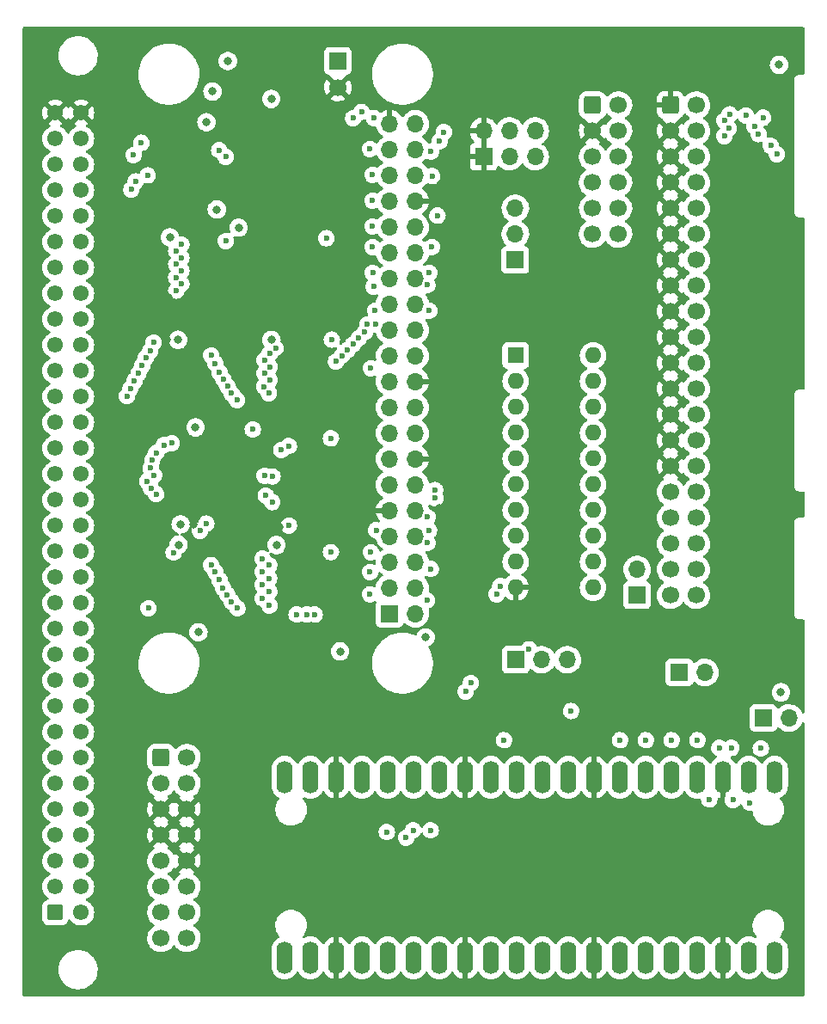
<source format=gbr>
%TF.GenerationSoftware,KiCad,Pcbnew,(6.0.9)*%
%TF.CreationDate,2023-02-25T15:14:18+00:00*%
%TF.ProjectId,Atom_VGA_Tube_Combo,41746f6d-5f56-4474-915f-547562655f43,rev?*%
%TF.SameCoordinates,Original*%
%TF.FileFunction,Copper,L3,Inr*%
%TF.FilePolarity,Positive*%
%FSLAX46Y46*%
G04 Gerber Fmt 4.6, Leading zero omitted, Abs format (unit mm)*
G04 Created by KiCad (PCBNEW (6.0.9)) date 2023-02-25 15:14:18*
%MOMM*%
%LPD*%
G01*
G04 APERTURE LIST*
G04 Aperture macros list*
%AMRoundRect*
0 Rectangle with rounded corners*
0 $1 Rounding radius*
0 $2 $3 $4 $5 $6 $7 $8 $9 X,Y pos of 4 corners*
0 Add a 4 corners polygon primitive as box body*
4,1,4,$2,$3,$4,$5,$6,$7,$8,$9,$2,$3,0*
0 Add four circle primitives for the rounded corners*
1,1,$1+$1,$2,$3*
1,1,$1+$1,$4,$5*
1,1,$1+$1,$6,$7*
1,1,$1+$1,$8,$9*
0 Add four rect primitives between the rounded corners*
20,1,$1+$1,$2,$3,$4,$5,0*
20,1,$1+$1,$4,$5,$6,$7,0*
20,1,$1+$1,$6,$7,$8,$9,0*
20,1,$1+$1,$8,$9,$2,$3,0*%
G04 Aperture macros list end*
%TA.AperFunction,ComponentPad*%
%ADD10RoundRect,0.250000X-0.600000X-0.600000X0.600000X-0.600000X0.600000X0.600000X-0.600000X0.600000X0*%
%TD*%
%TA.AperFunction,ComponentPad*%
%ADD11C,1.700000*%
%TD*%
%TA.AperFunction,ComponentPad*%
%ADD12R,1.700000X1.700000*%
%TD*%
%TA.AperFunction,ComponentPad*%
%ADD13O,1.700000X1.700000*%
%TD*%
%TA.AperFunction,ComponentPad*%
%ADD14O,1.600000X3.200000*%
%TD*%
%TA.AperFunction,ComponentPad*%
%ADD15R,1.600000X1.600000*%
%TD*%
%TA.AperFunction,ComponentPad*%
%ADD16O,1.600000X1.600000*%
%TD*%
%TA.AperFunction,ComponentPad*%
%ADD17RoundRect,0.249999X-0.525001X-0.525001X0.525001X-0.525001X0.525001X0.525001X-0.525001X0.525001X0*%
%TD*%
%TA.AperFunction,ComponentPad*%
%ADD18C,1.550000*%
%TD*%
%TA.AperFunction,ViaPad*%
%ADD19C,0.800000*%
%TD*%
%TA.AperFunction,ViaPad*%
%ADD20C,0.600000*%
%TD*%
G04 APERTURE END LIST*
D10*
%TO.N,GND*%
%TO.C,CN2*%
X125366499Y-27198000D03*
D11*
%TO.N,/R~{W}*%
X127906499Y-27198000D03*
%TO.N,GND*%
X125366499Y-29738000D03*
%TO.N,/PHI2_SEL*%
X127906499Y-29738000D03*
%TO.N,GND*%
X125366499Y-32278000D03*
%TO.N,/~{IRQ}*%
X127906499Y-32278000D03*
%TO.N,GND*%
X125366499Y-34818000D03*
%TO.N,/~{TUBE}_BUFF*%
X127906499Y-34818000D03*
%TO.N,GND*%
X125366499Y-37358000D03*
%TO.N,/~{RST}*%
X127906499Y-37358000D03*
%TO.N,GND*%
X125366499Y-39898000D03*
%TO.N,/D0*%
X127906499Y-39898000D03*
%TO.N,GND*%
X125366499Y-42438000D03*
%TO.N,/D1*%
X127906499Y-42438000D03*
%TO.N,GND*%
X125366499Y-44978000D03*
%TO.N,/D2*%
X127906499Y-44978000D03*
%TO.N,GND*%
X125366499Y-47518000D03*
%TO.N,/D3*%
X127906499Y-47518000D03*
%TO.N,GND*%
X125366499Y-50058000D03*
%TO.N,/D4*%
X127906499Y-50058000D03*
%TO.N,GND*%
X125366499Y-52598000D03*
%TO.N,/D5*%
X127906499Y-52598000D03*
%TO.N,GND*%
X125366499Y-55138000D03*
%TO.N,/D6*%
X127906499Y-55138000D03*
%TO.N,GND*%
X125366499Y-57678000D03*
%TO.N,/D7*%
X127906499Y-57678000D03*
%TO.N,GND*%
X125366499Y-60218000D03*
%TO.N,/A0*%
X127906499Y-60218000D03*
%TO.N,GND*%
X125366499Y-62758000D03*
%TO.N,/A1*%
X127906499Y-62758000D03*
%TO.N,/TUBE_5V*%
X125366499Y-65298000D03*
%TO.N,/A2*%
X127906499Y-65298000D03*
%TO.N,/TUBE_5V*%
X125366499Y-67838000D03*
%TO.N,/A3*%
X127906499Y-67838000D03*
%TO.N,/TUBE_5V*%
X125366499Y-70378000D03*
%TO.N,/A4*%
X127906499Y-70378000D03*
%TO.N,/TUBE_5V*%
X125366499Y-72918000D03*
%TO.N,/A5*%
X127906499Y-72918000D03*
%TO.N,/TUBE_5V*%
X125366499Y-75458000D03*
%TO.N,/A6*%
X127906499Y-75458000D03*
%TD*%
D12*
%TO.N,/ATOM_HSYNC*%
%TO.C,CN5*%
X126220500Y-83064000D03*
D13*
%TO.N,/ATOM_VSYNC*%
X128760500Y-83064000D03*
%TD*%
D12*
%TO.N,GND*%
%TO.C,CN6*%
X106951499Y-32278000D03*
D13*
X106951499Y-29738000D03*
%TO.N,/PiSerTX*%
X109491499Y-32278000D03*
%TO.N,/PicoSerTX*%
X109491499Y-29738000D03*
%TO.N,/PiSerRX*%
X112031499Y-32278000D03*
%TO.N,/PicoSerRX*%
X112031499Y-29738000D03*
%TD*%
D10*
%TO.N,unconnected-(CN4-Pad1)*%
%TO.C,CN4*%
X117692000Y-27198000D03*
D11*
%TO.N,unconnected-(CN4-Pad2)*%
X120232000Y-27198000D03*
%TO.N,GND*%
X117692000Y-29738000D03*
%TO.N,/GREEN_0*%
X120232000Y-29738000D03*
%TO.N,/RED_0*%
X117692000Y-32278000D03*
%TO.N,/BLUE_0*%
X120232000Y-32278000D03*
%TO.N,/RED_1*%
X117692000Y-34818000D03*
%TO.N,/HSYNC_1*%
X120232000Y-34818000D03*
%TO.N,/GREEN_1*%
X117692000Y-37358000D03*
%TO.N,/VSYNC_1*%
X120232000Y-37358000D03*
%TO.N,/BLUE_1*%
X117692000Y-39898000D03*
%TO.N,/+5V*%
X120232000Y-39898000D03*
%TD*%
D12*
%TO.N,/LED_GND*%
%TO.C,J5*%
X92582999Y-22844000D03*
D11*
%TO.N,GND*%
X92582999Y-25444000D03*
%TD*%
D14*
%TO.N,/PicoSerTX*%
%TO.C,U1*%
X135618500Y-93396500D03*
%TO.N,/PicoSerRX*%
X133078500Y-93396500D03*
%TO.N,GND*%
X130538500Y-93396500D03*
%TO.N,/LDA0*%
X127998500Y-93396500D03*
%TO.N,/LDA1*%
X125458500Y-93396500D03*
%TO.N,/LDA2*%
X122918500Y-93396500D03*
%TO.N,/LDA3*%
X120378500Y-93396500D03*
%TO.N,GND*%
X117838500Y-93396500D03*
%TO.N,/LDA4*%
X115298500Y-93396500D03*
%TO.N,/LDA5*%
X112758500Y-93396500D03*
%TO.N,/LDA6*%
X110218500Y-93396500D03*
%TO.N,/LDA7*%
X107678500Y-93396500D03*
%TO.N,GND*%
X105138500Y-93396500D03*
%TO.N,/RED_0*%
X102598500Y-93396500D03*
%TO.N,/RED_1*%
X100058500Y-93396500D03*
%TO.N,/GREEN_0*%
X97518500Y-93396500D03*
%TO.N,/GREEN_1*%
X94978500Y-93396500D03*
%TO.N,GND*%
X92438500Y-93396500D03*
%TO.N,/BLUE_0*%
X89898500Y-93396500D03*
%TO.N,/BLUE_1*%
X87358500Y-93396500D03*
%TO.N,/HSYNC_1*%
X87358500Y-111176500D03*
%TO.N,/VSYNC_1*%
X89898500Y-111176500D03*
%TO.N,GND*%
X92438500Y-111176500D03*
%TO.N,/LPHI2*%
X94978500Y-111176500D03*
%TO.N,/LR~{W}*%
X97518500Y-111176500D03*
%TO.N,/PICO_VSYNC*%
X100058500Y-111176500D03*
%TO.N,/~{SCR_CAP}*%
X102598500Y-111176500D03*
%TO.N,GND*%
X105138500Y-111176500D03*
%TO.N,/PICO_HSYNC*%
X107678500Y-111176500D03*
%TO.N,/RUN*%
X110218500Y-111176500D03*
%TO.N,/~{DATA}*%
X112758500Y-111176500D03*
%TO.N,/~{ADD_HIGH}*%
X115298500Y-111176500D03*
%TO.N,GND*%
X117838500Y-111176500D03*
%TO.N,/~{ADD_LOW}*%
X120378500Y-111176500D03*
%TO.N,unconnected-(U1-Pad35)*%
X122918500Y-111176500D03*
%TO.N,+3.3V*%
X125458500Y-111176500D03*
%TO.N,unconnected-(U1-Pad37)*%
X127998500Y-111176500D03*
%TO.N,GND*%
X130538500Y-111176500D03*
%TO.N,/VSYS*%
X133078500Y-111176500D03*
%TO.N,/Vbus*%
X135618500Y-111176500D03*
%TD*%
D10*
%TO.N,/VGA_RED*%
%TO.C,CN3*%
X75184000Y-91460000D03*
D11*
%TO.N,/VGA_GREEN*%
X77724000Y-91460000D03*
%TO.N,/VGA_BLUE*%
X75184000Y-94000000D03*
%TO.N,unconnected-(CN3-Pad4)*%
X77724000Y-94000000D03*
%TO.N,GND*%
X75184000Y-96540000D03*
X77724000Y-96540000D03*
X75184000Y-99080000D03*
X77724000Y-99080000D03*
%TO.N,/~{SCR_CAP}*%
X75184000Y-101620000D03*
%TO.N,GND*%
X77724000Y-101620000D03*
%TO.N,unconnected-(CN3-Pad11)*%
X75184000Y-104160000D03*
%TO.N,/RUN*%
X77724000Y-104160000D03*
%TO.N,/HSYNC*%
X75184000Y-106700000D03*
%TO.N,/VSYNC*%
X77724000Y-106700000D03*
%TO.N,unconnected-(CN3-Pad15)*%
X75184000Y-109240000D03*
%TO.N,unconnected-(CN3-Pad16)*%
X77724000Y-109240000D03*
%TD*%
D12*
%TO.N,unconnected-(U2-Pad1)*%
%TO.C,U2*%
X97684999Y-77280000D03*
D13*
%TO.N,/+5V*%
X100224999Y-77280000D03*
%TO.N,/LA1*%
X97684999Y-74740000D03*
%TO.N,/+5V*%
X100224999Y-74740000D03*
%TO.N,/LA2*%
X97684999Y-72200000D03*
%TO.N,GND*%
X100224999Y-72200000D03*
%TO.N,/L~{RST}*%
X97684999Y-69660000D03*
%TO.N,/PiSerTX*%
X100224999Y-69660000D03*
%TO.N,GND*%
X97684999Y-67120000D03*
%TO.N,/PiSerRX*%
X100224999Y-67120000D03*
%TO.N,/L~{TUBE}*%
X97684999Y-64580000D03*
%TO.N,/LR~{W}*%
X100224999Y-64580000D03*
%TO.N,/LA0*%
X97684999Y-62040000D03*
%TO.N,GND*%
X100224999Y-62040000D03*
%TO.N,/LD4*%
X97684999Y-59500000D03*
%TO.N,/LD5*%
X100224999Y-59500000D03*
%TO.N,unconnected-(U2-Pad17)*%
X97684999Y-56960000D03*
%TO.N,/LD6*%
X100224999Y-56960000D03*
%TO.N,/LD2*%
X97684999Y-54420000D03*
%TO.N,GND*%
X100224999Y-54420000D03*
%TO.N,/LD1*%
X97684999Y-51880000D03*
%TO.N,/LD7*%
X100224999Y-51880000D03*
%TO.N,/LD3*%
X97684999Y-49340000D03*
%TO.N,/LD0*%
X100224999Y-49340000D03*
%TO.N,GND*%
X97684999Y-46800000D03*
%TO.N,/LPHI2*%
X100224999Y-46800000D03*
%TO.N,unconnected-(U2-Pad27)*%
X97684999Y-44260000D03*
%TO.N,unconnected-(U2-Pad28)*%
X100224999Y-44260000D03*
%TO.N,/LA3*%
X97684999Y-41720000D03*
%TO.N,GND*%
X100224999Y-41720000D03*
%TO.N,unconnected-(U2-Pad31)*%
X97684999Y-39180000D03*
%TO.N,unconnected-(U2-Pad32)*%
X100224999Y-39180000D03*
%TO.N,unconnected-(U2-Pad33)*%
X97684999Y-36640000D03*
%TO.N,GND*%
X100224999Y-36640000D03*
%TO.N,unconnected-(U2-Pad35)*%
X97684999Y-34100000D03*
%TO.N,unconnected-(U2-Pad36)*%
X100224999Y-34100000D03*
%TO.N,unconnected-(U2-Pad37)*%
X97684999Y-31560000D03*
%TO.N,unconnected-(U2-Pad38)*%
X100224999Y-31560000D03*
%TO.N,GND*%
X97684999Y-29020000D03*
%TO.N,unconnected-(U2-Pad40)*%
X100224999Y-29020000D03*
%TD*%
D12*
%TO.N,/+5V*%
%TO.C,J1*%
X134494000Y-87550000D03*
D13*
%TO.N,/Vbus*%
X137034000Y-87550000D03*
%TD*%
D12*
%TO.N,/+5V*%
%TO.C,J3*%
X122064499Y-75458000D03*
D13*
%TO.N,/TUBE_5V*%
X122064499Y-72918000D03*
%TD*%
D12*
%TO.N,/L~{TUBE}*%
%TO.C,J4*%
X110109000Y-81808000D03*
D13*
%TO.N,/INT_~{TUBE}*%
X112649000Y-81808000D03*
%TO.N,/~{TUBE}_BUFF*%
X115189000Y-81808000D03*
%TD*%
D15*
%TO.N,/PHI2*%
%TO.C,U8*%
X110109000Y-51836000D03*
D16*
%TO.N,/A8*%
X110109000Y-54376000D03*
%TO.N,/A9*%
X110109000Y-56916000D03*
%TO.N,/A10*%
X110109000Y-59456000D03*
%TO.N,/A11*%
X110109000Y-61996000D03*
%TO.N,/A12*%
X110109000Y-64536000D03*
%TO.N,/A13*%
X110109000Y-67076000D03*
%TO.N,/A14*%
X110109000Y-69616000D03*
%TO.N,/A15*%
X110109000Y-72156000D03*
%TO.N,GND*%
X110109000Y-74696000D03*
%TO.N,/R~{W}*%
X117729000Y-74696000D03*
%TO.N,/~{RnW}*%
X117729000Y-72156000D03*
%TO.N,/A7*%
X117729000Y-69616000D03*
%TO.N,/A6*%
X117729000Y-67076000D03*
%TO.N,/~{TUBE}_BUFF*%
X117729000Y-64536000D03*
%TO.N,/PHI2_BUFF*%
X117729000Y-61996000D03*
%TO.N,/A5*%
X117729000Y-59456000D03*
%TO.N,/A4*%
X117729000Y-56916000D03*
%TO.N,/A3*%
X117729000Y-54376000D03*
%TO.N,/+5V*%
X117729000Y-51836000D03*
%TD*%
D12*
%TO.N,/PHI2*%
%TO.C,J2*%
X110072000Y-42438000D03*
D13*
%TO.N,/PHI2_SEL*%
X110072000Y-39898000D03*
%TO.N,/PHI2_BUFF*%
X110072000Y-37358000D03*
%TD*%
D17*
%TO.N,/+5V*%
%TO.C,CN1*%
X64770000Y-106700000D03*
D18*
%TO.N,/A15*%
X64770000Y-104160000D03*
%TO.N,/A14*%
X64770000Y-101620000D03*
%TO.N,/~{WDS}*%
X64770000Y-99080000D03*
%TO.N,/~{RDS}*%
X64770000Y-96540000D03*
%TO.N,/~{RST}*%
X64770000Y-94000000D03*
%TO.N,/A8*%
X64770000Y-91460000D03*
%TO.N,/A7*%
X64770000Y-88920000D03*
%TO.N,/A6*%
X64770000Y-86380000D03*
%TO.N,/A5*%
X64770000Y-83840000D03*
%TO.N,/A4*%
X64770000Y-81300000D03*
%TO.N,/A3*%
X64770000Y-78760000D03*
%TO.N,/A2*%
X64770000Y-76220000D03*
%TO.N,/A1*%
X64770000Y-73680000D03*
%TO.N,/A0*%
X64770000Y-71140000D03*
%TO.N,/D7*%
X64770000Y-68600000D03*
%TO.N,/D6*%
X64770000Y-66060000D03*
%TO.N,/D5*%
X64770000Y-63520000D03*
%TO.N,/D4*%
X64770000Y-60980000D03*
%TO.N,/D3*%
X64770000Y-58440000D03*
%TO.N,/D2*%
X64770000Y-55900000D03*
%TO.N,/D1*%
X64770000Y-53360000D03*
%TO.N,/D0*%
X64770000Y-50820000D03*
%TO.N,/A13*%
X64770000Y-48280000D03*
%TO.N,/A12*%
X64770000Y-45740000D03*
%TO.N,/A11*%
X64770000Y-43200000D03*
%TO.N,/A10*%
X64770000Y-40660000D03*
%TO.N,/A9*%
X64770000Y-38120000D03*
%TO.N,/PHI2*%
X64770000Y-35580000D03*
%TO.N,/R~{W}*%
X64770000Y-33040000D03*
%TO.N,/~{BLK0}*%
X64770000Y-30500000D03*
%TO.N,GND*%
X64770000Y-27960000D03*
%TO.N,unconnected-(CN1-Padb1)*%
X67310000Y-106700000D03*
%TO.N,unconnected-(CN1-Padb2)*%
X67310000Y-104160000D03*
%TO.N,/PB7*%
X67310000Y-101620000D03*
%TO.N,/PB6*%
X67310000Y-99080000D03*
%TO.N,/PB5*%
X67310000Y-96540000D03*
%TO.N,/PB4*%
X67310000Y-94000000D03*
%TO.N,/PB3*%
X67310000Y-91460000D03*
%TO.N,/PB2*%
X67310000Y-88920000D03*
%TO.N,/PB1*%
X67310000Y-86380000D03*
%TO.N,/PB0*%
X67310000Y-83840000D03*
%TO.N,/CB2*%
X67310000Y-81300000D03*
%TO.N,/CB1*%
X67310000Y-78760000D03*
%TO.N,/PA7*%
X67310000Y-76220000D03*
%TO.N,/PA6*%
X67310000Y-73680000D03*
%TO.N,/PA5*%
X67310000Y-71140000D03*
%TO.N,/PA4*%
X67310000Y-68600000D03*
%TO.N,/PA3*%
X67310000Y-66060000D03*
%TO.N,/PA2*%
X67310000Y-63520000D03*
%TO.N,/PA1*%
X67310000Y-60980000D03*
%TO.N,/PA0*%
X67310000Y-58440000D03*
%TO.N,/CA2*%
X67310000Y-55900000D03*
%TO.N,/CA1*%
X67310000Y-53360000D03*
%TO.N,unconnected-(CN1-Padb23)*%
X67310000Y-50820000D03*
%TO.N,unconnected-(CN1-Padb24)*%
X67310000Y-48280000D03*
%TO.N,/RDY*%
X67310000Y-45740000D03*
%TO.N,/SO*%
X67310000Y-43200000D03*
%TO.N,unconnected-(CN1-Padb27)*%
X67310000Y-40660000D03*
%TO.N,/~{IRQ}*%
X67310000Y-38120000D03*
%TO.N,/~{NMI}*%
X67310000Y-35580000D03*
%TO.N,/SYNC*%
X67310000Y-33040000D03*
%TO.N,unconnected-(CN1-Padb31)*%
X67310000Y-30500000D03*
%TO.N,GND*%
X67310000Y-27960000D03*
%TD*%
D19*
%TO.N,GND*%
X115968499Y-44978000D03*
%TO.N,/+5V*%
X136050000Y-23228000D03*
%TO.N,GND*%
X103868500Y-82302000D03*
D20*
%TO.N,/~{TUBE}_BUFF*%
X81551499Y-32278000D03*
X96156499Y-28468000D03*
D19*
%TO.N,GND*%
X117932700Y-85255800D03*
D20*
%TO.N,/ATOM_HSYNC*%
X115552500Y-86857728D03*
D19*
%TO.N,+3.3V*%
X82821499Y-39263000D03*
X86549999Y-70509500D03*
X76900426Y-70490114D03*
X76049999Y-40216991D03*
X81757000Y-22849000D03*
D20*
X87774499Y-68600000D03*
D19*
X86040499Y-26588400D03*
X86049999Y-50309500D03*
D20*
X84218499Y-59131000D03*
D19*
%TO.N,GND*%
X74522499Y-29274000D03*
X89806499Y-48153000D03*
X122925000Y-81846600D03*
X76549999Y-56900000D03*
X78375455Y-68471956D03*
X105156000Y-102618501D03*
X86839999Y-68710000D03*
X130900000Y-104922000D03*
X72534499Y-67838000D03*
D20*
X88409499Y-73172000D03*
D19*
X113301499Y-34056000D03*
X102605998Y-66866000D03*
X100519500Y-102636000D03*
D20*
X93489499Y-68600000D03*
D19*
X76791826Y-76694084D03*
X86839999Y-37784500D03*
X86877083Y-58101582D03*
X106316499Y-50058000D03*
X88536499Y-29738000D03*
X69686000Y-35226000D03*
X75734899Y-50309000D03*
X85498836Y-46239490D03*
X90207589Y-67009000D03*
X121961999Y-50870122D03*
X85748666Y-56795167D03*
X75719999Y-37474500D03*
X113301499Y-42692000D03*
X75900111Y-46167605D03*
X113301499Y-39136000D03*
%TO.N,/+5V*%
X136226001Y-85017999D03*
X77106499Y-68473000D03*
X80244500Y-25845000D03*
X80665000Y-37469000D03*
X76855000Y-50309000D03*
X78855344Y-79097500D03*
X78570000Y-58929000D03*
X101236499Y-79605500D03*
X79646499Y-28876000D03*
X92810999Y-80983896D03*
D20*
%TO.N,/A15*%
X76679999Y-45459000D03*
X96012000Y-39136000D03*
%TO.N,/A14*%
X77179999Y-44809000D03*
X102404911Y-38077089D03*
%TO.N,/~{RST}*%
X111423535Y-80774398D03*
X73859500Y-34109500D03*
%TO.N,/A8*%
X102616000Y-30754000D03*
X77179999Y-40909000D03*
%TO.N,/A6*%
X101374333Y-75955166D03*
X95758000Y-75366500D03*
%TO.N,/A4*%
X101748999Y-72870500D03*
X95758000Y-73172000D03*
%TO.N,/A3*%
X73242000Y-30908000D03*
%TO.N,/A2*%
X101420260Y-70286500D03*
X72660500Y-34709000D03*
X90307589Y-77363000D03*
X95842089Y-71224089D03*
X79646499Y-68400000D03*
%TO.N,/A1*%
X72260500Y-35508201D03*
X101579088Y-69060500D03*
X89508086Y-77363000D03*
X96361702Y-69060500D03*
X79011499Y-69108000D03*
%TO.N,/A0*%
X88536499Y-77363000D03*
X72475000Y-32109000D03*
X76422041Y-71252413D03*
%TO.N,/D7*%
X71823299Y-55844965D03*
X74696000Y-65505000D03*
%TO.N,/D6*%
X72178899Y-55087200D03*
X96012000Y-41168000D03*
X101854000Y-41168000D03*
X74182157Y-64918835D03*
%TO.N,/D5*%
X72558899Y-54348975D03*
X73813720Y-64231900D03*
%TO.N,/D4*%
X101600000Y-43708000D03*
X74500066Y-63644807D03*
X72958899Y-53596858D03*
X96026068Y-43722068D03*
%TO.N,/D3*%
X73318898Y-52829707D03*
X74149063Y-62926475D03*
X101407756Y-44909799D03*
X96110231Y-45076231D03*
%TO.N,/D2*%
X74316530Y-62144709D03*
X73684500Y-52056011D03*
%TO.N,/D1*%
X96266000Y-47446500D03*
X74115816Y-51406711D03*
X74696000Y-61441000D03*
X101600000Y-47446500D03*
%TO.N,/D0*%
X74444500Y-50566000D03*
X75458000Y-60679000D03*
%TO.N,/A13*%
X96012000Y-36596000D03*
X76679999Y-44159000D03*
%TO.N,/A12*%
X101871499Y-34183000D03*
X77179999Y-43509000D03*
%TO.N,/A11*%
X76679999Y-42859000D03*
X96012000Y-34056000D03*
%TO.N,/A10*%
X77179999Y-42209000D03*
X101756338Y-31758161D03*
%TO.N,/A9*%
X95758000Y-31516000D03*
X76679999Y-41559000D03*
%TO.N,/~{IRQ}*%
X94921999Y-27859947D03*
%TO.N,/~{DATA}*%
X86455486Y-51112423D03*
X120378500Y-89735100D03*
%TO.N,/~{ADD_HIGH}*%
X91459742Y-40300436D03*
X91996500Y-50286500D03*
X122918500Y-89735100D03*
X81551499Y-40575185D03*
%TO.N,/~{ADD_LOW}*%
X91906589Y-71209000D03*
X125458500Y-89735100D03*
%TO.N,/RED_1*%
X100013600Y-98593500D03*
X129164911Y-95566911D03*
X130159833Y-90492000D03*
%TO.N,/RED_0*%
X101740800Y-98593500D03*
%TO.N,/GREEN_1*%
X97422800Y-98775200D03*
X131511229Y-95627228D03*
X131359333Y-90492000D03*
%TO.N,/GREEN_0*%
X131169369Y-28109092D03*
X132768869Y-28214000D03*
X99310289Y-99341889D03*
%TO.N,/BLUE_1*%
X133186000Y-95896000D03*
X134256540Y-90543460D03*
%TO.N,/BLUE_0*%
X134028028Y-30048424D03*
X130655999Y-28722000D03*
%TO.N,/LDA0*%
X85180000Y-71859000D03*
X85872000Y-51659000D03*
X80106483Y-72478097D03*
X80125500Y-51834497D03*
%TO.N,/LDA1*%
X80525500Y-73159000D03*
X85364000Y-52309000D03*
X85829999Y-72509000D03*
X80525500Y-52634000D03*
%TO.N,/LDA2*%
X85872000Y-52959000D03*
X80924500Y-53503418D03*
X85180000Y-73159000D03*
X80925500Y-73951533D03*
%TO.N,/LDA3*%
X85829999Y-73809000D03*
X85364000Y-53609000D03*
X81324500Y-54195662D03*
X81287542Y-74722149D03*
%TO.N,/LDA4*%
X81705724Y-75403565D03*
X85872000Y-54259000D03*
X85180000Y-74459000D03*
X81724500Y-54887907D03*
%TO.N,/LDA5*%
X85338504Y-54908984D03*
X82125500Y-76084000D03*
X82125500Y-55579572D03*
X85829999Y-75109000D03*
%TO.N,/LDA6*%
X85804019Y-55558984D03*
X82649202Y-56228599D03*
X82697000Y-76734000D03*
X85180000Y-75759000D03*
%TO.N,/LDA7*%
X85852000Y-76474000D03*
%TO.N,/LPHI2*%
X95849500Y-53106000D03*
X105681499Y-84094000D03*
X95493233Y-48790268D03*
X102174499Y-65108286D03*
%TO.N,/LR~{W}*%
X102200121Y-65907378D03*
X94107223Y-50743897D03*
X105173499Y-84942500D03*
%TO.N,/LA1*%
X92411224Y-52439898D03*
%TO.N,/LA2*%
X92976557Y-51874565D03*
%TO.N,/L~{RST}*%
X93541890Y-51309232D03*
%TO.N,/LA0*%
X95249456Y-49551699D03*
%TO.N,/LD6*%
X86159930Y-63759500D03*
X85491000Y-65634000D03*
%TO.N,/LD7*%
X86126000Y-66284000D03*
X87777000Y-60759500D03*
X96341583Y-48804110D03*
%TO.N,/LD3*%
X87015000Y-61159500D03*
X85364000Y-63684000D03*
%TO.N,/PHI2*%
X94107284Y-28468500D03*
%TO.N,/INT_~{TUBE}*%
X127998500Y-89735100D03*
X91906589Y-60008000D03*
%TO.N,/PHI2_SEL*%
X80916499Y-31643000D03*
X103033499Y-29846000D03*
%TO.N,/~{RnW}*%
X73931499Y-76728000D03*
X76233326Y-60483876D03*
%TO.N,/ATOM_VSYNC*%
X108948500Y-89735100D03*
%TO.N,/HSYNC_1*%
X131081499Y-29484000D03*
X135228028Y-31186024D03*
%TO.N,/VSYNC_1*%
X130655999Y-30246000D03*
X135827528Y-32024000D03*
%TO.N,/PicoSerRX*%
X134474076Y-28428451D03*
X133628028Y-29278754D03*
%TO.N,/PiSerTX*%
X108221499Y-75360500D03*
X101420262Y-67746500D03*
%TO.N,/PiSerRX*%
X108585999Y-74561786D03*
%TO.N,/L~{TUBE}*%
X94649956Y-50156832D03*
%TD*%
%TA.AperFunction,Conductor*%
%TO.N,GND*%
G36*
X138483621Y-19518502D02*
G01*
X138530114Y-19572158D01*
X138541500Y-19624500D01*
X138541500Y-24093500D01*
X138521498Y-24161621D01*
X138467842Y-24208114D01*
X138415500Y-24219500D01*
X138058623Y-24219500D01*
X138057853Y-24219498D01*
X138057037Y-24219493D01*
X137980279Y-24219024D01*
X137968110Y-24222502D01*
X137951847Y-24227150D01*
X137935085Y-24230728D01*
X137905813Y-24234920D01*
X137897645Y-24238634D01*
X137897644Y-24238634D01*
X137882438Y-24245548D01*
X137864914Y-24251996D01*
X137840229Y-24259051D01*
X137832635Y-24263843D01*
X137832632Y-24263844D01*
X137815220Y-24274830D01*
X137800137Y-24282969D01*
X137773218Y-24295208D01*
X137766416Y-24301069D01*
X137753765Y-24311970D01*
X137738761Y-24323073D01*
X137717042Y-24336776D01*
X137711103Y-24343501D01*
X137711099Y-24343504D01*
X137697468Y-24358938D01*
X137685276Y-24370982D01*
X137669673Y-24384427D01*
X137669671Y-24384430D01*
X137662873Y-24390287D01*
X137657993Y-24397816D01*
X137657992Y-24397817D01*
X137648906Y-24411835D01*
X137637615Y-24426709D01*
X137626569Y-24439217D01*
X137620622Y-24445951D01*
X137608058Y-24472711D01*
X137599737Y-24487691D01*
X137588529Y-24504983D01*
X137588527Y-24504988D01*
X137583648Y-24512515D01*
X137581078Y-24521108D01*
X137581076Y-24521113D01*
X137576289Y-24537120D01*
X137569628Y-24554564D01*
X137558719Y-24577800D01*
X137557338Y-24586667D01*
X137557338Y-24586668D01*
X137554170Y-24607015D01*
X137550387Y-24623732D01*
X137544485Y-24643466D01*
X137544484Y-24643472D01*
X137541914Y-24652066D01*
X137541859Y-24661037D01*
X137541859Y-24661038D01*
X137541704Y-24686497D01*
X137541671Y-24687289D01*
X137541500Y-24688386D01*
X137541500Y-24719377D01*
X137541498Y-24720147D01*
X137541024Y-24797721D01*
X137541408Y-24799065D01*
X137541500Y-24800410D01*
X137541500Y-37719377D01*
X137541498Y-37720147D01*
X137541024Y-37797721D01*
X137543491Y-37806352D01*
X137549150Y-37826153D01*
X137552728Y-37842915D01*
X137556920Y-37872187D01*
X137560634Y-37880355D01*
X137560634Y-37880356D01*
X137567548Y-37895562D01*
X137573996Y-37913086D01*
X137581051Y-37937771D01*
X137585843Y-37945365D01*
X137585844Y-37945368D01*
X137596830Y-37962780D01*
X137604969Y-37977863D01*
X137617208Y-38004782D01*
X137623069Y-38011584D01*
X137633970Y-38024235D01*
X137645073Y-38039239D01*
X137658776Y-38060958D01*
X137665501Y-38066897D01*
X137665504Y-38066901D01*
X137680938Y-38080532D01*
X137692982Y-38092724D01*
X137706427Y-38108327D01*
X137706430Y-38108329D01*
X137712287Y-38115127D01*
X137719816Y-38120007D01*
X137719817Y-38120008D01*
X137733835Y-38129094D01*
X137748709Y-38140385D01*
X137761217Y-38151431D01*
X137767951Y-38157378D01*
X137794711Y-38169942D01*
X137809691Y-38178263D01*
X137826983Y-38189471D01*
X137826988Y-38189473D01*
X137834515Y-38194352D01*
X137843108Y-38196922D01*
X137843113Y-38196924D01*
X137859120Y-38201711D01*
X137876564Y-38208372D01*
X137891676Y-38215467D01*
X137891678Y-38215468D01*
X137899800Y-38219281D01*
X137908667Y-38220662D01*
X137908668Y-38220662D01*
X137918310Y-38222163D01*
X137929017Y-38223830D01*
X137945732Y-38227613D01*
X137965466Y-38233515D01*
X137965472Y-38233516D01*
X137974066Y-38236086D01*
X137983037Y-38236141D01*
X137983038Y-38236141D01*
X137993097Y-38236202D01*
X138008506Y-38236296D01*
X138009289Y-38236329D01*
X138010386Y-38236500D01*
X138041377Y-38236500D01*
X138042147Y-38236502D01*
X138115785Y-38236952D01*
X138115786Y-38236952D01*
X138119721Y-38236976D01*
X138121065Y-38236592D01*
X138122410Y-38236500D01*
X138415500Y-38236500D01*
X138483621Y-38256502D01*
X138530114Y-38310158D01*
X138541500Y-38362500D01*
X138541500Y-55093500D01*
X138521498Y-55161621D01*
X138467842Y-55208114D01*
X138415500Y-55219500D01*
X138058623Y-55219500D01*
X138057853Y-55219498D01*
X138057037Y-55219493D01*
X137980279Y-55219024D01*
X137959062Y-55225088D01*
X137951847Y-55227150D01*
X137935085Y-55230728D01*
X137905813Y-55234920D01*
X137897645Y-55238634D01*
X137897644Y-55238634D01*
X137882438Y-55245548D01*
X137864914Y-55251996D01*
X137840229Y-55259051D01*
X137832635Y-55263843D01*
X137832632Y-55263844D01*
X137815220Y-55274830D01*
X137800137Y-55282969D01*
X137773218Y-55295208D01*
X137766416Y-55301069D01*
X137753765Y-55311970D01*
X137738761Y-55323073D01*
X137717042Y-55336776D01*
X137711103Y-55343501D01*
X137711099Y-55343504D01*
X137697468Y-55358938D01*
X137685276Y-55370982D01*
X137669673Y-55384427D01*
X137669671Y-55384430D01*
X137662873Y-55390287D01*
X137657993Y-55397816D01*
X137657992Y-55397817D01*
X137648906Y-55411835D01*
X137637615Y-55426709D01*
X137626569Y-55439217D01*
X137620622Y-55445951D01*
X137611843Y-55464650D01*
X137608058Y-55472711D01*
X137599737Y-55487691D01*
X137588529Y-55504983D01*
X137588527Y-55504988D01*
X137583648Y-55512515D01*
X137581078Y-55521108D01*
X137581076Y-55521113D01*
X137576289Y-55537120D01*
X137569628Y-55554564D01*
X137558719Y-55577800D01*
X137555237Y-55600165D01*
X137554170Y-55607015D01*
X137550387Y-55623732D01*
X137544485Y-55643466D01*
X137544484Y-55643472D01*
X137541914Y-55652066D01*
X137541859Y-55661037D01*
X137541859Y-55661038D01*
X137541704Y-55686497D01*
X137541671Y-55687289D01*
X137541500Y-55688386D01*
X137541500Y-55719377D01*
X137541498Y-55720147D01*
X137541024Y-55797721D01*
X137541408Y-55799065D01*
X137541500Y-55800410D01*
X137541500Y-64719377D01*
X137541498Y-64720147D01*
X137541024Y-64797721D01*
X137543491Y-64806352D01*
X137549150Y-64826153D01*
X137552728Y-64842915D01*
X137556920Y-64872187D01*
X137560634Y-64880355D01*
X137560634Y-64880356D01*
X137567548Y-64895562D01*
X137573996Y-64913086D01*
X137581051Y-64937771D01*
X137585843Y-64945365D01*
X137585844Y-64945368D01*
X137596830Y-64962780D01*
X137604969Y-64977863D01*
X137617208Y-65004782D01*
X137623069Y-65011584D01*
X137633970Y-65024235D01*
X137645073Y-65039239D01*
X137658776Y-65060958D01*
X137665501Y-65066897D01*
X137665504Y-65066901D01*
X137680938Y-65080532D01*
X137692982Y-65092724D01*
X137706427Y-65108327D01*
X137706430Y-65108329D01*
X137712287Y-65115127D01*
X137719816Y-65120007D01*
X137719817Y-65120008D01*
X137733835Y-65129094D01*
X137748709Y-65140385D01*
X137756731Y-65147469D01*
X137767951Y-65157378D01*
X137794711Y-65169942D01*
X137809691Y-65178263D01*
X137826983Y-65189471D01*
X137826988Y-65189473D01*
X137834515Y-65194352D01*
X137843108Y-65196922D01*
X137843113Y-65196924D01*
X137859120Y-65201711D01*
X137876564Y-65208372D01*
X137891676Y-65215467D01*
X137891678Y-65215468D01*
X137899800Y-65219281D01*
X137908667Y-65220662D01*
X137908668Y-65220662D01*
X137918310Y-65222163D01*
X137929017Y-65223830D01*
X137945732Y-65227613D01*
X137965466Y-65233515D01*
X137965472Y-65233516D01*
X137974066Y-65236086D01*
X137983037Y-65236141D01*
X137983038Y-65236141D01*
X137993097Y-65236202D01*
X138008506Y-65236296D01*
X138009289Y-65236329D01*
X138010386Y-65236500D01*
X138041377Y-65236500D01*
X138042147Y-65236502D01*
X138115785Y-65236952D01*
X138115786Y-65236952D01*
X138119721Y-65236976D01*
X138121065Y-65236592D01*
X138122410Y-65236500D01*
X138415500Y-65236500D01*
X138483621Y-65256502D01*
X138530114Y-65310158D01*
X138541500Y-65362500D01*
X138541500Y-67693500D01*
X138521498Y-67761621D01*
X138467842Y-67808114D01*
X138415500Y-67819500D01*
X138058623Y-67819500D01*
X138057853Y-67819498D01*
X138057037Y-67819493D01*
X137980279Y-67819024D01*
X137957918Y-67825415D01*
X137951847Y-67827150D01*
X137935085Y-67830728D01*
X137905813Y-67834920D01*
X137897645Y-67838634D01*
X137897644Y-67838634D01*
X137882438Y-67845548D01*
X137864914Y-67851996D01*
X137840229Y-67859051D01*
X137832635Y-67863843D01*
X137832632Y-67863844D01*
X137815220Y-67874830D01*
X137800137Y-67882969D01*
X137773218Y-67895208D01*
X137766416Y-67901069D01*
X137753765Y-67911970D01*
X137738761Y-67923073D01*
X137717042Y-67936776D01*
X137711103Y-67943501D01*
X137711099Y-67943504D01*
X137697468Y-67958938D01*
X137685276Y-67970982D01*
X137669673Y-67984427D01*
X137669671Y-67984430D01*
X137662873Y-67990287D01*
X137657993Y-67997816D01*
X137657992Y-67997817D01*
X137648906Y-68011835D01*
X137637615Y-68026709D01*
X137627434Y-68038238D01*
X137620622Y-68045951D01*
X137616324Y-68055106D01*
X137608058Y-68072711D01*
X137599737Y-68087691D01*
X137588529Y-68104983D01*
X137588527Y-68104988D01*
X137583648Y-68112515D01*
X137581078Y-68121108D01*
X137581076Y-68121113D01*
X137576289Y-68137120D01*
X137569628Y-68154564D01*
X137558719Y-68177800D01*
X137557338Y-68186667D01*
X137557338Y-68186668D01*
X137554170Y-68207015D01*
X137550387Y-68223732D01*
X137544485Y-68243466D01*
X137544484Y-68243472D01*
X137541914Y-68252066D01*
X137541762Y-68277041D01*
X137541704Y-68286497D01*
X137541671Y-68287289D01*
X137541500Y-68288386D01*
X137541500Y-68319377D01*
X137541498Y-68320147D01*
X137541024Y-68397721D01*
X137541408Y-68399065D01*
X137541500Y-68400410D01*
X137541500Y-77319377D01*
X137541498Y-77320147D01*
X137541024Y-77397721D01*
X137543491Y-77406352D01*
X137549150Y-77426153D01*
X137552728Y-77442915D01*
X137556920Y-77472187D01*
X137560634Y-77480355D01*
X137560634Y-77480356D01*
X137567548Y-77495562D01*
X137573996Y-77513086D01*
X137581051Y-77537771D01*
X137585843Y-77545365D01*
X137585844Y-77545368D01*
X137596830Y-77562780D01*
X137604969Y-77577863D01*
X137617208Y-77604782D01*
X137623069Y-77611584D01*
X137633970Y-77624235D01*
X137645073Y-77639239D01*
X137658776Y-77660958D01*
X137665501Y-77666897D01*
X137665504Y-77666901D01*
X137680938Y-77680532D01*
X137692982Y-77692724D01*
X137706427Y-77708327D01*
X137706430Y-77708329D01*
X137712287Y-77715127D01*
X137719816Y-77720007D01*
X137719817Y-77720008D01*
X137733835Y-77729094D01*
X137748709Y-77740385D01*
X137761217Y-77751431D01*
X137767951Y-77757378D01*
X137794551Y-77769867D01*
X137794711Y-77769942D01*
X137809691Y-77778263D01*
X137826983Y-77789471D01*
X137826988Y-77789473D01*
X137834515Y-77794352D01*
X137843108Y-77796922D01*
X137843113Y-77796924D01*
X137859120Y-77801711D01*
X137876564Y-77808372D01*
X137891676Y-77815467D01*
X137891678Y-77815468D01*
X137899800Y-77819281D01*
X137908667Y-77820662D01*
X137908668Y-77820662D01*
X137918310Y-77822163D01*
X137929017Y-77823830D01*
X137945732Y-77827613D01*
X137965466Y-77833515D01*
X137965472Y-77833516D01*
X137974066Y-77836086D01*
X137983037Y-77836141D01*
X137983038Y-77836141D01*
X137993097Y-77836202D01*
X138008506Y-77836296D01*
X138009289Y-77836329D01*
X138010386Y-77836500D01*
X138041377Y-77836500D01*
X138042147Y-77836502D01*
X138115785Y-77836952D01*
X138115786Y-77836952D01*
X138119721Y-77836976D01*
X138121065Y-77836592D01*
X138122410Y-77836500D01*
X138415500Y-77836500D01*
X138483621Y-77856502D01*
X138530114Y-77910158D01*
X138541500Y-77962500D01*
X138541500Y-87004159D01*
X138521498Y-87072280D01*
X138467842Y-87118773D01*
X138397568Y-87128877D01*
X138332988Y-87099383D01*
X138299951Y-87054402D01*
X138284651Y-87019214D01*
X138235354Y-86905840D01*
X138114014Y-86718277D01*
X137963670Y-86553051D01*
X137959619Y-86549852D01*
X137959615Y-86549848D01*
X137792414Y-86417800D01*
X137792410Y-86417798D01*
X137788359Y-86414598D01*
X137592789Y-86306638D01*
X137587920Y-86304914D01*
X137587916Y-86304912D01*
X137387087Y-86233795D01*
X137387083Y-86233794D01*
X137382212Y-86232069D01*
X137377119Y-86231162D01*
X137377116Y-86231161D01*
X137167373Y-86193800D01*
X137167367Y-86193799D01*
X137162284Y-86192894D01*
X137088452Y-86191992D01*
X136944081Y-86190228D01*
X136944079Y-86190228D01*
X136938911Y-86190165D01*
X136718091Y-86223955D01*
X136505756Y-86293357D01*
X136475443Y-86309137D01*
X136339317Y-86380000D01*
X136307607Y-86396507D01*
X136303474Y-86399610D01*
X136303471Y-86399612D01*
X136133100Y-86527530D01*
X136128965Y-86530635D01*
X136064352Y-86598249D01*
X136048283Y-86615064D01*
X135986759Y-86650494D01*
X135915846Y-86647037D01*
X135858060Y-86605791D01*
X135839207Y-86572243D01*
X135797767Y-86461703D01*
X135794615Y-86453295D01*
X135707261Y-86336739D01*
X135590705Y-86249385D01*
X135454316Y-86198255D01*
X135392134Y-86191500D01*
X133595866Y-86191500D01*
X133533684Y-86198255D01*
X133397295Y-86249385D01*
X133280739Y-86336739D01*
X133193385Y-86453295D01*
X133142255Y-86589684D01*
X133135500Y-86651866D01*
X133135500Y-88448134D01*
X133142255Y-88510316D01*
X133193385Y-88646705D01*
X133280739Y-88763261D01*
X133397295Y-88850615D01*
X133533684Y-88901745D01*
X133595866Y-88908500D01*
X135392134Y-88908500D01*
X135454316Y-88901745D01*
X135590705Y-88850615D01*
X135707261Y-88763261D01*
X135794615Y-88646705D01*
X135816799Y-88587529D01*
X135838598Y-88529382D01*
X135881240Y-88472618D01*
X135947802Y-88447918D01*
X136017150Y-88463126D01*
X136051817Y-88491114D01*
X136080250Y-88523938D01*
X136252126Y-88666632D01*
X136445000Y-88779338D01*
X136653692Y-88859030D01*
X136658760Y-88860061D01*
X136658763Y-88860062D01*
X136766017Y-88881883D01*
X136872597Y-88903567D01*
X136877772Y-88903757D01*
X136877774Y-88903757D01*
X137090673Y-88911564D01*
X137090677Y-88911564D01*
X137095837Y-88911753D01*
X137100957Y-88911097D01*
X137100959Y-88911097D01*
X137312288Y-88884025D01*
X137312289Y-88884025D01*
X137317416Y-88883368D01*
X137322366Y-88881883D01*
X137526429Y-88820661D01*
X137526434Y-88820659D01*
X137531384Y-88819174D01*
X137731994Y-88720896D01*
X137913860Y-88591173D01*
X138072096Y-88433489D01*
X138085457Y-88414896D01*
X138199435Y-88256277D01*
X138202453Y-88252077D01*
X138301430Y-88051811D01*
X138302940Y-88052558D01*
X138342024Y-88002468D01*
X138409027Y-87978993D01*
X138478086Y-87995470D01*
X138527273Y-88046666D01*
X138541500Y-88104827D01*
X138541500Y-114855500D01*
X138521498Y-114923621D01*
X138467842Y-114970114D01*
X138415500Y-114981500D01*
X61684500Y-114981500D01*
X61616379Y-114961498D01*
X61569886Y-114907842D01*
X61558500Y-114855500D01*
X61558500Y-112299552D01*
X65071800Y-112299552D01*
X65072044Y-112303987D01*
X65072044Y-112303991D01*
X65085134Y-112541839D01*
X65086846Y-112572951D01*
X65140264Y-112841502D01*
X65230989Y-113099847D01*
X65233042Y-113103798D01*
X65233044Y-113103804D01*
X65319398Y-113270043D01*
X65357209Y-113342832D01*
X65359792Y-113346447D01*
X65359796Y-113346453D01*
X65396481Y-113397788D01*
X65516407Y-113565608D01*
X65705406Y-113763730D01*
X65920436Y-113933245D01*
X65924278Y-113935477D01*
X65924283Y-113935480D01*
X66153351Y-114068534D01*
X66153357Y-114068537D01*
X66157205Y-114070772D01*
X66225023Y-114098241D01*
X66406857Y-114171892D01*
X66406865Y-114171895D01*
X66410989Y-114173565D01*
X66486843Y-114192407D01*
X66672401Y-114238500D01*
X66672405Y-114238501D01*
X66676726Y-114239574D01*
X66910247Y-114263500D01*
X67079754Y-114263500D01*
X67283128Y-114249100D01*
X67287483Y-114248162D01*
X67287486Y-114248162D01*
X67546460Y-114192407D01*
X67546462Y-114192407D01*
X67550807Y-114191471D01*
X67807695Y-114096700D01*
X68048668Y-113966678D01*
X68268915Y-113804001D01*
X68464045Y-113611913D01*
X68466747Y-113608373D01*
X68627460Y-113397788D01*
X68627462Y-113397784D01*
X68630162Y-113394247D01*
X68763952Y-113155347D01*
X68862746Y-112899979D01*
X68875325Y-112845713D01*
X68888431Y-112789168D01*
X68924574Y-112633239D01*
X68948200Y-112360448D01*
X68939915Y-112209902D01*
X68933399Y-112091492D01*
X68933398Y-112091485D01*
X68933154Y-112087049D01*
X68922528Y-112033627D01*
X86050000Y-112033627D01*
X86050238Y-112036344D01*
X86050238Y-112036351D01*
X86056246Y-112105020D01*
X86064957Y-112204587D01*
X86124216Y-112425743D01*
X86126539Y-112430724D01*
X86126539Y-112430725D01*
X86218651Y-112628262D01*
X86218654Y-112628267D01*
X86220977Y-112633249D01*
X86352302Y-112820800D01*
X86514200Y-112982698D01*
X86518708Y-112985855D01*
X86518711Y-112985857D01*
X86596889Y-113040598D01*
X86701751Y-113114023D01*
X86706733Y-113116346D01*
X86706738Y-113116349D01*
X86903265Y-113207990D01*
X86909257Y-113210784D01*
X86914565Y-113212206D01*
X86914567Y-113212207D01*
X87125098Y-113268619D01*
X87125100Y-113268619D01*
X87130413Y-113270043D01*
X87358500Y-113289998D01*
X87586587Y-113270043D01*
X87591900Y-113268619D01*
X87591902Y-113268619D01*
X87802433Y-113212207D01*
X87802435Y-113212206D01*
X87807743Y-113210784D01*
X87813735Y-113207990D01*
X88010262Y-113116349D01*
X88010267Y-113116346D01*
X88015249Y-113114023D01*
X88120111Y-113040598D01*
X88198289Y-112985857D01*
X88198292Y-112985855D01*
X88202800Y-112982698D01*
X88364698Y-112820800D01*
X88496023Y-112633249D01*
X88498346Y-112628267D01*
X88498349Y-112628262D01*
X88514305Y-112594043D01*
X88561222Y-112540758D01*
X88629499Y-112521297D01*
X88697459Y-112541839D01*
X88742695Y-112594043D01*
X88758651Y-112628262D01*
X88758654Y-112628267D01*
X88760977Y-112633249D01*
X88892302Y-112820800D01*
X89054200Y-112982698D01*
X89058708Y-112985855D01*
X89058711Y-112985857D01*
X89136889Y-113040598D01*
X89241751Y-113114023D01*
X89246733Y-113116346D01*
X89246738Y-113116349D01*
X89443265Y-113207990D01*
X89449257Y-113210784D01*
X89454565Y-113212206D01*
X89454567Y-113212207D01*
X89665098Y-113268619D01*
X89665100Y-113268619D01*
X89670413Y-113270043D01*
X89898500Y-113289998D01*
X90126587Y-113270043D01*
X90131900Y-113268619D01*
X90131902Y-113268619D01*
X90342433Y-113212207D01*
X90342435Y-113212206D01*
X90347743Y-113210784D01*
X90353735Y-113207990D01*
X90550262Y-113116349D01*
X90550267Y-113116346D01*
X90555249Y-113114023D01*
X90660111Y-113040598D01*
X90738289Y-112985857D01*
X90738292Y-112985855D01*
X90742800Y-112982698D01*
X90904698Y-112820800D01*
X91036023Y-112633249D01*
X91038346Y-112628267D01*
X91038349Y-112628262D01*
X91054581Y-112593451D01*
X91101498Y-112540166D01*
X91169775Y-112520705D01*
X91237735Y-112541247D01*
X91282971Y-112593451D01*
X91299086Y-112628011D01*
X91304569Y-112637507D01*
X91429528Y-112815967D01*
X91436584Y-112824375D01*
X91590625Y-112978416D01*
X91599033Y-112985472D01*
X91777493Y-113110431D01*
X91786989Y-113115914D01*
X91984447Y-113207990D01*
X91994739Y-113211736D01*
X92167003Y-113257894D01*
X92181099Y-113257558D01*
X92184500Y-113249616D01*
X92184500Y-113244467D01*
X92692500Y-113244467D01*
X92696473Y-113257998D01*
X92705022Y-113259227D01*
X92882261Y-113211736D01*
X92892553Y-113207990D01*
X93090011Y-113115914D01*
X93099507Y-113110431D01*
X93277967Y-112985472D01*
X93286375Y-112978416D01*
X93440416Y-112824375D01*
X93447472Y-112815967D01*
X93572431Y-112637507D01*
X93577914Y-112628011D01*
X93594029Y-112593451D01*
X93640946Y-112540166D01*
X93709223Y-112520705D01*
X93777183Y-112541247D01*
X93822419Y-112593451D01*
X93838651Y-112628262D01*
X93838654Y-112628267D01*
X93840977Y-112633249D01*
X93972302Y-112820800D01*
X94134200Y-112982698D01*
X94138708Y-112985855D01*
X94138711Y-112985857D01*
X94216889Y-113040598D01*
X94321751Y-113114023D01*
X94326733Y-113116346D01*
X94326738Y-113116349D01*
X94523265Y-113207990D01*
X94529257Y-113210784D01*
X94534565Y-113212206D01*
X94534567Y-113212207D01*
X94745098Y-113268619D01*
X94745100Y-113268619D01*
X94750413Y-113270043D01*
X94978500Y-113289998D01*
X95206587Y-113270043D01*
X95211900Y-113268619D01*
X95211902Y-113268619D01*
X95422433Y-113212207D01*
X95422435Y-113212206D01*
X95427743Y-113210784D01*
X95433735Y-113207990D01*
X95630262Y-113116349D01*
X95630267Y-113116346D01*
X95635249Y-113114023D01*
X95740111Y-113040598D01*
X95818289Y-112985857D01*
X95818292Y-112985855D01*
X95822800Y-112982698D01*
X95984698Y-112820800D01*
X96116023Y-112633249D01*
X96118346Y-112628267D01*
X96118349Y-112628262D01*
X96134305Y-112594043D01*
X96181222Y-112540758D01*
X96249499Y-112521297D01*
X96317459Y-112541839D01*
X96362695Y-112594043D01*
X96378651Y-112628262D01*
X96378654Y-112628267D01*
X96380977Y-112633249D01*
X96512302Y-112820800D01*
X96674200Y-112982698D01*
X96678708Y-112985855D01*
X96678711Y-112985857D01*
X96756889Y-113040598D01*
X96861751Y-113114023D01*
X96866733Y-113116346D01*
X96866738Y-113116349D01*
X97063265Y-113207990D01*
X97069257Y-113210784D01*
X97074565Y-113212206D01*
X97074567Y-113212207D01*
X97285098Y-113268619D01*
X97285100Y-113268619D01*
X97290413Y-113270043D01*
X97518500Y-113289998D01*
X97746587Y-113270043D01*
X97751900Y-113268619D01*
X97751902Y-113268619D01*
X97962433Y-113212207D01*
X97962435Y-113212206D01*
X97967743Y-113210784D01*
X97973735Y-113207990D01*
X98170262Y-113116349D01*
X98170267Y-113116346D01*
X98175249Y-113114023D01*
X98280111Y-113040598D01*
X98358289Y-112985857D01*
X98358292Y-112985855D01*
X98362800Y-112982698D01*
X98524698Y-112820800D01*
X98656023Y-112633249D01*
X98658346Y-112628267D01*
X98658349Y-112628262D01*
X98674305Y-112594043D01*
X98721222Y-112540758D01*
X98789499Y-112521297D01*
X98857459Y-112541839D01*
X98902695Y-112594043D01*
X98918651Y-112628262D01*
X98918654Y-112628267D01*
X98920977Y-112633249D01*
X99052302Y-112820800D01*
X99214200Y-112982698D01*
X99218708Y-112985855D01*
X99218711Y-112985857D01*
X99296889Y-113040598D01*
X99401751Y-113114023D01*
X99406733Y-113116346D01*
X99406738Y-113116349D01*
X99603265Y-113207990D01*
X99609257Y-113210784D01*
X99614565Y-113212206D01*
X99614567Y-113212207D01*
X99825098Y-113268619D01*
X99825100Y-113268619D01*
X99830413Y-113270043D01*
X100058500Y-113289998D01*
X100286587Y-113270043D01*
X100291900Y-113268619D01*
X100291902Y-113268619D01*
X100502433Y-113212207D01*
X100502435Y-113212206D01*
X100507743Y-113210784D01*
X100513735Y-113207990D01*
X100710262Y-113116349D01*
X100710267Y-113116346D01*
X100715249Y-113114023D01*
X100820111Y-113040598D01*
X100898289Y-112985857D01*
X100898292Y-112985855D01*
X100902800Y-112982698D01*
X101064698Y-112820800D01*
X101196023Y-112633249D01*
X101198346Y-112628267D01*
X101198349Y-112628262D01*
X101214305Y-112594043D01*
X101261222Y-112540758D01*
X101329499Y-112521297D01*
X101397459Y-112541839D01*
X101442695Y-112594043D01*
X101458651Y-112628262D01*
X101458654Y-112628267D01*
X101460977Y-112633249D01*
X101592302Y-112820800D01*
X101754200Y-112982698D01*
X101758708Y-112985855D01*
X101758711Y-112985857D01*
X101836889Y-113040598D01*
X101941751Y-113114023D01*
X101946733Y-113116346D01*
X101946738Y-113116349D01*
X102143265Y-113207990D01*
X102149257Y-113210784D01*
X102154565Y-113212206D01*
X102154567Y-113212207D01*
X102365098Y-113268619D01*
X102365100Y-113268619D01*
X102370413Y-113270043D01*
X102598500Y-113289998D01*
X102826587Y-113270043D01*
X102831900Y-113268619D01*
X102831902Y-113268619D01*
X103042433Y-113212207D01*
X103042435Y-113212206D01*
X103047743Y-113210784D01*
X103053735Y-113207990D01*
X103250262Y-113116349D01*
X103250267Y-113116346D01*
X103255249Y-113114023D01*
X103360111Y-113040598D01*
X103438289Y-112985857D01*
X103438292Y-112985855D01*
X103442800Y-112982698D01*
X103604698Y-112820800D01*
X103736023Y-112633249D01*
X103738346Y-112628267D01*
X103738349Y-112628262D01*
X103754581Y-112593451D01*
X103801498Y-112540166D01*
X103869775Y-112520705D01*
X103937735Y-112541247D01*
X103982971Y-112593451D01*
X103999086Y-112628011D01*
X104004569Y-112637507D01*
X104129528Y-112815967D01*
X104136584Y-112824375D01*
X104290625Y-112978416D01*
X104299033Y-112985472D01*
X104477493Y-113110431D01*
X104486989Y-113115914D01*
X104684447Y-113207990D01*
X104694739Y-113211736D01*
X104867003Y-113257894D01*
X104881099Y-113257558D01*
X104884500Y-113249616D01*
X104884500Y-113244467D01*
X105392500Y-113244467D01*
X105396473Y-113257998D01*
X105405022Y-113259227D01*
X105582261Y-113211736D01*
X105592553Y-113207990D01*
X105790011Y-113115914D01*
X105799507Y-113110431D01*
X105977967Y-112985472D01*
X105986375Y-112978416D01*
X106140416Y-112824375D01*
X106147472Y-112815967D01*
X106272431Y-112637507D01*
X106277914Y-112628011D01*
X106294029Y-112593451D01*
X106340946Y-112540166D01*
X106409223Y-112520705D01*
X106477183Y-112541247D01*
X106522419Y-112593451D01*
X106538651Y-112628262D01*
X106538654Y-112628267D01*
X106540977Y-112633249D01*
X106672302Y-112820800D01*
X106834200Y-112982698D01*
X106838708Y-112985855D01*
X106838711Y-112985857D01*
X106916889Y-113040598D01*
X107021751Y-113114023D01*
X107026733Y-113116346D01*
X107026738Y-113116349D01*
X107223265Y-113207990D01*
X107229257Y-113210784D01*
X107234565Y-113212206D01*
X107234567Y-113212207D01*
X107445098Y-113268619D01*
X107445100Y-113268619D01*
X107450413Y-113270043D01*
X107678500Y-113289998D01*
X107906587Y-113270043D01*
X107911900Y-113268619D01*
X107911902Y-113268619D01*
X108122433Y-113212207D01*
X108122435Y-113212206D01*
X108127743Y-113210784D01*
X108133735Y-113207990D01*
X108330262Y-113116349D01*
X108330267Y-113116346D01*
X108335249Y-113114023D01*
X108440111Y-113040598D01*
X108518289Y-112985857D01*
X108518292Y-112985855D01*
X108522800Y-112982698D01*
X108684698Y-112820800D01*
X108816023Y-112633249D01*
X108818346Y-112628267D01*
X108818349Y-112628262D01*
X108834305Y-112594043D01*
X108881222Y-112540758D01*
X108949499Y-112521297D01*
X109017459Y-112541839D01*
X109062695Y-112594043D01*
X109078651Y-112628262D01*
X109078654Y-112628267D01*
X109080977Y-112633249D01*
X109212302Y-112820800D01*
X109374200Y-112982698D01*
X109378708Y-112985855D01*
X109378711Y-112985857D01*
X109456889Y-113040598D01*
X109561751Y-113114023D01*
X109566733Y-113116346D01*
X109566738Y-113116349D01*
X109763265Y-113207990D01*
X109769257Y-113210784D01*
X109774565Y-113212206D01*
X109774567Y-113212207D01*
X109985098Y-113268619D01*
X109985100Y-113268619D01*
X109990413Y-113270043D01*
X110218500Y-113289998D01*
X110446587Y-113270043D01*
X110451900Y-113268619D01*
X110451902Y-113268619D01*
X110662433Y-113212207D01*
X110662435Y-113212206D01*
X110667743Y-113210784D01*
X110673735Y-113207990D01*
X110870262Y-113116349D01*
X110870267Y-113116346D01*
X110875249Y-113114023D01*
X110980111Y-113040598D01*
X111058289Y-112985857D01*
X111058292Y-112985855D01*
X111062800Y-112982698D01*
X111224698Y-112820800D01*
X111356023Y-112633249D01*
X111358346Y-112628267D01*
X111358349Y-112628262D01*
X111374305Y-112594043D01*
X111421222Y-112540758D01*
X111489499Y-112521297D01*
X111557459Y-112541839D01*
X111602695Y-112594043D01*
X111618651Y-112628262D01*
X111618654Y-112628267D01*
X111620977Y-112633249D01*
X111752302Y-112820800D01*
X111914200Y-112982698D01*
X111918708Y-112985855D01*
X111918711Y-112985857D01*
X111996889Y-113040598D01*
X112101751Y-113114023D01*
X112106733Y-113116346D01*
X112106738Y-113116349D01*
X112303265Y-113207990D01*
X112309257Y-113210784D01*
X112314565Y-113212206D01*
X112314567Y-113212207D01*
X112525098Y-113268619D01*
X112525100Y-113268619D01*
X112530413Y-113270043D01*
X112758500Y-113289998D01*
X112986587Y-113270043D01*
X112991900Y-113268619D01*
X112991902Y-113268619D01*
X113202433Y-113212207D01*
X113202435Y-113212206D01*
X113207743Y-113210784D01*
X113213735Y-113207990D01*
X113410262Y-113116349D01*
X113410267Y-113116346D01*
X113415249Y-113114023D01*
X113520111Y-113040598D01*
X113598289Y-112985857D01*
X113598292Y-112985855D01*
X113602800Y-112982698D01*
X113764698Y-112820800D01*
X113896023Y-112633249D01*
X113898346Y-112628267D01*
X113898349Y-112628262D01*
X113914305Y-112594043D01*
X113961222Y-112540758D01*
X114029499Y-112521297D01*
X114097459Y-112541839D01*
X114142695Y-112594043D01*
X114158651Y-112628262D01*
X114158654Y-112628267D01*
X114160977Y-112633249D01*
X114292302Y-112820800D01*
X114454200Y-112982698D01*
X114458708Y-112985855D01*
X114458711Y-112985857D01*
X114536889Y-113040598D01*
X114641751Y-113114023D01*
X114646733Y-113116346D01*
X114646738Y-113116349D01*
X114843265Y-113207990D01*
X114849257Y-113210784D01*
X114854565Y-113212206D01*
X114854567Y-113212207D01*
X115065098Y-113268619D01*
X115065100Y-113268619D01*
X115070413Y-113270043D01*
X115298500Y-113289998D01*
X115526587Y-113270043D01*
X115531900Y-113268619D01*
X115531902Y-113268619D01*
X115742433Y-113212207D01*
X115742435Y-113212206D01*
X115747743Y-113210784D01*
X115753735Y-113207990D01*
X115950262Y-113116349D01*
X115950267Y-113116346D01*
X115955249Y-113114023D01*
X116060111Y-113040598D01*
X116138289Y-112985857D01*
X116138292Y-112985855D01*
X116142800Y-112982698D01*
X116304698Y-112820800D01*
X116436023Y-112633249D01*
X116438346Y-112628267D01*
X116438349Y-112628262D01*
X116454581Y-112593451D01*
X116501498Y-112540166D01*
X116569775Y-112520705D01*
X116637735Y-112541247D01*
X116682971Y-112593451D01*
X116699086Y-112628011D01*
X116704569Y-112637507D01*
X116829528Y-112815967D01*
X116836584Y-112824375D01*
X116990625Y-112978416D01*
X116999033Y-112985472D01*
X117177493Y-113110431D01*
X117186989Y-113115914D01*
X117384447Y-113207990D01*
X117394739Y-113211736D01*
X117567003Y-113257894D01*
X117581099Y-113257558D01*
X117584500Y-113249616D01*
X117584500Y-113244467D01*
X118092500Y-113244467D01*
X118096473Y-113257998D01*
X118105022Y-113259227D01*
X118282261Y-113211736D01*
X118292553Y-113207990D01*
X118490011Y-113115914D01*
X118499507Y-113110431D01*
X118677967Y-112985472D01*
X118686375Y-112978416D01*
X118840416Y-112824375D01*
X118847472Y-112815967D01*
X118972431Y-112637507D01*
X118977914Y-112628011D01*
X118994029Y-112593451D01*
X119040946Y-112540166D01*
X119109223Y-112520705D01*
X119177183Y-112541247D01*
X119222419Y-112593451D01*
X119238651Y-112628262D01*
X119238654Y-112628267D01*
X119240977Y-112633249D01*
X119372302Y-112820800D01*
X119534200Y-112982698D01*
X119538708Y-112985855D01*
X119538711Y-112985857D01*
X119616889Y-113040598D01*
X119721751Y-113114023D01*
X119726733Y-113116346D01*
X119726738Y-113116349D01*
X119923265Y-113207990D01*
X119929257Y-113210784D01*
X119934565Y-113212206D01*
X119934567Y-113212207D01*
X120145098Y-113268619D01*
X120145100Y-113268619D01*
X120150413Y-113270043D01*
X120378500Y-113289998D01*
X120606587Y-113270043D01*
X120611900Y-113268619D01*
X120611902Y-113268619D01*
X120822433Y-113212207D01*
X120822435Y-113212206D01*
X120827743Y-113210784D01*
X120833735Y-113207990D01*
X121030262Y-113116349D01*
X121030267Y-113116346D01*
X121035249Y-113114023D01*
X121140111Y-113040598D01*
X121218289Y-112985857D01*
X121218292Y-112985855D01*
X121222800Y-112982698D01*
X121384698Y-112820800D01*
X121516023Y-112633249D01*
X121518346Y-112628267D01*
X121518349Y-112628262D01*
X121534305Y-112594043D01*
X121581222Y-112540758D01*
X121649499Y-112521297D01*
X121717459Y-112541839D01*
X121762695Y-112594043D01*
X121778651Y-112628262D01*
X121778654Y-112628267D01*
X121780977Y-112633249D01*
X121912302Y-112820800D01*
X122074200Y-112982698D01*
X122078708Y-112985855D01*
X122078711Y-112985857D01*
X122156889Y-113040598D01*
X122261751Y-113114023D01*
X122266733Y-113116346D01*
X122266738Y-113116349D01*
X122463265Y-113207990D01*
X122469257Y-113210784D01*
X122474565Y-113212206D01*
X122474567Y-113212207D01*
X122685098Y-113268619D01*
X122685100Y-113268619D01*
X122690413Y-113270043D01*
X122918500Y-113289998D01*
X123146587Y-113270043D01*
X123151900Y-113268619D01*
X123151902Y-113268619D01*
X123362433Y-113212207D01*
X123362435Y-113212206D01*
X123367743Y-113210784D01*
X123373735Y-113207990D01*
X123570262Y-113116349D01*
X123570267Y-113116346D01*
X123575249Y-113114023D01*
X123680111Y-113040598D01*
X123758289Y-112985857D01*
X123758292Y-112985855D01*
X123762800Y-112982698D01*
X123924698Y-112820800D01*
X124056023Y-112633249D01*
X124058346Y-112628267D01*
X124058349Y-112628262D01*
X124074305Y-112594043D01*
X124121222Y-112540758D01*
X124189499Y-112521297D01*
X124257459Y-112541839D01*
X124302695Y-112594043D01*
X124318651Y-112628262D01*
X124318654Y-112628267D01*
X124320977Y-112633249D01*
X124452302Y-112820800D01*
X124614200Y-112982698D01*
X124618708Y-112985855D01*
X124618711Y-112985857D01*
X124696889Y-113040598D01*
X124801751Y-113114023D01*
X124806733Y-113116346D01*
X124806738Y-113116349D01*
X125003265Y-113207990D01*
X125009257Y-113210784D01*
X125014565Y-113212206D01*
X125014567Y-113212207D01*
X125225098Y-113268619D01*
X125225100Y-113268619D01*
X125230413Y-113270043D01*
X125458500Y-113289998D01*
X125686587Y-113270043D01*
X125691900Y-113268619D01*
X125691902Y-113268619D01*
X125902433Y-113212207D01*
X125902435Y-113212206D01*
X125907743Y-113210784D01*
X125913735Y-113207990D01*
X126110262Y-113116349D01*
X126110267Y-113116346D01*
X126115249Y-113114023D01*
X126220111Y-113040598D01*
X126298289Y-112985857D01*
X126298292Y-112985855D01*
X126302800Y-112982698D01*
X126464698Y-112820800D01*
X126596023Y-112633249D01*
X126598346Y-112628267D01*
X126598349Y-112628262D01*
X126614305Y-112594043D01*
X126661222Y-112540758D01*
X126729499Y-112521297D01*
X126797459Y-112541839D01*
X126842695Y-112594043D01*
X126858651Y-112628262D01*
X126858654Y-112628267D01*
X126860977Y-112633249D01*
X126992302Y-112820800D01*
X127154200Y-112982698D01*
X127158708Y-112985855D01*
X127158711Y-112985857D01*
X127236889Y-113040598D01*
X127341751Y-113114023D01*
X127346733Y-113116346D01*
X127346738Y-113116349D01*
X127543265Y-113207990D01*
X127549257Y-113210784D01*
X127554565Y-113212206D01*
X127554567Y-113212207D01*
X127765098Y-113268619D01*
X127765100Y-113268619D01*
X127770413Y-113270043D01*
X127998500Y-113289998D01*
X128226587Y-113270043D01*
X128231900Y-113268619D01*
X128231902Y-113268619D01*
X128442433Y-113212207D01*
X128442435Y-113212206D01*
X128447743Y-113210784D01*
X128453735Y-113207990D01*
X128650262Y-113116349D01*
X128650267Y-113116346D01*
X128655249Y-113114023D01*
X128760111Y-113040598D01*
X128838289Y-112985857D01*
X128838292Y-112985855D01*
X128842800Y-112982698D01*
X129004698Y-112820800D01*
X129136023Y-112633249D01*
X129138346Y-112628267D01*
X129138349Y-112628262D01*
X129154581Y-112593451D01*
X129201498Y-112540166D01*
X129269775Y-112520705D01*
X129337735Y-112541247D01*
X129382971Y-112593451D01*
X129399086Y-112628011D01*
X129404569Y-112637507D01*
X129529528Y-112815967D01*
X129536584Y-112824375D01*
X129690625Y-112978416D01*
X129699033Y-112985472D01*
X129877493Y-113110431D01*
X129886989Y-113115914D01*
X130084447Y-113207990D01*
X130094739Y-113211736D01*
X130267003Y-113257894D01*
X130281099Y-113257558D01*
X130284500Y-113249616D01*
X130284500Y-113244467D01*
X130792500Y-113244467D01*
X130796473Y-113257998D01*
X130805022Y-113259227D01*
X130982261Y-113211736D01*
X130992553Y-113207990D01*
X131190011Y-113115914D01*
X131199507Y-113110431D01*
X131377967Y-112985472D01*
X131386375Y-112978416D01*
X131540416Y-112824375D01*
X131547472Y-112815967D01*
X131672431Y-112637507D01*
X131677914Y-112628011D01*
X131694029Y-112593451D01*
X131740946Y-112540166D01*
X131809223Y-112520705D01*
X131877183Y-112541247D01*
X131922419Y-112593451D01*
X131938651Y-112628262D01*
X131938654Y-112628267D01*
X131940977Y-112633249D01*
X132072302Y-112820800D01*
X132234200Y-112982698D01*
X132238708Y-112985855D01*
X132238711Y-112985857D01*
X132316889Y-113040598D01*
X132421751Y-113114023D01*
X132426733Y-113116346D01*
X132426738Y-113116349D01*
X132623265Y-113207990D01*
X132629257Y-113210784D01*
X132634565Y-113212206D01*
X132634567Y-113212207D01*
X132845098Y-113268619D01*
X132845100Y-113268619D01*
X132850413Y-113270043D01*
X133078500Y-113289998D01*
X133306587Y-113270043D01*
X133311900Y-113268619D01*
X133311902Y-113268619D01*
X133522433Y-113212207D01*
X133522435Y-113212206D01*
X133527743Y-113210784D01*
X133533735Y-113207990D01*
X133730262Y-113116349D01*
X133730267Y-113116346D01*
X133735249Y-113114023D01*
X133840111Y-113040598D01*
X133918289Y-112985857D01*
X133918292Y-112985855D01*
X133922800Y-112982698D01*
X134084698Y-112820800D01*
X134216023Y-112633249D01*
X134218346Y-112628267D01*
X134218349Y-112628262D01*
X134234305Y-112594043D01*
X134281222Y-112540758D01*
X134349499Y-112521297D01*
X134417459Y-112541839D01*
X134462695Y-112594043D01*
X134478651Y-112628262D01*
X134478654Y-112628267D01*
X134480977Y-112633249D01*
X134612302Y-112820800D01*
X134774200Y-112982698D01*
X134778708Y-112985855D01*
X134778711Y-112985857D01*
X134856889Y-113040598D01*
X134961751Y-113114023D01*
X134966733Y-113116346D01*
X134966738Y-113116349D01*
X135163265Y-113207990D01*
X135169257Y-113210784D01*
X135174565Y-113212206D01*
X135174567Y-113212207D01*
X135385098Y-113268619D01*
X135385100Y-113268619D01*
X135390413Y-113270043D01*
X135618500Y-113289998D01*
X135846587Y-113270043D01*
X135851900Y-113268619D01*
X135851902Y-113268619D01*
X136062433Y-113212207D01*
X136062435Y-113212206D01*
X136067743Y-113210784D01*
X136073735Y-113207990D01*
X136270262Y-113116349D01*
X136270267Y-113116346D01*
X136275249Y-113114023D01*
X136380111Y-113040598D01*
X136458289Y-112985857D01*
X136458292Y-112985855D01*
X136462800Y-112982698D01*
X136624698Y-112820800D01*
X136756023Y-112633249D01*
X136758346Y-112628267D01*
X136758349Y-112628262D01*
X136850461Y-112430725D01*
X136850461Y-112430724D01*
X136852784Y-112425743D01*
X136912043Y-112204587D01*
X136920754Y-112105020D01*
X136926762Y-112036351D01*
X136926762Y-112036344D01*
X136927000Y-112033627D01*
X136927000Y-110319373D01*
X136912043Y-110148413D01*
X136888500Y-110060550D01*
X136854207Y-109932567D01*
X136854206Y-109932565D01*
X136852784Y-109927257D01*
X136840007Y-109899857D01*
X136758349Y-109724738D01*
X136758346Y-109724733D01*
X136756023Y-109719751D01*
X136624698Y-109532200D01*
X136462800Y-109370302D01*
X136458292Y-109367145D01*
X136458289Y-109367143D01*
X136363520Y-109300785D01*
X136275249Y-109238977D01*
X136270267Y-109236654D01*
X136270262Y-109236651D01*
X136206539Y-109206937D01*
X136153254Y-109160020D01*
X136133793Y-109091742D01*
X136154335Y-109023782D01*
X136162425Y-109012766D01*
X136269212Y-108882762D01*
X136269215Y-108882758D01*
X136272424Y-108878851D01*
X136398578Y-108662096D01*
X136488455Y-108427961D01*
X136492568Y-108408277D01*
X136538706Y-108187421D01*
X136539741Y-108182467D01*
X136543391Y-108102104D01*
X136546162Y-108041068D01*
X136551118Y-107931932D01*
X136549607Y-107918867D01*
X136524685Y-107703484D01*
X136522292Y-107682801D01*
X136520719Y-107677240D01*
X136455384Y-107446352D01*
X136455383Y-107446350D01*
X136454006Y-107441483D01*
X136451872Y-107436908D01*
X136451870Y-107436901D01*
X136350153Y-107218769D01*
X136350151Y-107218765D01*
X136348016Y-107214187D01*
X136298047Y-107140660D01*
X136209895Y-107010948D01*
X136209892Y-107010944D01*
X136207049Y-107006761D01*
X136106425Y-106900353D01*
X136038213Y-106828221D01*
X136034733Y-106824541D01*
X135963276Y-106769908D01*
X135839519Y-106675288D01*
X135839515Y-106675285D01*
X135835499Y-106672215D01*
X135614474Y-106553703D01*
X135609693Y-106552057D01*
X135609689Y-106552055D01*
X135382133Y-106473701D01*
X135377344Y-106472052D01*
X135247979Y-106449707D01*
X135134120Y-106430040D01*
X135134114Y-106430039D01*
X135130210Y-106429365D01*
X135126249Y-106429185D01*
X135126248Y-106429185D01*
X135101569Y-106428064D01*
X135101550Y-106428064D01*
X135100150Y-106428000D01*
X134925485Y-106428000D01*
X134922977Y-106428202D01*
X134922972Y-106428202D01*
X134743556Y-106442637D01*
X134743551Y-106442638D01*
X134738515Y-106443043D01*
X134733607Y-106444248D01*
X134733604Y-106444249D01*
X134598798Y-106477361D01*
X134494961Y-106502866D01*
X134490309Y-106504841D01*
X134490305Y-106504842D01*
X134369561Y-106556095D01*
X134264104Y-106600859D01*
X134051885Y-106734500D01*
X133863762Y-106900353D01*
X133704576Y-107094149D01*
X133578422Y-107310904D01*
X133576609Y-107315627D01*
X133576608Y-107315629D01*
X133541811Y-107406277D01*
X133488545Y-107545039D01*
X133487512Y-107549985D01*
X133487510Y-107549991D01*
X133448332Y-107737529D01*
X133437259Y-107790533D01*
X133437030Y-107795582D01*
X133437029Y-107795588D01*
X133432492Y-107895516D01*
X133425882Y-108041068D01*
X133426463Y-108046088D01*
X133426463Y-108046092D01*
X133431499Y-108089612D01*
X133454708Y-108290199D01*
X133456087Y-108295073D01*
X133456088Y-108295077D01*
X133495026Y-108432681D01*
X133522994Y-108531517D01*
X133525128Y-108536092D01*
X133525130Y-108536099D01*
X133625530Y-108751406D01*
X133628984Y-108758813D01*
X133631826Y-108762994D01*
X133631826Y-108762995D01*
X133767105Y-108962052D01*
X133767108Y-108962056D01*
X133769951Y-108966239D01*
X133773428Y-108969916D01*
X133773429Y-108969917D01*
X133804850Y-109003144D01*
X133837121Y-109066383D01*
X133830081Y-109137029D01*
X133785964Y-109192655D01*
X133718776Y-109215598D01*
X133660051Y-109203912D01*
X133655012Y-109201562D01*
X133527743Y-109142216D01*
X133522435Y-109140794D01*
X133522433Y-109140793D01*
X133311902Y-109084381D01*
X133311900Y-109084381D01*
X133306587Y-109082957D01*
X133078500Y-109063002D01*
X132850413Y-109082957D01*
X132845100Y-109084381D01*
X132845098Y-109084381D01*
X132634567Y-109140793D01*
X132634565Y-109140794D01*
X132629257Y-109142216D01*
X132624276Y-109144539D01*
X132624275Y-109144539D01*
X132426738Y-109236651D01*
X132426733Y-109236654D01*
X132421751Y-109238977D01*
X132333480Y-109300785D01*
X132238711Y-109367143D01*
X132238708Y-109367145D01*
X132234200Y-109370302D01*
X132072302Y-109532200D01*
X131940977Y-109719751D01*
X131938654Y-109724733D01*
X131938651Y-109724738D01*
X131922419Y-109759549D01*
X131875502Y-109812834D01*
X131807225Y-109832295D01*
X131739265Y-109811753D01*
X131694029Y-109759549D01*
X131677914Y-109724989D01*
X131672431Y-109715493D01*
X131547472Y-109537033D01*
X131540416Y-109528625D01*
X131386375Y-109374584D01*
X131377967Y-109367528D01*
X131199507Y-109242569D01*
X131190011Y-109237086D01*
X130992553Y-109145010D01*
X130982261Y-109141264D01*
X130809997Y-109095106D01*
X130795901Y-109095442D01*
X130792500Y-109103384D01*
X130792500Y-113244467D01*
X130284500Y-113244467D01*
X130284500Y-109108533D01*
X130280527Y-109095002D01*
X130271978Y-109093773D01*
X130094739Y-109141264D01*
X130084447Y-109145010D01*
X129886989Y-109237086D01*
X129877493Y-109242569D01*
X129699033Y-109367528D01*
X129690625Y-109374584D01*
X129536584Y-109528625D01*
X129529528Y-109537033D01*
X129404569Y-109715493D01*
X129399086Y-109724989D01*
X129382971Y-109759549D01*
X129336054Y-109812834D01*
X129267777Y-109832295D01*
X129199817Y-109811753D01*
X129154581Y-109759549D01*
X129138349Y-109724738D01*
X129138346Y-109724733D01*
X129136023Y-109719751D01*
X129004698Y-109532200D01*
X128842800Y-109370302D01*
X128838292Y-109367145D01*
X128838289Y-109367143D01*
X128743520Y-109300785D01*
X128655249Y-109238977D01*
X128650267Y-109236654D01*
X128650262Y-109236651D01*
X128452725Y-109144539D01*
X128452724Y-109144539D01*
X128447743Y-109142216D01*
X128442435Y-109140794D01*
X128442433Y-109140793D01*
X128231902Y-109084381D01*
X128231900Y-109084381D01*
X128226587Y-109082957D01*
X127998500Y-109063002D01*
X127770413Y-109082957D01*
X127765100Y-109084381D01*
X127765098Y-109084381D01*
X127554567Y-109140793D01*
X127554565Y-109140794D01*
X127549257Y-109142216D01*
X127544276Y-109144539D01*
X127544275Y-109144539D01*
X127346738Y-109236651D01*
X127346733Y-109236654D01*
X127341751Y-109238977D01*
X127253480Y-109300785D01*
X127158711Y-109367143D01*
X127158708Y-109367145D01*
X127154200Y-109370302D01*
X126992302Y-109532200D01*
X126860977Y-109719751D01*
X126858654Y-109724733D01*
X126858651Y-109724738D01*
X126842695Y-109758957D01*
X126795778Y-109812242D01*
X126727501Y-109831703D01*
X126659541Y-109811161D01*
X126614305Y-109758957D01*
X126598349Y-109724738D01*
X126598346Y-109724733D01*
X126596023Y-109719751D01*
X126464698Y-109532200D01*
X126302800Y-109370302D01*
X126298292Y-109367145D01*
X126298289Y-109367143D01*
X126203520Y-109300785D01*
X126115249Y-109238977D01*
X126110267Y-109236654D01*
X126110262Y-109236651D01*
X125912725Y-109144539D01*
X125912724Y-109144539D01*
X125907743Y-109142216D01*
X125902435Y-109140794D01*
X125902433Y-109140793D01*
X125691902Y-109084381D01*
X125691900Y-109084381D01*
X125686587Y-109082957D01*
X125458500Y-109063002D01*
X125230413Y-109082957D01*
X125225100Y-109084381D01*
X125225098Y-109084381D01*
X125014567Y-109140793D01*
X125014565Y-109140794D01*
X125009257Y-109142216D01*
X125004276Y-109144539D01*
X125004275Y-109144539D01*
X124806738Y-109236651D01*
X124806733Y-109236654D01*
X124801751Y-109238977D01*
X124713480Y-109300785D01*
X124618711Y-109367143D01*
X124618708Y-109367145D01*
X124614200Y-109370302D01*
X124452302Y-109532200D01*
X124320977Y-109719751D01*
X124318654Y-109724733D01*
X124318651Y-109724738D01*
X124302695Y-109758957D01*
X124255778Y-109812242D01*
X124187501Y-109831703D01*
X124119541Y-109811161D01*
X124074305Y-109758957D01*
X124058349Y-109724738D01*
X124058346Y-109724733D01*
X124056023Y-109719751D01*
X123924698Y-109532200D01*
X123762800Y-109370302D01*
X123758292Y-109367145D01*
X123758289Y-109367143D01*
X123663520Y-109300785D01*
X123575249Y-109238977D01*
X123570267Y-109236654D01*
X123570262Y-109236651D01*
X123372725Y-109144539D01*
X123372724Y-109144539D01*
X123367743Y-109142216D01*
X123362435Y-109140794D01*
X123362433Y-109140793D01*
X123151902Y-109084381D01*
X123151900Y-109084381D01*
X123146587Y-109082957D01*
X122918500Y-109063002D01*
X122690413Y-109082957D01*
X122685100Y-109084381D01*
X122685098Y-109084381D01*
X122474567Y-109140793D01*
X122474565Y-109140794D01*
X122469257Y-109142216D01*
X122464276Y-109144539D01*
X122464275Y-109144539D01*
X122266738Y-109236651D01*
X122266733Y-109236654D01*
X122261751Y-109238977D01*
X122173480Y-109300785D01*
X122078711Y-109367143D01*
X122078708Y-109367145D01*
X122074200Y-109370302D01*
X121912302Y-109532200D01*
X121780977Y-109719751D01*
X121778654Y-109724733D01*
X121778651Y-109724738D01*
X121762695Y-109758957D01*
X121715778Y-109812242D01*
X121647501Y-109831703D01*
X121579541Y-109811161D01*
X121534305Y-109758957D01*
X121518349Y-109724738D01*
X121518346Y-109724733D01*
X121516023Y-109719751D01*
X121384698Y-109532200D01*
X121222800Y-109370302D01*
X121218292Y-109367145D01*
X121218289Y-109367143D01*
X121123520Y-109300785D01*
X121035249Y-109238977D01*
X121030267Y-109236654D01*
X121030262Y-109236651D01*
X120832725Y-109144539D01*
X120832724Y-109144539D01*
X120827743Y-109142216D01*
X120822435Y-109140794D01*
X120822433Y-109140793D01*
X120611902Y-109084381D01*
X120611900Y-109084381D01*
X120606587Y-109082957D01*
X120378500Y-109063002D01*
X120150413Y-109082957D01*
X120145100Y-109084381D01*
X120145098Y-109084381D01*
X119934567Y-109140793D01*
X119934565Y-109140794D01*
X119929257Y-109142216D01*
X119924276Y-109144539D01*
X119924275Y-109144539D01*
X119726738Y-109236651D01*
X119726733Y-109236654D01*
X119721751Y-109238977D01*
X119633480Y-109300785D01*
X119538711Y-109367143D01*
X119538708Y-109367145D01*
X119534200Y-109370302D01*
X119372302Y-109532200D01*
X119240977Y-109719751D01*
X119238654Y-109724733D01*
X119238651Y-109724738D01*
X119222419Y-109759549D01*
X119175502Y-109812834D01*
X119107225Y-109832295D01*
X119039265Y-109811753D01*
X118994029Y-109759549D01*
X118977914Y-109724989D01*
X118972431Y-109715493D01*
X118847472Y-109537033D01*
X118840416Y-109528625D01*
X118686375Y-109374584D01*
X118677967Y-109367528D01*
X118499507Y-109242569D01*
X118490011Y-109237086D01*
X118292553Y-109145010D01*
X118282261Y-109141264D01*
X118109997Y-109095106D01*
X118095901Y-109095442D01*
X118092500Y-109103384D01*
X118092500Y-113244467D01*
X117584500Y-113244467D01*
X117584500Y-109108533D01*
X117580527Y-109095002D01*
X117571978Y-109093773D01*
X117394739Y-109141264D01*
X117384447Y-109145010D01*
X117186989Y-109237086D01*
X117177493Y-109242569D01*
X116999033Y-109367528D01*
X116990625Y-109374584D01*
X116836584Y-109528625D01*
X116829528Y-109537033D01*
X116704569Y-109715493D01*
X116699086Y-109724989D01*
X116682971Y-109759549D01*
X116636054Y-109812834D01*
X116567777Y-109832295D01*
X116499817Y-109811753D01*
X116454581Y-109759549D01*
X116438349Y-109724738D01*
X116438346Y-109724733D01*
X116436023Y-109719751D01*
X116304698Y-109532200D01*
X116142800Y-109370302D01*
X116138292Y-109367145D01*
X116138289Y-109367143D01*
X116043520Y-109300785D01*
X115955249Y-109238977D01*
X115950267Y-109236654D01*
X115950262Y-109236651D01*
X115752725Y-109144539D01*
X115752724Y-109144539D01*
X115747743Y-109142216D01*
X115742435Y-109140794D01*
X115742433Y-109140793D01*
X115531902Y-109084381D01*
X115531900Y-109084381D01*
X115526587Y-109082957D01*
X115298500Y-109063002D01*
X115070413Y-109082957D01*
X115065100Y-109084381D01*
X115065098Y-109084381D01*
X114854567Y-109140793D01*
X114854565Y-109140794D01*
X114849257Y-109142216D01*
X114844276Y-109144539D01*
X114844275Y-109144539D01*
X114646738Y-109236651D01*
X114646733Y-109236654D01*
X114641751Y-109238977D01*
X114553480Y-109300785D01*
X114458711Y-109367143D01*
X114458708Y-109367145D01*
X114454200Y-109370302D01*
X114292302Y-109532200D01*
X114160977Y-109719751D01*
X114158654Y-109724733D01*
X114158651Y-109724738D01*
X114142695Y-109758957D01*
X114095778Y-109812242D01*
X114027501Y-109831703D01*
X113959541Y-109811161D01*
X113914305Y-109758957D01*
X113898349Y-109724738D01*
X113898346Y-109724733D01*
X113896023Y-109719751D01*
X113764698Y-109532200D01*
X113602800Y-109370302D01*
X113598292Y-109367145D01*
X113598289Y-109367143D01*
X113503520Y-109300785D01*
X113415249Y-109238977D01*
X113410267Y-109236654D01*
X113410262Y-109236651D01*
X113212725Y-109144539D01*
X113212724Y-109144539D01*
X113207743Y-109142216D01*
X113202435Y-109140794D01*
X113202433Y-109140793D01*
X112991902Y-109084381D01*
X112991900Y-109084381D01*
X112986587Y-109082957D01*
X112758500Y-109063002D01*
X112530413Y-109082957D01*
X112525100Y-109084381D01*
X112525098Y-109084381D01*
X112314567Y-109140793D01*
X112314565Y-109140794D01*
X112309257Y-109142216D01*
X112304276Y-109144539D01*
X112304275Y-109144539D01*
X112106738Y-109236651D01*
X112106733Y-109236654D01*
X112101751Y-109238977D01*
X112013480Y-109300785D01*
X111918711Y-109367143D01*
X111918708Y-109367145D01*
X111914200Y-109370302D01*
X111752302Y-109532200D01*
X111620977Y-109719751D01*
X111618654Y-109724733D01*
X111618651Y-109724738D01*
X111602695Y-109758957D01*
X111555778Y-109812242D01*
X111487501Y-109831703D01*
X111419541Y-109811161D01*
X111374305Y-109758957D01*
X111358349Y-109724738D01*
X111358346Y-109724733D01*
X111356023Y-109719751D01*
X111224698Y-109532200D01*
X111062800Y-109370302D01*
X111058292Y-109367145D01*
X111058289Y-109367143D01*
X110963520Y-109300785D01*
X110875249Y-109238977D01*
X110870267Y-109236654D01*
X110870262Y-109236651D01*
X110672725Y-109144539D01*
X110672724Y-109144539D01*
X110667743Y-109142216D01*
X110662435Y-109140794D01*
X110662433Y-109140793D01*
X110451902Y-109084381D01*
X110451900Y-109084381D01*
X110446587Y-109082957D01*
X110218500Y-109063002D01*
X109990413Y-109082957D01*
X109985100Y-109084381D01*
X109985098Y-109084381D01*
X109774567Y-109140793D01*
X109774565Y-109140794D01*
X109769257Y-109142216D01*
X109764276Y-109144539D01*
X109764275Y-109144539D01*
X109566738Y-109236651D01*
X109566733Y-109236654D01*
X109561751Y-109238977D01*
X109473480Y-109300785D01*
X109378711Y-109367143D01*
X109378708Y-109367145D01*
X109374200Y-109370302D01*
X109212302Y-109532200D01*
X109080977Y-109719751D01*
X109078654Y-109724733D01*
X109078651Y-109724738D01*
X109062695Y-109758957D01*
X109015778Y-109812242D01*
X108947501Y-109831703D01*
X108879541Y-109811161D01*
X108834305Y-109758957D01*
X108818349Y-109724738D01*
X108818346Y-109724733D01*
X108816023Y-109719751D01*
X108684698Y-109532200D01*
X108522800Y-109370302D01*
X108518292Y-109367145D01*
X108518289Y-109367143D01*
X108423520Y-109300785D01*
X108335249Y-109238977D01*
X108330267Y-109236654D01*
X108330262Y-109236651D01*
X108132725Y-109144539D01*
X108132724Y-109144539D01*
X108127743Y-109142216D01*
X108122435Y-109140794D01*
X108122433Y-109140793D01*
X107911902Y-109084381D01*
X107911900Y-109084381D01*
X107906587Y-109082957D01*
X107678500Y-109063002D01*
X107450413Y-109082957D01*
X107445100Y-109084381D01*
X107445098Y-109084381D01*
X107234567Y-109140793D01*
X107234565Y-109140794D01*
X107229257Y-109142216D01*
X107224276Y-109144539D01*
X107224275Y-109144539D01*
X107026738Y-109236651D01*
X107026733Y-109236654D01*
X107021751Y-109238977D01*
X106933480Y-109300785D01*
X106838711Y-109367143D01*
X106838708Y-109367145D01*
X106834200Y-109370302D01*
X106672302Y-109532200D01*
X106540977Y-109719751D01*
X106538654Y-109724733D01*
X106538651Y-109724738D01*
X106522419Y-109759549D01*
X106475502Y-109812834D01*
X106407225Y-109832295D01*
X106339265Y-109811753D01*
X106294029Y-109759549D01*
X106277914Y-109724989D01*
X106272431Y-109715493D01*
X106147472Y-109537033D01*
X106140416Y-109528625D01*
X105986375Y-109374584D01*
X105977967Y-109367528D01*
X105799507Y-109242569D01*
X105790011Y-109237086D01*
X105592553Y-109145010D01*
X105582261Y-109141264D01*
X105409997Y-109095106D01*
X105395901Y-109095442D01*
X105392500Y-109103384D01*
X105392500Y-113244467D01*
X104884500Y-113244467D01*
X104884500Y-109108533D01*
X104880527Y-109095002D01*
X104871978Y-109093773D01*
X104694739Y-109141264D01*
X104684447Y-109145010D01*
X104486989Y-109237086D01*
X104477493Y-109242569D01*
X104299033Y-109367528D01*
X104290625Y-109374584D01*
X104136584Y-109528625D01*
X104129528Y-109537033D01*
X104004569Y-109715493D01*
X103999086Y-109724989D01*
X103982971Y-109759549D01*
X103936054Y-109812834D01*
X103867777Y-109832295D01*
X103799817Y-109811753D01*
X103754581Y-109759549D01*
X103738349Y-109724738D01*
X103738346Y-109724733D01*
X103736023Y-109719751D01*
X103604698Y-109532200D01*
X103442800Y-109370302D01*
X103438292Y-109367145D01*
X103438289Y-109367143D01*
X103343520Y-109300785D01*
X103255249Y-109238977D01*
X103250267Y-109236654D01*
X103250262Y-109236651D01*
X103052725Y-109144539D01*
X103052724Y-109144539D01*
X103047743Y-109142216D01*
X103042435Y-109140794D01*
X103042433Y-109140793D01*
X102831902Y-109084381D01*
X102831900Y-109084381D01*
X102826587Y-109082957D01*
X102598500Y-109063002D01*
X102370413Y-109082957D01*
X102365100Y-109084381D01*
X102365098Y-109084381D01*
X102154567Y-109140793D01*
X102154565Y-109140794D01*
X102149257Y-109142216D01*
X102144276Y-109144539D01*
X102144275Y-109144539D01*
X101946738Y-109236651D01*
X101946733Y-109236654D01*
X101941751Y-109238977D01*
X101853480Y-109300785D01*
X101758711Y-109367143D01*
X101758708Y-109367145D01*
X101754200Y-109370302D01*
X101592302Y-109532200D01*
X101460977Y-109719751D01*
X101458654Y-109724733D01*
X101458651Y-109724738D01*
X101442695Y-109758957D01*
X101395778Y-109812242D01*
X101327501Y-109831703D01*
X101259541Y-109811161D01*
X101214305Y-109758957D01*
X101198349Y-109724738D01*
X101198346Y-109724733D01*
X101196023Y-109719751D01*
X101064698Y-109532200D01*
X100902800Y-109370302D01*
X100898292Y-109367145D01*
X100898289Y-109367143D01*
X100803520Y-109300785D01*
X100715249Y-109238977D01*
X100710267Y-109236654D01*
X100710262Y-109236651D01*
X100512725Y-109144539D01*
X100512724Y-109144539D01*
X100507743Y-109142216D01*
X100502435Y-109140794D01*
X100502433Y-109140793D01*
X100291902Y-109084381D01*
X100291900Y-109084381D01*
X100286587Y-109082957D01*
X100058500Y-109063002D01*
X99830413Y-109082957D01*
X99825100Y-109084381D01*
X99825098Y-109084381D01*
X99614567Y-109140793D01*
X99614565Y-109140794D01*
X99609257Y-109142216D01*
X99604276Y-109144539D01*
X99604275Y-109144539D01*
X99406738Y-109236651D01*
X99406733Y-109236654D01*
X99401751Y-109238977D01*
X99313480Y-109300785D01*
X99218711Y-109367143D01*
X99218708Y-109367145D01*
X99214200Y-109370302D01*
X99052302Y-109532200D01*
X98920977Y-109719751D01*
X98918654Y-109724733D01*
X98918651Y-109724738D01*
X98902695Y-109758957D01*
X98855778Y-109812242D01*
X98787501Y-109831703D01*
X98719541Y-109811161D01*
X98674305Y-109758957D01*
X98658349Y-109724738D01*
X98658346Y-109724733D01*
X98656023Y-109719751D01*
X98524698Y-109532200D01*
X98362800Y-109370302D01*
X98358292Y-109367145D01*
X98358289Y-109367143D01*
X98263520Y-109300785D01*
X98175249Y-109238977D01*
X98170267Y-109236654D01*
X98170262Y-109236651D01*
X97972725Y-109144539D01*
X97972724Y-109144539D01*
X97967743Y-109142216D01*
X97962435Y-109140794D01*
X97962433Y-109140793D01*
X97751902Y-109084381D01*
X97751900Y-109084381D01*
X97746587Y-109082957D01*
X97518500Y-109063002D01*
X97290413Y-109082957D01*
X97285100Y-109084381D01*
X97285098Y-109084381D01*
X97074567Y-109140793D01*
X97074565Y-109140794D01*
X97069257Y-109142216D01*
X97064276Y-109144539D01*
X97064275Y-109144539D01*
X96866738Y-109236651D01*
X96866733Y-109236654D01*
X96861751Y-109238977D01*
X96773480Y-109300785D01*
X96678711Y-109367143D01*
X96678708Y-109367145D01*
X96674200Y-109370302D01*
X96512302Y-109532200D01*
X96380977Y-109719751D01*
X96378654Y-109724733D01*
X96378651Y-109724738D01*
X96362695Y-109758957D01*
X96315778Y-109812242D01*
X96247501Y-109831703D01*
X96179541Y-109811161D01*
X96134305Y-109758957D01*
X96118349Y-109724738D01*
X96118346Y-109724733D01*
X96116023Y-109719751D01*
X95984698Y-109532200D01*
X95822800Y-109370302D01*
X95818292Y-109367145D01*
X95818289Y-109367143D01*
X95723520Y-109300785D01*
X95635249Y-109238977D01*
X95630267Y-109236654D01*
X95630262Y-109236651D01*
X95432725Y-109144539D01*
X95432724Y-109144539D01*
X95427743Y-109142216D01*
X95422435Y-109140794D01*
X95422433Y-109140793D01*
X95211902Y-109084381D01*
X95211900Y-109084381D01*
X95206587Y-109082957D01*
X94978500Y-109063002D01*
X94750413Y-109082957D01*
X94745100Y-109084381D01*
X94745098Y-109084381D01*
X94534567Y-109140793D01*
X94534565Y-109140794D01*
X94529257Y-109142216D01*
X94524276Y-109144539D01*
X94524275Y-109144539D01*
X94326738Y-109236651D01*
X94326733Y-109236654D01*
X94321751Y-109238977D01*
X94233480Y-109300785D01*
X94138711Y-109367143D01*
X94138708Y-109367145D01*
X94134200Y-109370302D01*
X93972302Y-109532200D01*
X93840977Y-109719751D01*
X93838654Y-109724733D01*
X93838651Y-109724738D01*
X93822419Y-109759549D01*
X93775502Y-109812834D01*
X93707225Y-109832295D01*
X93639265Y-109811753D01*
X93594029Y-109759549D01*
X93577914Y-109724989D01*
X93572431Y-109715493D01*
X93447472Y-109537033D01*
X93440416Y-109528625D01*
X93286375Y-109374584D01*
X93277967Y-109367528D01*
X93099507Y-109242569D01*
X93090011Y-109237086D01*
X92892553Y-109145010D01*
X92882261Y-109141264D01*
X92709997Y-109095106D01*
X92695901Y-109095442D01*
X92692500Y-109103384D01*
X92692500Y-113244467D01*
X92184500Y-113244467D01*
X92184500Y-109108533D01*
X92180527Y-109095002D01*
X92171978Y-109093773D01*
X91994739Y-109141264D01*
X91984447Y-109145010D01*
X91786989Y-109237086D01*
X91777493Y-109242569D01*
X91599033Y-109367528D01*
X91590625Y-109374584D01*
X91436584Y-109528625D01*
X91429528Y-109537033D01*
X91304569Y-109715493D01*
X91299086Y-109724989D01*
X91282971Y-109759549D01*
X91236054Y-109812834D01*
X91167777Y-109832295D01*
X91099817Y-109811753D01*
X91054581Y-109759549D01*
X91038349Y-109724738D01*
X91038346Y-109724733D01*
X91036023Y-109719751D01*
X90904698Y-109532200D01*
X90742800Y-109370302D01*
X90738292Y-109367145D01*
X90738289Y-109367143D01*
X90643520Y-109300785D01*
X90555249Y-109238977D01*
X90550267Y-109236654D01*
X90550262Y-109236651D01*
X90352725Y-109144539D01*
X90352724Y-109144539D01*
X90347743Y-109142216D01*
X90342435Y-109140794D01*
X90342433Y-109140793D01*
X90131902Y-109084381D01*
X90131900Y-109084381D01*
X90126587Y-109082957D01*
X89898500Y-109063002D01*
X89670413Y-109082957D01*
X89665100Y-109084381D01*
X89665098Y-109084381D01*
X89454567Y-109140793D01*
X89454565Y-109140794D01*
X89449257Y-109142216D01*
X89444276Y-109144539D01*
X89444275Y-109144539D01*
X89314639Y-109204989D01*
X89244447Y-109215650D01*
X89179634Y-109186670D01*
X89140778Y-109127250D01*
X89140215Y-109056256D01*
X89164025Y-109010818D01*
X89189678Y-108979588D01*
X89272424Y-108878851D01*
X89398578Y-108662096D01*
X89488455Y-108427961D01*
X89492568Y-108408277D01*
X89538706Y-108187421D01*
X89539741Y-108182467D01*
X89543391Y-108102104D01*
X89546162Y-108041068D01*
X89551118Y-107931932D01*
X89549607Y-107918867D01*
X89524685Y-107703484D01*
X89522292Y-107682801D01*
X89520719Y-107677240D01*
X89455384Y-107446352D01*
X89455383Y-107446350D01*
X89454006Y-107441483D01*
X89451872Y-107436908D01*
X89451870Y-107436901D01*
X89350153Y-107218769D01*
X89350151Y-107218765D01*
X89348016Y-107214187D01*
X89298047Y-107140660D01*
X89209895Y-107010948D01*
X89209892Y-107010944D01*
X89207049Y-107006761D01*
X89106425Y-106900353D01*
X89038213Y-106828221D01*
X89034733Y-106824541D01*
X88963276Y-106769908D01*
X88839519Y-106675288D01*
X88839515Y-106675285D01*
X88835499Y-106672215D01*
X88614474Y-106553703D01*
X88609693Y-106552057D01*
X88609689Y-106552055D01*
X88382133Y-106473701D01*
X88377344Y-106472052D01*
X88247979Y-106449707D01*
X88134120Y-106430040D01*
X88134114Y-106430039D01*
X88130210Y-106429365D01*
X88126249Y-106429185D01*
X88126248Y-106429185D01*
X88101569Y-106428064D01*
X88101550Y-106428064D01*
X88100150Y-106428000D01*
X87925485Y-106428000D01*
X87922977Y-106428202D01*
X87922972Y-106428202D01*
X87743556Y-106442637D01*
X87743551Y-106442638D01*
X87738515Y-106443043D01*
X87733607Y-106444248D01*
X87733604Y-106444249D01*
X87598798Y-106477361D01*
X87494961Y-106502866D01*
X87490309Y-106504841D01*
X87490305Y-106504842D01*
X87369561Y-106556095D01*
X87264104Y-106600859D01*
X87051885Y-106734500D01*
X86863762Y-106900353D01*
X86704576Y-107094149D01*
X86578422Y-107310904D01*
X86576609Y-107315627D01*
X86576608Y-107315629D01*
X86541811Y-107406277D01*
X86488545Y-107545039D01*
X86487512Y-107549985D01*
X86487510Y-107549991D01*
X86448332Y-107737529D01*
X86437259Y-107790533D01*
X86437030Y-107795582D01*
X86437029Y-107795588D01*
X86432492Y-107895516D01*
X86425882Y-108041068D01*
X86426463Y-108046088D01*
X86426463Y-108046092D01*
X86431499Y-108089612D01*
X86454708Y-108290199D01*
X86456087Y-108295073D01*
X86456088Y-108295077D01*
X86495026Y-108432681D01*
X86522994Y-108531517D01*
X86525128Y-108536092D01*
X86525130Y-108536099D01*
X86625530Y-108751406D01*
X86628984Y-108758813D01*
X86631826Y-108762994D01*
X86631826Y-108762995D01*
X86767105Y-108962052D01*
X86767108Y-108962056D01*
X86769951Y-108966239D01*
X86773429Y-108969917D01*
X86773434Y-108969923D01*
X86808032Y-109006510D01*
X86840303Y-109069748D01*
X86833263Y-109140394D01*
X86789146Y-109196020D01*
X86769732Y-109207277D01*
X86706742Y-109236649D01*
X86706739Y-109236651D01*
X86701751Y-109238977D01*
X86613480Y-109300785D01*
X86518711Y-109367143D01*
X86518708Y-109367145D01*
X86514200Y-109370302D01*
X86352302Y-109532200D01*
X86220977Y-109719751D01*
X86218654Y-109724733D01*
X86218651Y-109724738D01*
X86136993Y-109899857D01*
X86124216Y-109927257D01*
X86122794Y-109932565D01*
X86122793Y-109932567D01*
X86088500Y-110060550D01*
X86064957Y-110148413D01*
X86050000Y-110319373D01*
X86050000Y-112033627D01*
X68922528Y-112033627D01*
X68879736Y-111818498D01*
X68789011Y-111560153D01*
X68762336Y-111508800D01*
X68664843Y-111321118D01*
X68664842Y-111321116D01*
X68662791Y-111317168D01*
X68660208Y-111313553D01*
X68660204Y-111313547D01*
X68506181Y-111098014D01*
X68503593Y-111094392D01*
X68314594Y-110896270D01*
X68099564Y-110726755D01*
X68095722Y-110724523D01*
X68095717Y-110724520D01*
X67866649Y-110591466D01*
X67866643Y-110591463D01*
X67862795Y-110589228D01*
X67757664Y-110546645D01*
X67613143Y-110488108D01*
X67613135Y-110488105D01*
X67609011Y-110486435D01*
X67476142Y-110453430D01*
X67347599Y-110421500D01*
X67347595Y-110421499D01*
X67343274Y-110420426D01*
X67109753Y-110396500D01*
X66940246Y-110396500D01*
X66736872Y-110410900D01*
X66732517Y-110411838D01*
X66732514Y-110411838D01*
X66473540Y-110467593D01*
X66473538Y-110467593D01*
X66469193Y-110468529D01*
X66212305Y-110563300D01*
X65971332Y-110693322D01*
X65751085Y-110855999D01*
X65555955Y-111048087D01*
X65553256Y-111051624D01*
X65553253Y-111051627D01*
X65523074Y-111091172D01*
X65389838Y-111265753D01*
X65256048Y-111504653D01*
X65157254Y-111760021D01*
X65156251Y-111764346D01*
X65156250Y-111764351D01*
X65142685Y-111822873D01*
X65095426Y-112026761D01*
X65071800Y-112299552D01*
X61558500Y-112299552D01*
X61558500Y-109206695D01*
X73821251Y-109206695D01*
X73821548Y-109211848D01*
X73821548Y-109211851D01*
X73830790Y-109372141D01*
X73834110Y-109429715D01*
X73835247Y-109434761D01*
X73835248Y-109434767D01*
X73859304Y-109541508D01*
X73883222Y-109647639D01*
X73967266Y-109854616D01*
X74008727Y-109922275D01*
X74081291Y-110040688D01*
X74083987Y-110045088D01*
X74230250Y-110213938D01*
X74402126Y-110356632D01*
X74595000Y-110469338D01*
X74599825Y-110471180D01*
X74599826Y-110471181D01*
X74672612Y-110498975D01*
X74803692Y-110549030D01*
X74808760Y-110550061D01*
X74808763Y-110550062D01*
X74884221Y-110565414D01*
X75022597Y-110593567D01*
X75027772Y-110593757D01*
X75027774Y-110593757D01*
X75240673Y-110601564D01*
X75240677Y-110601564D01*
X75245837Y-110601753D01*
X75250957Y-110601097D01*
X75250959Y-110601097D01*
X75462288Y-110574025D01*
X75462289Y-110574025D01*
X75467416Y-110573368D01*
X75493928Y-110565414D01*
X75676429Y-110510661D01*
X75676434Y-110510659D01*
X75681384Y-110509174D01*
X75881994Y-110410896D01*
X76063860Y-110281173D01*
X76222096Y-110123489D01*
X76281594Y-110040689D01*
X76352453Y-109942077D01*
X76353776Y-109943028D01*
X76400645Y-109899857D01*
X76470580Y-109887625D01*
X76536026Y-109915144D01*
X76563875Y-109946994D01*
X76623987Y-110045088D01*
X76770250Y-110213938D01*
X76942126Y-110356632D01*
X77135000Y-110469338D01*
X77139825Y-110471180D01*
X77139826Y-110471181D01*
X77212612Y-110498975D01*
X77343692Y-110549030D01*
X77348760Y-110550061D01*
X77348763Y-110550062D01*
X77424221Y-110565414D01*
X77562597Y-110593567D01*
X77567772Y-110593757D01*
X77567774Y-110593757D01*
X77780673Y-110601564D01*
X77780677Y-110601564D01*
X77785837Y-110601753D01*
X77790957Y-110601097D01*
X77790959Y-110601097D01*
X78002288Y-110574025D01*
X78002289Y-110574025D01*
X78007416Y-110573368D01*
X78033928Y-110565414D01*
X78216429Y-110510661D01*
X78216434Y-110510659D01*
X78221384Y-110509174D01*
X78421994Y-110410896D01*
X78603860Y-110281173D01*
X78762096Y-110123489D01*
X78821594Y-110040689D01*
X78889435Y-109946277D01*
X78892453Y-109942077D01*
X78899778Y-109927257D01*
X78989136Y-109746453D01*
X78989137Y-109746451D01*
X78991430Y-109741811D01*
X79056370Y-109528069D01*
X79085529Y-109306590D01*
X79087156Y-109240000D01*
X79068852Y-109017361D01*
X79014431Y-108800702D01*
X78925354Y-108595840D01*
X78804014Y-108408277D01*
X78653670Y-108243051D01*
X78649619Y-108239852D01*
X78649615Y-108239848D01*
X78482414Y-108107800D01*
X78482410Y-108107798D01*
X78478359Y-108104598D01*
X78437053Y-108081796D01*
X78387084Y-108031364D01*
X78372312Y-107961921D01*
X78397428Y-107895516D01*
X78424780Y-107868909D01*
X78487311Y-107824306D01*
X78603860Y-107741173D01*
X78645831Y-107699349D01*
X78758435Y-107587137D01*
X78762096Y-107583489D01*
X78821594Y-107500689D01*
X78889435Y-107406277D01*
X78892453Y-107402077D01*
X78902788Y-107381167D01*
X78989136Y-107206453D01*
X78989137Y-107206451D01*
X78991430Y-107201811D01*
X79050691Y-107006761D01*
X79054865Y-106993023D01*
X79054865Y-106993021D01*
X79056370Y-106988069D01*
X79085529Y-106766590D01*
X79085611Y-106763240D01*
X79087074Y-106703365D01*
X79087074Y-106703361D01*
X79087156Y-106700000D01*
X79068852Y-106477361D01*
X79014431Y-106260702D01*
X78925354Y-106055840D01*
X78858955Y-105953203D01*
X78806822Y-105872617D01*
X78806820Y-105872614D01*
X78804014Y-105868277D01*
X78653670Y-105703051D01*
X78649619Y-105699852D01*
X78649615Y-105699848D01*
X78482414Y-105567800D01*
X78482410Y-105567798D01*
X78478359Y-105564598D01*
X78437053Y-105541796D01*
X78387084Y-105491364D01*
X78372312Y-105421921D01*
X78397428Y-105355516D01*
X78424780Y-105328909D01*
X78490416Y-105282091D01*
X78603860Y-105201173D01*
X78762096Y-105043489D01*
X78821594Y-104960689D01*
X78889435Y-104866277D01*
X78892453Y-104862077D01*
X78913320Y-104819857D01*
X78989136Y-104666453D01*
X78989137Y-104666451D01*
X78991430Y-104661811D01*
X79056370Y-104448069D01*
X79085529Y-104226590D01*
X79087156Y-104160000D01*
X79068852Y-103937361D01*
X79014431Y-103720702D01*
X78925354Y-103515840D01*
X78885906Y-103454862D01*
X78806822Y-103332617D01*
X78806820Y-103332614D01*
X78804014Y-103328277D01*
X78653670Y-103163051D01*
X78649619Y-103159852D01*
X78649615Y-103159848D01*
X78482414Y-103027800D01*
X78482410Y-103027798D01*
X78478359Y-103024598D01*
X78436569Y-103001529D01*
X78386598Y-102951097D01*
X78371826Y-102881654D01*
X78396942Y-102815248D01*
X78424293Y-102788642D01*
X78473247Y-102753723D01*
X78481648Y-102743023D01*
X78474660Y-102729870D01*
X77736812Y-101992022D01*
X77722868Y-101984408D01*
X77721035Y-101984539D01*
X77714420Y-101988790D01*
X76970737Y-102732473D01*
X76963977Y-102744853D01*
X76969258Y-102751907D01*
X77015969Y-102779203D01*
X77064693Y-102830841D01*
X77077764Y-102900624D01*
X77051033Y-102966396D01*
X77010584Y-102999752D01*
X76997607Y-103006507D01*
X76993474Y-103009610D01*
X76993471Y-103009612D01*
X76823100Y-103137530D01*
X76818965Y-103140635D01*
X76664629Y-103302138D01*
X76557201Y-103459621D01*
X76502293Y-103504621D01*
X76431768Y-103512792D01*
X76368021Y-103481538D01*
X76347324Y-103457054D01*
X76266822Y-103332617D01*
X76266820Y-103332614D01*
X76264014Y-103328277D01*
X76113670Y-103163051D01*
X76109619Y-103159852D01*
X76109615Y-103159848D01*
X75942414Y-103027800D01*
X75942410Y-103027798D01*
X75938359Y-103024598D01*
X75897053Y-103001796D01*
X75847084Y-102951364D01*
X75832312Y-102881921D01*
X75857428Y-102815516D01*
X75884780Y-102788909D01*
X75949110Y-102743023D01*
X76063860Y-102661173D01*
X76222096Y-102503489D01*
X76281594Y-102420689D01*
X76352453Y-102322077D01*
X76353640Y-102322930D01*
X76400960Y-102279362D01*
X76470897Y-102267145D01*
X76536338Y-102294678D01*
X76564166Y-102326512D01*
X76590459Y-102369419D01*
X76600916Y-102378880D01*
X76609694Y-102375096D01*
X77351978Y-101632812D01*
X77358356Y-101621132D01*
X78088408Y-101621132D01*
X78088539Y-101622965D01*
X78092790Y-101629580D01*
X78834474Y-102371264D01*
X78846484Y-102377823D01*
X78858223Y-102368855D01*
X78889004Y-102326019D01*
X78894315Y-102317180D01*
X78988670Y-102126267D01*
X78992469Y-102116672D01*
X79054376Y-101912915D01*
X79056555Y-101902834D01*
X79084590Y-101689887D01*
X79085109Y-101683212D01*
X79086572Y-101623364D01*
X79086378Y-101616646D01*
X79068781Y-101402604D01*
X79067096Y-101392424D01*
X79015214Y-101185875D01*
X79011894Y-101176124D01*
X78926972Y-100980814D01*
X78922105Y-100971739D01*
X78857063Y-100871197D01*
X78846377Y-100861995D01*
X78836812Y-100866398D01*
X78096022Y-101607188D01*
X78088408Y-101621132D01*
X77358356Y-101621132D01*
X77359592Y-101618868D01*
X77359461Y-101617035D01*
X77355210Y-101610420D01*
X76613849Y-100869059D01*
X76602313Y-100862759D01*
X76590031Y-100872382D01*
X76557499Y-100920072D01*
X76502587Y-100965075D01*
X76432063Y-100973246D01*
X76368316Y-100941992D01*
X76347618Y-100917508D01*
X76266822Y-100792617D01*
X76266820Y-100792614D01*
X76264014Y-100788277D01*
X76113670Y-100623051D01*
X76109619Y-100619852D01*
X76109615Y-100619848D01*
X75942414Y-100487800D01*
X75942410Y-100487798D01*
X75938359Y-100484598D01*
X75896569Y-100461529D01*
X75846598Y-100411097D01*
X75831826Y-100341654D01*
X75856942Y-100275248D01*
X75884293Y-100248642D01*
X75933247Y-100213723D01*
X75940211Y-100204853D01*
X76963977Y-100204853D01*
X76969258Y-100211907D01*
X77016479Y-100239501D01*
X77065203Y-100291139D01*
X77078274Y-100360922D01*
X77051543Y-100426694D01*
X77011087Y-100460053D01*
X77002466Y-100464541D01*
X76993734Y-100470039D01*
X76973677Y-100485099D01*
X76965223Y-100496427D01*
X76971968Y-100508758D01*
X77711188Y-101247978D01*
X77725132Y-101255592D01*
X77726965Y-101255461D01*
X77733580Y-101251210D01*
X78477389Y-100507401D01*
X78484410Y-100494544D01*
X78477611Y-100485213D01*
X78473559Y-100482521D01*
X78436116Y-100461852D01*
X78386145Y-100411420D01*
X78371373Y-100341977D01*
X78396489Y-100275572D01*
X78423840Y-100248965D01*
X78473247Y-100213723D01*
X78481648Y-100203023D01*
X78474660Y-100189870D01*
X77736812Y-99452022D01*
X77722868Y-99444408D01*
X77721035Y-99444539D01*
X77714420Y-99448790D01*
X76970737Y-100192473D01*
X76963977Y-100204853D01*
X75940211Y-100204853D01*
X75941648Y-100203023D01*
X75934660Y-100189870D01*
X75196812Y-99452022D01*
X75182868Y-99444408D01*
X75181035Y-99444539D01*
X75174420Y-99448790D01*
X74430737Y-100192473D01*
X74423977Y-100204853D01*
X74429258Y-100211907D01*
X74475969Y-100239203D01*
X74524693Y-100290841D01*
X74537764Y-100360624D01*
X74511033Y-100426396D01*
X74470584Y-100459752D01*
X74457607Y-100466507D01*
X74453474Y-100469610D01*
X74453471Y-100469612D01*
X74283100Y-100597530D01*
X74278965Y-100600635D01*
X74124629Y-100762138D01*
X74121715Y-100766410D01*
X74121714Y-100766411D01*
X74056511Y-100861995D01*
X73998743Y-100946680D01*
X73982912Y-100980786D01*
X73911627Y-101134357D01*
X73904688Y-101149305D01*
X73844989Y-101364570D01*
X73821251Y-101586695D01*
X73821548Y-101591848D01*
X73821548Y-101591851D01*
X73823910Y-101632812D01*
X73834110Y-101809715D01*
X73835247Y-101814761D01*
X73835248Y-101814767D01*
X73856275Y-101908069D01*
X73883222Y-102027639D01*
X73967266Y-102234616D01*
X74083987Y-102425088D01*
X74230250Y-102593938D01*
X74402126Y-102736632D01*
X74413063Y-102743023D01*
X74475445Y-102779476D01*
X74524169Y-102831114D01*
X74537240Y-102900897D01*
X74510509Y-102966669D01*
X74470055Y-103000027D01*
X74457607Y-103006507D01*
X74453474Y-103009610D01*
X74453471Y-103009612D01*
X74283100Y-103137530D01*
X74278965Y-103140635D01*
X74124629Y-103302138D01*
X74121720Y-103306403D01*
X74121714Y-103306411D01*
X74036556Y-103431249D01*
X73998743Y-103486680D01*
X73983003Y-103520590D01*
X73911627Y-103674357D01*
X73904688Y-103689305D01*
X73844989Y-103904570D01*
X73821251Y-104126695D01*
X73821548Y-104131848D01*
X73821548Y-104131851D01*
X73827011Y-104226590D01*
X73834110Y-104349715D01*
X73835247Y-104354761D01*
X73835248Y-104354767D01*
X73841775Y-104383729D01*
X73883222Y-104567639D01*
X73967266Y-104774616D01*
X74018019Y-104857438D01*
X74081291Y-104960688D01*
X74083987Y-104965088D01*
X74230250Y-105133938D01*
X74402126Y-105276632D01*
X74411468Y-105282091D01*
X74475445Y-105319476D01*
X74524169Y-105371114D01*
X74537240Y-105440897D01*
X74510509Y-105506669D01*
X74470055Y-105540027D01*
X74457607Y-105546507D01*
X74453474Y-105549610D01*
X74453471Y-105549612D01*
X74283100Y-105677530D01*
X74278965Y-105680635D01*
X74124629Y-105842138D01*
X74121720Y-105846403D01*
X74121714Y-105846411D01*
X74048866Y-105953203D01*
X73998743Y-106026680D01*
X73904688Y-106229305D01*
X73844989Y-106444570D01*
X73821251Y-106666695D01*
X73821548Y-106671848D01*
X73821548Y-106671851D01*
X73827011Y-106766590D01*
X73834110Y-106889715D01*
X73835247Y-106894761D01*
X73835248Y-106894767D01*
X73841775Y-106923729D01*
X73883222Y-107107639D01*
X73928347Y-107218769D01*
X73963983Y-107306530D01*
X73967266Y-107314616D01*
X74007249Y-107379862D01*
X74081291Y-107500688D01*
X74083987Y-107505088D01*
X74230250Y-107673938D01*
X74402126Y-107816632D01*
X74421830Y-107828146D01*
X74475445Y-107859476D01*
X74524169Y-107911114D01*
X74537240Y-107980897D01*
X74510509Y-108046669D01*
X74470055Y-108080027D01*
X74457607Y-108086507D01*
X74453474Y-108089610D01*
X74453471Y-108089612D01*
X74283100Y-108217530D01*
X74278965Y-108220635D01*
X74275393Y-108224373D01*
X74207827Y-108295077D01*
X74124629Y-108382138D01*
X73998743Y-108566680D01*
X73904688Y-108769305D01*
X73844989Y-108984570D01*
X73821251Y-109206695D01*
X61558500Y-109206695D01*
X61558500Y-104160000D01*
X63481597Y-104160000D01*
X63501171Y-104383729D01*
X63502595Y-104389042D01*
X63502595Y-104389044D01*
X63551732Y-104572425D01*
X63559297Y-104600660D01*
X63561619Y-104605641D01*
X63561620Y-104605642D01*
X63651884Y-104799214D01*
X63651887Y-104799219D01*
X63654210Y-104804201D01*
X63657366Y-104808708D01*
X63657367Y-104808710D01*
X63769597Y-104968990D01*
X63783026Y-104988169D01*
X63941831Y-105146974D01*
X64055598Y-105226635D01*
X64099925Y-105282091D01*
X64107234Y-105352711D01*
X64075203Y-105416071D01*
X64023203Y-105449370D01*
X63927998Y-105481133D01*
X63927996Y-105481134D01*
X63921054Y-105483450D01*
X63770651Y-105576521D01*
X63645694Y-105701697D01*
X63552885Y-105852261D01*
X63550581Y-105859208D01*
X63502157Y-106005203D01*
X63497203Y-106020138D01*
X63496503Y-106026974D01*
X63496502Y-106026977D01*
X63495451Y-106037234D01*
X63486500Y-106124599D01*
X63486501Y-107275400D01*
X63497474Y-107381167D01*
X63504450Y-107402077D01*
X63550730Y-107540792D01*
X63553450Y-107548946D01*
X63646521Y-107699349D01*
X63771697Y-107824306D01*
X63777927Y-107828146D01*
X63912526Y-107911114D01*
X63922261Y-107917115D01*
X63966933Y-107931932D01*
X64083610Y-107970632D01*
X64083612Y-107970632D01*
X64090138Y-107972797D01*
X64096974Y-107973497D01*
X64096977Y-107973498D01*
X64140030Y-107977909D01*
X64194599Y-107983500D01*
X64765562Y-107983500D01*
X65345400Y-107983499D01*
X65451167Y-107972526D01*
X65485953Y-107960920D01*
X65612002Y-107918867D01*
X65612004Y-107918866D01*
X65618946Y-107916550D01*
X65769349Y-107823479D01*
X65894306Y-107698303D01*
X65962830Y-107587137D01*
X65983275Y-107553969D01*
X65983276Y-107553967D01*
X65987115Y-107547739D01*
X66020537Y-107446974D01*
X66060967Y-107388614D01*
X66126532Y-107361377D01*
X66196413Y-107373910D01*
X66243343Y-107414370D01*
X66309597Y-107508990D01*
X66323026Y-107528169D01*
X66481831Y-107686974D01*
X66486340Y-107690131D01*
X66486342Y-107690133D01*
X66559235Y-107741173D01*
X66665798Y-107815790D01*
X66670780Y-107818113D01*
X66670785Y-107818116D01*
X66779712Y-107868909D01*
X66869340Y-107910703D01*
X66874648Y-107912125D01*
X66874650Y-107912126D01*
X67080956Y-107967405D01*
X67080958Y-107967405D01*
X67086271Y-107968829D01*
X67310000Y-107988403D01*
X67533729Y-107968829D01*
X67539042Y-107967405D01*
X67539044Y-107967405D01*
X67745350Y-107912126D01*
X67745352Y-107912125D01*
X67750660Y-107910703D01*
X67840288Y-107868909D01*
X67949215Y-107818116D01*
X67949220Y-107818113D01*
X67954202Y-107815790D01*
X68060765Y-107741173D01*
X68133658Y-107690133D01*
X68133660Y-107690131D01*
X68138169Y-107686974D01*
X68296974Y-107528169D01*
X68310404Y-107508990D01*
X68422633Y-107348710D01*
X68422634Y-107348708D01*
X68425790Y-107344201D01*
X68428113Y-107339219D01*
X68428116Y-107339214D01*
X68518380Y-107145642D01*
X68518381Y-107145641D01*
X68520703Y-107140660D01*
X68528269Y-107112425D01*
X68577405Y-106929044D01*
X68577405Y-106929042D01*
X68578829Y-106923729D01*
X68598403Y-106700000D01*
X68578829Y-106476271D01*
X68566261Y-106429365D01*
X68522126Y-106264650D01*
X68522125Y-106264648D01*
X68520703Y-106259340D01*
X68509025Y-106234297D01*
X68428116Y-106060786D01*
X68428113Y-106060781D01*
X68425790Y-106055799D01*
X68405401Y-106026680D01*
X68300133Y-105876342D01*
X68300131Y-105876339D01*
X68296974Y-105871831D01*
X68138169Y-105713026D01*
X68129378Y-105706870D01*
X68057425Y-105656488D01*
X67954202Y-105584210D01*
X67949220Y-105581887D01*
X67949215Y-105581884D01*
X67868389Y-105544195D01*
X67815104Y-105497278D01*
X67795643Y-105429001D01*
X67816185Y-105361041D01*
X67868389Y-105315805D01*
X67949215Y-105278116D01*
X67949220Y-105278113D01*
X67954202Y-105275790D01*
X68060765Y-105201173D01*
X68133658Y-105150133D01*
X68133660Y-105150131D01*
X68138169Y-105146974D01*
X68296974Y-104988169D01*
X68310404Y-104968990D01*
X68422633Y-104808710D01*
X68422634Y-104808708D01*
X68425790Y-104804201D01*
X68428113Y-104799219D01*
X68428116Y-104799214D01*
X68518380Y-104605642D01*
X68518381Y-104605641D01*
X68520703Y-104600660D01*
X68528269Y-104572425D01*
X68577405Y-104389044D01*
X68577405Y-104389042D01*
X68578829Y-104383729D01*
X68598403Y-104160000D01*
X68578829Y-103936271D01*
X68520703Y-103719340D01*
X68509025Y-103694297D01*
X68428116Y-103520786D01*
X68428113Y-103520781D01*
X68425790Y-103515799D01*
X68405401Y-103486680D01*
X68300133Y-103336342D01*
X68300131Y-103336339D01*
X68296974Y-103331831D01*
X68138169Y-103173026D01*
X68129378Y-103166870D01*
X68057425Y-103116488D01*
X67954202Y-103044210D01*
X67949220Y-103041887D01*
X67949215Y-103041884D01*
X67868389Y-103004195D01*
X67815104Y-102957278D01*
X67795643Y-102889001D01*
X67816185Y-102821041D01*
X67868389Y-102775805D01*
X67949215Y-102738116D01*
X67949220Y-102738113D01*
X67954202Y-102735790D01*
X68060765Y-102661173D01*
X68133658Y-102610133D01*
X68133660Y-102610131D01*
X68138169Y-102606974D01*
X68296974Y-102448169D01*
X68310404Y-102428990D01*
X68422633Y-102268710D01*
X68422634Y-102268708D01*
X68425790Y-102264201D01*
X68428113Y-102259219D01*
X68428116Y-102259214D01*
X68518380Y-102065642D01*
X68518381Y-102065641D01*
X68520703Y-102060660D01*
X68528269Y-102032425D01*
X68577405Y-101849044D01*
X68577405Y-101849042D01*
X68578829Y-101843729D01*
X68598403Y-101620000D01*
X68578829Y-101396271D01*
X68569000Y-101359588D01*
X68522126Y-101184650D01*
X68522125Y-101184648D01*
X68520703Y-101179340D01*
X68509025Y-101154297D01*
X68428116Y-100980786D01*
X68428113Y-100980781D01*
X68425790Y-100975799D01*
X68405401Y-100946680D01*
X68300133Y-100796342D01*
X68300131Y-100796339D01*
X68296974Y-100791831D01*
X68138169Y-100633026D01*
X68129378Y-100626870D01*
X67958759Y-100507401D01*
X67954202Y-100504210D01*
X67949220Y-100501887D01*
X67949215Y-100501884D01*
X67868389Y-100464195D01*
X67815104Y-100417278D01*
X67795643Y-100349001D01*
X67816185Y-100281041D01*
X67868389Y-100235805D01*
X67949215Y-100198116D01*
X67949220Y-100198113D01*
X67954202Y-100195790D01*
X68115516Y-100082836D01*
X68133658Y-100070133D01*
X68133660Y-100070131D01*
X68138169Y-100066974D01*
X68296974Y-99908169D01*
X68323890Y-99869730D01*
X68422633Y-99728710D01*
X68422634Y-99728708D01*
X68425790Y-99724201D01*
X68428113Y-99719219D01*
X68428116Y-99719214D01*
X68518380Y-99525642D01*
X68518381Y-99525641D01*
X68520703Y-99520660D01*
X68525200Y-99503879D01*
X68577405Y-99309044D01*
X68577405Y-99309042D01*
X68578829Y-99303729D01*
X68598403Y-99080000D01*
X68595941Y-99051863D01*
X73822050Y-99051863D01*
X73834309Y-99264477D01*
X73835745Y-99274697D01*
X73882565Y-99482446D01*
X73885645Y-99492275D01*
X73965770Y-99689603D01*
X73970413Y-99698794D01*
X74050460Y-99829420D01*
X74060916Y-99838880D01*
X74069694Y-99835096D01*
X74811978Y-99092812D01*
X74818356Y-99081132D01*
X75548408Y-99081132D01*
X75548539Y-99082965D01*
X75552790Y-99089580D01*
X76294474Y-99831264D01*
X76306484Y-99837823D01*
X76318223Y-99828855D01*
X76352022Y-99781819D01*
X76353149Y-99782629D01*
X76400659Y-99738881D01*
X76470596Y-99726661D01*
X76536038Y-99754191D01*
X76563870Y-99786029D01*
X76590459Y-99829419D01*
X76600916Y-99838880D01*
X76609694Y-99835096D01*
X77351978Y-99092812D01*
X77358356Y-99081132D01*
X78088408Y-99081132D01*
X78088539Y-99082965D01*
X78092790Y-99089580D01*
X78834474Y-99831264D01*
X78846484Y-99837823D01*
X78858223Y-99828855D01*
X78889004Y-99786019D01*
X78894315Y-99777180D01*
X78988670Y-99586267D01*
X78992469Y-99576672D01*
X79054376Y-99372915D01*
X79056555Y-99362834D01*
X79084590Y-99149887D01*
X79085109Y-99143212D01*
X79086572Y-99083364D01*
X79086378Y-99076646D01*
X79068781Y-98862604D01*
X79067096Y-98852424D01*
X79044845Y-98763840D01*
X96609263Y-98763840D01*
X96626963Y-98944360D01*
X96684218Y-99116473D01*
X96687865Y-99122495D01*
X96687866Y-99122497D01*
X96773852Y-99264477D01*
X96778180Y-99271624D01*
X96783069Y-99276687D01*
X96783070Y-99276688D01*
X96814316Y-99309044D01*
X96904182Y-99402102D01*
X96929105Y-99418411D01*
X97026961Y-99482446D01*
X97055959Y-99501422D01*
X97062563Y-99503878D01*
X97062565Y-99503879D01*
X97219358Y-99562190D01*
X97219360Y-99562190D01*
X97225968Y-99564648D01*
X97309795Y-99575833D01*
X97398780Y-99587707D01*
X97398784Y-99587707D01*
X97405761Y-99588638D01*
X97412772Y-99588000D01*
X97412776Y-99588000D01*
X97555259Y-99575032D01*
X97586400Y-99572198D01*
X97593102Y-99570020D01*
X97593104Y-99570020D01*
X97752209Y-99518324D01*
X97752212Y-99518323D01*
X97758908Y-99516147D01*
X97855313Y-99458678D01*
X97908660Y-99426877D01*
X97908662Y-99426876D01*
X97914712Y-99423269D01*
X98012098Y-99330529D01*
X98496752Y-99330529D01*
X98514452Y-99511049D01*
X98571707Y-99683162D01*
X98575354Y-99689184D01*
X98575355Y-99689186D01*
X98660283Y-99829419D01*
X98665669Y-99838313D01*
X98791671Y-99968791D01*
X98943448Y-100068111D01*
X98950052Y-100070567D01*
X98950054Y-100070568D01*
X99106847Y-100128879D01*
X99106849Y-100128879D01*
X99113457Y-100131337D01*
X99197284Y-100142522D01*
X99286269Y-100154396D01*
X99286273Y-100154396D01*
X99293250Y-100155327D01*
X99300261Y-100154689D01*
X99300265Y-100154689D01*
X99442748Y-100141721D01*
X99473889Y-100138887D01*
X99480591Y-100136709D01*
X99480593Y-100136709D01*
X99639698Y-100085013D01*
X99639701Y-100085012D01*
X99646397Y-100082836D01*
X99802201Y-99989958D01*
X99933555Y-99864871D01*
X100033932Y-99713791D01*
X100098344Y-99544227D01*
X100106252Y-99487957D01*
X100135540Y-99423283D01*
X100192090Y-99385660D01*
X100343009Y-99336624D01*
X100343012Y-99336623D01*
X100349708Y-99334447D01*
X100505512Y-99241569D01*
X100636866Y-99116482D01*
X100737243Y-98965402D01*
X100758287Y-98910004D01*
X100801177Y-98853427D01*
X100867845Y-98829018D01*
X100937127Y-98844528D01*
X100987025Y-98895033D01*
X100995631Y-98914972D01*
X101002218Y-98934773D01*
X101005865Y-98940795D01*
X101005866Y-98940797D01*
X101091966Y-99082965D01*
X101096180Y-99089924D01*
X101101069Y-99094987D01*
X101101070Y-99094988D01*
X101154086Y-99149887D01*
X101222182Y-99220402D01*
X101228078Y-99224260D01*
X101348468Y-99303041D01*
X101373959Y-99319722D01*
X101380563Y-99322178D01*
X101380565Y-99322179D01*
X101537358Y-99380490D01*
X101537360Y-99380490D01*
X101543968Y-99382948D01*
X101627795Y-99394133D01*
X101716780Y-99406007D01*
X101716784Y-99406007D01*
X101723761Y-99406938D01*
X101730772Y-99406300D01*
X101730776Y-99406300D01*
X101873259Y-99393332D01*
X101904400Y-99390498D01*
X101911102Y-99388320D01*
X101911104Y-99388320D01*
X102070209Y-99336624D01*
X102070212Y-99336623D01*
X102076908Y-99334447D01*
X102232712Y-99241569D01*
X102364066Y-99116482D01*
X102464443Y-98965402D01*
X102528855Y-98795838D01*
X102531199Y-98779162D01*
X102553548Y-98620139D01*
X102553548Y-98620136D01*
X102554099Y-98616217D01*
X102554416Y-98593500D01*
X102534197Y-98413245D01*
X102530434Y-98402440D01*
X102476864Y-98248606D01*
X102476862Y-98248603D01*
X102474545Y-98241948D01*
X102464462Y-98225812D01*
X102382159Y-98094098D01*
X102378426Y-98088124D01*
X102338289Y-98047706D01*
X102255578Y-97964415D01*
X102255574Y-97964412D01*
X102250615Y-97959418D01*
X102239497Y-97952362D01*
X102188585Y-97920053D01*
X102097466Y-97862227D01*
X102021439Y-97835155D01*
X101933225Y-97803743D01*
X101933220Y-97803742D01*
X101926590Y-97801381D01*
X101919602Y-97800548D01*
X101919599Y-97800547D01*
X101796498Y-97785868D01*
X101746480Y-97779904D01*
X101739477Y-97780640D01*
X101739476Y-97780640D01*
X101573088Y-97798128D01*
X101573086Y-97798129D01*
X101566088Y-97798864D01*
X101394379Y-97857318D01*
X101388375Y-97861012D01*
X101245895Y-97948666D01*
X101245892Y-97948668D01*
X101239888Y-97952362D01*
X101234853Y-97957293D01*
X101234850Y-97957295D01*
X101146385Y-98043927D01*
X101110293Y-98079271D01*
X101012035Y-98231738D01*
X101009626Y-98238358D01*
X101009625Y-98238359D01*
X100995972Y-98275870D01*
X100953877Y-98333041D01*
X100887555Y-98358378D01*
X100818063Y-98343836D01*
X100767465Y-98294033D01*
X100758584Y-98274223D01*
X100747345Y-98241948D01*
X100737262Y-98225812D01*
X100654959Y-98094098D01*
X100651226Y-98088124D01*
X100611089Y-98047706D01*
X100528378Y-97964415D01*
X100528374Y-97964412D01*
X100523415Y-97959418D01*
X100512297Y-97952362D01*
X100461385Y-97920053D01*
X100370266Y-97862227D01*
X100294239Y-97835155D01*
X100206025Y-97803743D01*
X100206020Y-97803742D01*
X100199390Y-97801381D01*
X100192402Y-97800548D01*
X100192399Y-97800547D01*
X100069298Y-97785868D01*
X100019280Y-97779904D01*
X100012277Y-97780640D01*
X100012276Y-97780640D01*
X99845888Y-97798128D01*
X99845886Y-97798129D01*
X99838888Y-97798864D01*
X99667179Y-97857318D01*
X99661175Y-97861012D01*
X99518695Y-97948666D01*
X99518692Y-97948668D01*
X99512688Y-97952362D01*
X99507653Y-97957293D01*
X99507650Y-97957295D01*
X99419185Y-98043927D01*
X99383093Y-98079271D01*
X99284835Y-98231738D01*
X99282426Y-98238358D01*
X99282424Y-98238361D01*
X99270973Y-98269824D01*
X99222797Y-98402185D01*
X99219878Y-98425289D01*
X99217434Y-98444634D01*
X99189051Y-98509711D01*
X99133033Y-98548119D01*
X99047414Y-98577266D01*
X98963868Y-98605707D01*
X98917297Y-98634358D01*
X98815384Y-98697055D01*
X98815381Y-98697057D01*
X98809377Y-98700751D01*
X98804342Y-98705682D01*
X98804339Y-98705684D01*
X98706149Y-98801839D01*
X98679782Y-98827660D01*
X98581524Y-98980127D01*
X98579115Y-98986747D01*
X98579113Y-98986750D01*
X98521895Y-99143955D01*
X98519486Y-99150574D01*
X98496752Y-99330529D01*
X98012098Y-99330529D01*
X98046066Y-99298182D01*
X98146443Y-99147102D01*
X98210855Y-98977538D01*
X98213486Y-98958817D01*
X98235548Y-98801839D01*
X98235548Y-98801836D01*
X98236099Y-98797917D01*
X98236416Y-98775200D01*
X98216197Y-98594945D01*
X98213880Y-98588291D01*
X98158864Y-98430306D01*
X98158862Y-98430303D01*
X98156545Y-98423648D01*
X98099928Y-98333041D01*
X98064159Y-98275798D01*
X98060426Y-98269824D01*
X98039348Y-98248598D01*
X97937578Y-98146115D01*
X97937574Y-98146112D01*
X97932615Y-98141118D01*
X97921497Y-98134062D01*
X97851856Y-98089867D01*
X97779466Y-98043927D01*
X97710297Y-98019297D01*
X97615225Y-97985443D01*
X97615220Y-97985442D01*
X97608590Y-97983081D01*
X97601602Y-97982248D01*
X97601599Y-97982247D01*
X97476810Y-97967367D01*
X97428480Y-97961604D01*
X97421477Y-97962340D01*
X97421476Y-97962340D01*
X97255088Y-97979828D01*
X97255086Y-97979829D01*
X97248088Y-97980564D01*
X97076379Y-98039018D01*
X97070375Y-98042712D01*
X96927895Y-98130366D01*
X96927892Y-98130368D01*
X96921888Y-98134062D01*
X96916853Y-98138993D01*
X96916850Y-98138995D01*
X96801626Y-98251831D01*
X96792293Y-98260971D01*
X96694035Y-98413438D01*
X96691626Y-98420058D01*
X96691624Y-98420061D01*
X96658994Y-98509711D01*
X96631997Y-98583885D01*
X96609263Y-98763840D01*
X79044845Y-98763840D01*
X79015214Y-98645875D01*
X79011894Y-98636124D01*
X78926972Y-98440814D01*
X78922105Y-98431739D01*
X78857063Y-98331197D01*
X78846377Y-98321995D01*
X78836812Y-98326398D01*
X78096022Y-99067188D01*
X78088408Y-99081132D01*
X77358356Y-99081132D01*
X77359592Y-99078868D01*
X77359461Y-99077035D01*
X77355210Y-99070420D01*
X76613849Y-98329059D01*
X76602313Y-98322759D01*
X76590028Y-98332384D01*
X76557192Y-98380520D01*
X76502281Y-98425523D01*
X76431756Y-98433694D01*
X76368009Y-98402440D01*
X76347311Y-98377955D01*
X76317062Y-98331197D01*
X76306377Y-98321995D01*
X76296812Y-98326398D01*
X75556022Y-99067188D01*
X75548408Y-99081132D01*
X74818356Y-99081132D01*
X74819592Y-99078868D01*
X74819461Y-99077035D01*
X74815210Y-99070420D01*
X74073849Y-98329059D01*
X74062313Y-98322759D01*
X74050031Y-98332382D01*
X74002089Y-98402662D01*
X73997004Y-98411613D01*
X73907338Y-98604783D01*
X73903775Y-98614470D01*
X73846864Y-98819681D01*
X73844933Y-98829800D01*
X73822302Y-99041574D01*
X73822050Y-99051863D01*
X68595941Y-99051863D01*
X68578829Y-98856271D01*
X68577405Y-98850956D01*
X68522126Y-98644650D01*
X68522125Y-98644648D01*
X68520703Y-98639340D01*
X68518380Y-98634358D01*
X68428116Y-98440786D01*
X68428113Y-98440781D01*
X68425790Y-98435799D01*
X68417282Y-98423648D01*
X68300133Y-98256342D01*
X68300131Y-98256339D01*
X68296974Y-98251831D01*
X68138169Y-98093026D01*
X68131169Y-98088124D01*
X68029458Y-98016905D01*
X67954202Y-97964210D01*
X67949220Y-97961887D01*
X67949215Y-97961884D01*
X67868389Y-97924195D01*
X67815104Y-97877278D01*
X67795643Y-97809001D01*
X67816185Y-97741041D01*
X67868389Y-97695805D01*
X67934767Y-97664853D01*
X74423977Y-97664853D01*
X74429258Y-97671907D01*
X74476479Y-97699501D01*
X74525203Y-97751139D01*
X74538274Y-97820922D01*
X74511543Y-97886694D01*
X74471087Y-97920053D01*
X74462466Y-97924541D01*
X74453734Y-97930039D01*
X74433677Y-97945099D01*
X74425223Y-97956427D01*
X74431968Y-97968758D01*
X75171188Y-98707978D01*
X75185132Y-98715592D01*
X75186965Y-98715461D01*
X75193580Y-98711210D01*
X75937389Y-97967401D01*
X75944410Y-97954544D01*
X75937611Y-97945213D01*
X75933559Y-97942521D01*
X75896116Y-97921852D01*
X75846145Y-97871420D01*
X75831373Y-97801977D01*
X75856489Y-97735572D01*
X75883840Y-97708965D01*
X75933247Y-97673723D01*
X75940211Y-97664853D01*
X76963977Y-97664853D01*
X76969258Y-97671907D01*
X77016479Y-97699501D01*
X77065203Y-97751139D01*
X77078274Y-97820922D01*
X77051543Y-97886694D01*
X77011087Y-97920053D01*
X77002466Y-97924541D01*
X76993734Y-97930039D01*
X76973677Y-97945099D01*
X76965223Y-97956427D01*
X76971968Y-97968758D01*
X77711188Y-98707978D01*
X77725132Y-98715592D01*
X77726965Y-98715461D01*
X77733580Y-98711210D01*
X78477389Y-97967401D01*
X78484410Y-97954544D01*
X78477611Y-97945213D01*
X78473559Y-97942521D01*
X78436116Y-97921852D01*
X78386145Y-97871420D01*
X78371373Y-97801977D01*
X78396489Y-97735572D01*
X78423840Y-97708965D01*
X78473247Y-97673723D01*
X78481648Y-97663023D01*
X78474660Y-97649870D01*
X77736812Y-96912022D01*
X77722868Y-96904408D01*
X77721035Y-96904539D01*
X77714420Y-96908790D01*
X76970737Y-97652473D01*
X76963977Y-97664853D01*
X75940211Y-97664853D01*
X75941648Y-97663023D01*
X75934660Y-97649870D01*
X75196812Y-96912022D01*
X75182868Y-96904408D01*
X75181035Y-96904539D01*
X75174420Y-96908790D01*
X74430737Y-97652473D01*
X74423977Y-97664853D01*
X67934767Y-97664853D01*
X67949215Y-97658116D01*
X67949220Y-97658113D01*
X67954202Y-97655790D01*
X68057425Y-97583512D01*
X68133658Y-97530133D01*
X68133660Y-97530131D01*
X68138169Y-97526974D01*
X68296974Y-97368169D01*
X68303526Y-97358813D01*
X68422633Y-97188710D01*
X68422634Y-97188708D01*
X68425790Y-97184201D01*
X68428113Y-97179219D01*
X68428116Y-97179214D01*
X68518380Y-96985642D01*
X68518381Y-96985641D01*
X68520703Y-96980660D01*
X68530943Y-96942446D01*
X68577405Y-96769044D01*
X68577405Y-96769042D01*
X68578829Y-96763729D01*
X68598403Y-96540000D01*
X68595941Y-96511863D01*
X73822050Y-96511863D01*
X73834309Y-96724477D01*
X73835745Y-96734697D01*
X73882565Y-96942446D01*
X73885645Y-96952275D01*
X73965770Y-97149603D01*
X73970413Y-97158794D01*
X74050460Y-97289420D01*
X74060916Y-97298880D01*
X74069694Y-97295096D01*
X74811978Y-96552812D01*
X74818356Y-96541132D01*
X75548408Y-96541132D01*
X75548539Y-96542965D01*
X75552790Y-96549580D01*
X76294474Y-97291264D01*
X76306484Y-97297823D01*
X76318223Y-97288855D01*
X76352022Y-97241819D01*
X76353149Y-97242629D01*
X76400659Y-97198881D01*
X76470596Y-97186661D01*
X76536038Y-97214191D01*
X76563870Y-97246029D01*
X76590459Y-97289419D01*
X76600916Y-97298880D01*
X76609694Y-97295096D01*
X77351978Y-96552812D01*
X77358356Y-96541132D01*
X78088408Y-96541132D01*
X78088539Y-96542965D01*
X78092790Y-96549580D01*
X78834474Y-97291264D01*
X78846484Y-97297823D01*
X78858223Y-97288855D01*
X78889004Y-97246019D01*
X78894315Y-97237180D01*
X78988670Y-97046267D01*
X78992469Y-97036672D01*
X79054376Y-96832915D01*
X79056555Y-96822834D01*
X79084590Y-96609887D01*
X79085109Y-96603212D01*
X79086572Y-96543364D01*
X79086378Y-96536646D01*
X79068781Y-96322604D01*
X79067096Y-96312424D01*
X79015214Y-96105875D01*
X79011894Y-96096124D01*
X78926972Y-95900814D01*
X78922105Y-95891739D01*
X78857063Y-95791197D01*
X78846377Y-95781995D01*
X78836812Y-95786398D01*
X78096022Y-96527188D01*
X78088408Y-96541132D01*
X77358356Y-96541132D01*
X77359592Y-96538868D01*
X77359461Y-96537035D01*
X77355210Y-96530420D01*
X76613849Y-95789059D01*
X76602313Y-95782759D01*
X76590028Y-95792384D01*
X76557192Y-95840520D01*
X76502281Y-95885523D01*
X76431756Y-95893694D01*
X76368009Y-95862440D01*
X76347311Y-95837955D01*
X76317062Y-95791197D01*
X76306377Y-95781995D01*
X76296812Y-95786398D01*
X75556022Y-96527188D01*
X75548408Y-96541132D01*
X74818356Y-96541132D01*
X74819592Y-96538868D01*
X74819461Y-96537035D01*
X74815210Y-96530420D01*
X74073849Y-95789059D01*
X74062313Y-95782759D01*
X74050031Y-95792382D01*
X74002089Y-95862662D01*
X73997004Y-95871613D01*
X73907338Y-96064783D01*
X73903775Y-96074470D01*
X73846864Y-96279681D01*
X73844933Y-96289800D01*
X73822302Y-96501574D01*
X73822050Y-96511863D01*
X68595941Y-96511863D01*
X68578829Y-96316271D01*
X68571596Y-96289275D01*
X68522126Y-96104650D01*
X68522125Y-96104648D01*
X68520703Y-96099340D01*
X68490148Y-96033815D01*
X68428116Y-95900786D01*
X68428113Y-95900781D01*
X68425790Y-95895799D01*
X68418595Y-95885523D01*
X68300133Y-95716342D01*
X68300131Y-95716339D01*
X68296974Y-95711831D01*
X68138169Y-95553026D01*
X67954202Y-95424210D01*
X67949220Y-95421887D01*
X67949215Y-95421884D01*
X67873667Y-95386656D01*
X67868389Y-95384195D01*
X67815104Y-95337278D01*
X67795643Y-95269001D01*
X67816185Y-95201041D01*
X67868389Y-95155805D01*
X67949215Y-95118116D01*
X67949220Y-95118113D01*
X67954202Y-95115790D01*
X68061298Y-95040800D01*
X68133658Y-94990133D01*
X68133660Y-94990131D01*
X68138169Y-94986974D01*
X68296974Y-94828169D01*
X68306866Y-94814043D01*
X68422633Y-94648710D01*
X68422634Y-94648708D01*
X68425790Y-94644201D01*
X68428113Y-94639219D01*
X68428116Y-94639214D01*
X68518380Y-94445642D01*
X68518381Y-94445641D01*
X68520703Y-94440660D01*
X68528269Y-94412425D01*
X68577405Y-94229044D01*
X68577405Y-94229042D01*
X68578829Y-94223729D01*
X68598403Y-94000000D01*
X68595489Y-93966695D01*
X73821251Y-93966695D01*
X73821548Y-93971848D01*
X73821548Y-93971851D01*
X73827011Y-94066590D01*
X73834110Y-94189715D01*
X73835247Y-94194761D01*
X73835248Y-94194767D01*
X73841775Y-94223729D01*
X73883222Y-94407639D01*
X73967266Y-94614616D01*
X74018019Y-94697438D01*
X74081291Y-94800688D01*
X74083987Y-94805088D01*
X74230250Y-94973938D01*
X74402126Y-95116632D01*
X74465566Y-95153703D01*
X74475955Y-95159774D01*
X74524679Y-95211412D01*
X74537750Y-95281195D01*
X74511019Y-95346967D01*
X74470562Y-95380327D01*
X74462460Y-95384544D01*
X74453734Y-95390039D01*
X74433677Y-95405099D01*
X74425223Y-95416427D01*
X74431968Y-95428758D01*
X75171188Y-96167978D01*
X75185132Y-96175592D01*
X75186965Y-96175461D01*
X75193580Y-96171210D01*
X75937389Y-95427401D01*
X75944410Y-95414544D01*
X75937611Y-95405213D01*
X75933559Y-95402521D01*
X75896602Y-95382120D01*
X75846631Y-95331687D01*
X75831859Y-95262245D01*
X75856975Y-95195839D01*
X75884327Y-95169232D01*
X75935512Y-95132722D01*
X76063860Y-95041173D01*
X76222096Y-94883489D01*
X76240586Y-94857758D01*
X76352453Y-94702077D01*
X76353776Y-94703028D01*
X76400645Y-94659857D01*
X76470580Y-94647625D01*
X76536026Y-94675144D01*
X76563875Y-94706994D01*
X76623987Y-94805088D01*
X76770250Y-94973938D01*
X76942126Y-95116632D01*
X77005566Y-95153703D01*
X77015955Y-95159774D01*
X77064679Y-95211412D01*
X77077750Y-95281195D01*
X77051019Y-95346967D01*
X77010562Y-95380327D01*
X77002460Y-95384544D01*
X76993734Y-95390039D01*
X76973677Y-95405099D01*
X76965223Y-95416427D01*
X76971968Y-95428758D01*
X77711188Y-96167978D01*
X77725132Y-96175592D01*
X77726965Y-96175461D01*
X77733580Y-96171210D01*
X78477389Y-95427401D01*
X78484410Y-95414544D01*
X78477611Y-95405213D01*
X78473559Y-95402521D01*
X78436602Y-95382120D01*
X78386631Y-95331687D01*
X78371859Y-95262245D01*
X78396975Y-95195839D01*
X78424327Y-95169232D01*
X78475512Y-95132722D01*
X78603860Y-95041173D01*
X78762096Y-94883489D01*
X78780586Y-94857758D01*
X78889435Y-94706277D01*
X78892453Y-94702077D01*
X78913320Y-94659857D01*
X78989136Y-94506453D01*
X78989137Y-94506451D01*
X78991430Y-94501811D01*
X79056370Y-94288069D01*
X79060904Y-94253627D01*
X86050000Y-94253627D01*
X86064957Y-94424587D01*
X86066381Y-94429900D01*
X86066381Y-94429902D01*
X86122467Y-94639214D01*
X86124216Y-94645743D01*
X86126539Y-94650724D01*
X86126539Y-94650725D01*
X86218651Y-94848262D01*
X86218654Y-94848267D01*
X86220977Y-94853249D01*
X86244706Y-94887137D01*
X86314613Y-94986974D01*
X86352302Y-95040800D01*
X86514200Y-95202698D01*
X86518708Y-95205855D01*
X86518711Y-95205857D01*
X86596889Y-95260598D01*
X86701751Y-95334023D01*
X86706733Y-95336346D01*
X86706738Y-95336349D01*
X86770461Y-95366063D01*
X86823746Y-95412980D01*
X86843207Y-95481258D01*
X86822665Y-95549218D01*
X86814575Y-95560234D01*
X86707788Y-95690238D01*
X86707785Y-95690242D01*
X86704576Y-95694149D01*
X86578422Y-95910904D01*
X86576609Y-95915627D01*
X86576608Y-95915629D01*
X86565455Y-95944684D01*
X86488545Y-96145039D01*
X86487512Y-96149985D01*
X86487510Y-96149991D01*
X86454076Y-96310035D01*
X86437259Y-96390533D01*
X86437030Y-96395582D01*
X86437029Y-96395588D01*
X86435011Y-96440028D01*
X86425882Y-96641068D01*
X86426463Y-96646088D01*
X86426463Y-96646092D01*
X86433685Y-96708507D01*
X86454708Y-96890199D01*
X86456087Y-96895073D01*
X86456088Y-96895077D01*
X86513620Y-97098389D01*
X86522994Y-97131517D01*
X86525128Y-97136092D01*
X86525130Y-97136099D01*
X86626847Y-97354231D01*
X86628984Y-97358813D01*
X86631826Y-97362994D01*
X86631826Y-97362995D01*
X86767105Y-97562052D01*
X86767108Y-97562056D01*
X86769951Y-97566239D01*
X86773428Y-97569916D01*
X86773429Y-97569917D01*
X86871593Y-97673723D01*
X86942267Y-97748459D01*
X86946293Y-97751537D01*
X86946294Y-97751538D01*
X87137481Y-97897712D01*
X87137485Y-97897715D01*
X87141501Y-97900785D01*
X87362526Y-98019297D01*
X87367307Y-98020943D01*
X87367311Y-98020945D01*
X87522390Y-98074343D01*
X87599656Y-98100948D01*
X87703189Y-98118831D01*
X87842880Y-98142960D01*
X87842886Y-98142961D01*
X87846790Y-98143635D01*
X87850751Y-98143815D01*
X87850752Y-98143815D01*
X87875431Y-98144936D01*
X87875450Y-98144936D01*
X87876850Y-98145000D01*
X88051515Y-98145000D01*
X88054023Y-98144798D01*
X88054028Y-98144798D01*
X88233444Y-98130363D01*
X88233449Y-98130362D01*
X88238485Y-98129957D01*
X88243393Y-98128752D01*
X88243396Y-98128751D01*
X88477125Y-98071341D01*
X88482039Y-98070134D01*
X88486691Y-98068159D01*
X88486695Y-98068158D01*
X88708241Y-97974117D01*
X88708242Y-97974117D01*
X88712896Y-97972141D01*
X88887437Y-97862227D01*
X88920834Y-97841196D01*
X88920835Y-97841195D01*
X88925115Y-97838500D01*
X89113238Y-97672647D01*
X89272424Y-97478851D01*
X89398578Y-97262096D01*
X89404750Y-97246019D01*
X89486643Y-97032681D01*
X89488455Y-97027961D01*
X89514267Y-96904408D01*
X89538706Y-96787421D01*
X89539741Y-96782467D01*
X89541911Y-96734697D01*
X89546162Y-96641068D01*
X89551118Y-96531932D01*
X89547606Y-96501574D01*
X89531753Y-96364568D01*
X89522292Y-96282801D01*
X89507519Y-96230592D01*
X89455384Y-96046352D01*
X89455383Y-96046350D01*
X89454006Y-96041483D01*
X89451872Y-96036908D01*
X89451870Y-96036901D01*
X89350153Y-95818769D01*
X89350151Y-95818765D01*
X89348016Y-95814187D01*
X89332392Y-95791197D01*
X89209895Y-95610948D01*
X89209892Y-95610944D01*
X89207049Y-95606761D01*
X89190847Y-95589628D01*
X89172150Y-95569856D01*
X89139879Y-95506617D01*
X89146919Y-95435971D01*
X89191036Y-95380345D01*
X89258224Y-95357402D01*
X89316948Y-95369088D01*
X89449257Y-95430784D01*
X89454565Y-95432206D01*
X89454567Y-95432207D01*
X89665098Y-95488619D01*
X89665100Y-95488619D01*
X89670413Y-95490043D01*
X89898500Y-95509998D01*
X90126587Y-95490043D01*
X90131900Y-95488619D01*
X90131902Y-95488619D01*
X90342433Y-95432207D01*
X90342435Y-95432206D01*
X90347743Y-95430784D01*
X90355071Y-95427367D01*
X90550262Y-95336349D01*
X90550267Y-95336346D01*
X90555249Y-95334023D01*
X90660111Y-95260598D01*
X90738289Y-95205857D01*
X90738292Y-95205855D01*
X90742800Y-95202698D01*
X90904698Y-95040800D01*
X90942388Y-94986974D01*
X91012294Y-94887137D01*
X91036023Y-94853249D01*
X91038346Y-94848267D01*
X91038349Y-94848262D01*
X91054581Y-94813451D01*
X91101498Y-94760166D01*
X91169775Y-94740705D01*
X91237735Y-94761247D01*
X91282971Y-94813451D01*
X91299086Y-94848011D01*
X91304569Y-94857507D01*
X91429528Y-95035967D01*
X91436584Y-95044375D01*
X91590625Y-95198416D01*
X91599033Y-95205472D01*
X91777493Y-95330431D01*
X91786989Y-95335914D01*
X91984447Y-95427990D01*
X91994739Y-95431736D01*
X92167003Y-95477894D01*
X92181099Y-95477558D01*
X92184500Y-95469616D01*
X92184500Y-95464467D01*
X92692500Y-95464467D01*
X92696473Y-95477998D01*
X92705022Y-95479227D01*
X92882261Y-95431736D01*
X92892553Y-95427990D01*
X93090011Y-95335914D01*
X93099507Y-95330431D01*
X93277967Y-95205472D01*
X93286375Y-95198416D01*
X93440416Y-95044375D01*
X93447472Y-95035967D01*
X93572431Y-94857507D01*
X93577914Y-94848011D01*
X93594029Y-94813451D01*
X93640946Y-94760166D01*
X93709223Y-94740705D01*
X93777183Y-94761247D01*
X93822419Y-94813451D01*
X93838651Y-94848262D01*
X93838654Y-94848267D01*
X93840977Y-94853249D01*
X93864706Y-94887137D01*
X93934613Y-94986974D01*
X93972302Y-95040800D01*
X94134200Y-95202698D01*
X94138708Y-95205855D01*
X94138711Y-95205857D01*
X94216889Y-95260598D01*
X94321751Y-95334023D01*
X94326733Y-95336346D01*
X94326738Y-95336349D01*
X94521929Y-95427367D01*
X94529257Y-95430784D01*
X94534565Y-95432206D01*
X94534567Y-95432207D01*
X94745098Y-95488619D01*
X94745100Y-95488619D01*
X94750413Y-95490043D01*
X94978500Y-95509998D01*
X95206587Y-95490043D01*
X95211900Y-95488619D01*
X95211902Y-95488619D01*
X95422433Y-95432207D01*
X95422435Y-95432206D01*
X95427743Y-95430784D01*
X95435071Y-95427367D01*
X95630262Y-95336349D01*
X95630267Y-95336346D01*
X95635249Y-95334023D01*
X95740111Y-95260598D01*
X95818289Y-95205857D01*
X95818292Y-95205855D01*
X95822800Y-95202698D01*
X95984698Y-95040800D01*
X96022388Y-94986974D01*
X96092294Y-94887137D01*
X96116023Y-94853249D01*
X96118346Y-94848267D01*
X96118349Y-94848262D01*
X96134305Y-94814043D01*
X96181222Y-94760758D01*
X96249499Y-94741297D01*
X96317459Y-94761839D01*
X96362695Y-94814043D01*
X96378651Y-94848262D01*
X96378654Y-94848267D01*
X96380977Y-94853249D01*
X96404706Y-94887137D01*
X96474613Y-94986974D01*
X96512302Y-95040800D01*
X96674200Y-95202698D01*
X96678708Y-95205855D01*
X96678711Y-95205857D01*
X96756889Y-95260598D01*
X96861751Y-95334023D01*
X96866733Y-95336346D01*
X96866738Y-95336349D01*
X97061929Y-95427367D01*
X97069257Y-95430784D01*
X97074565Y-95432206D01*
X97074567Y-95432207D01*
X97285098Y-95488619D01*
X97285100Y-95488619D01*
X97290413Y-95490043D01*
X97518500Y-95509998D01*
X97746587Y-95490043D01*
X97751900Y-95488619D01*
X97751902Y-95488619D01*
X97962433Y-95432207D01*
X97962435Y-95432206D01*
X97967743Y-95430784D01*
X97975071Y-95427367D01*
X98170262Y-95336349D01*
X98170267Y-95336346D01*
X98175249Y-95334023D01*
X98280111Y-95260598D01*
X98358289Y-95205857D01*
X98358292Y-95205855D01*
X98362800Y-95202698D01*
X98524698Y-95040800D01*
X98562388Y-94986974D01*
X98632294Y-94887137D01*
X98656023Y-94853249D01*
X98658346Y-94848267D01*
X98658349Y-94848262D01*
X98674305Y-94814043D01*
X98721222Y-94760758D01*
X98789499Y-94741297D01*
X98857459Y-94761839D01*
X98902695Y-94814043D01*
X98918651Y-94848262D01*
X98918654Y-94848267D01*
X98920977Y-94853249D01*
X98944706Y-94887137D01*
X99014613Y-94986974D01*
X99052302Y-95040800D01*
X99214200Y-95202698D01*
X99218708Y-95205855D01*
X99218711Y-95205857D01*
X99296889Y-95260598D01*
X99401751Y-95334023D01*
X99406733Y-95336346D01*
X99406738Y-95336349D01*
X99601929Y-95427367D01*
X99609257Y-95430784D01*
X99614565Y-95432206D01*
X99614567Y-95432207D01*
X99825098Y-95488619D01*
X99825100Y-95488619D01*
X99830413Y-95490043D01*
X100058500Y-95509998D01*
X100286587Y-95490043D01*
X100291900Y-95488619D01*
X100291902Y-95488619D01*
X100502433Y-95432207D01*
X100502435Y-95432206D01*
X100507743Y-95430784D01*
X100515071Y-95427367D01*
X100710262Y-95336349D01*
X100710267Y-95336346D01*
X100715249Y-95334023D01*
X100820111Y-95260598D01*
X100898289Y-95205857D01*
X100898292Y-95205855D01*
X100902800Y-95202698D01*
X101064698Y-95040800D01*
X101102388Y-94986974D01*
X101172294Y-94887137D01*
X101196023Y-94853249D01*
X101198346Y-94848267D01*
X101198349Y-94848262D01*
X101214305Y-94814043D01*
X101261222Y-94760758D01*
X101329499Y-94741297D01*
X101397459Y-94761839D01*
X101442695Y-94814043D01*
X101458651Y-94848262D01*
X101458654Y-94848267D01*
X101460977Y-94853249D01*
X101484706Y-94887137D01*
X101554613Y-94986974D01*
X101592302Y-95040800D01*
X101754200Y-95202698D01*
X101758708Y-95205855D01*
X101758711Y-95205857D01*
X101836889Y-95260598D01*
X101941751Y-95334023D01*
X101946733Y-95336346D01*
X101946738Y-95336349D01*
X102141929Y-95427367D01*
X102149257Y-95430784D01*
X102154565Y-95432206D01*
X102154567Y-95432207D01*
X102365098Y-95488619D01*
X102365100Y-95488619D01*
X102370413Y-95490043D01*
X102598500Y-95509998D01*
X102826587Y-95490043D01*
X102831900Y-95488619D01*
X102831902Y-95488619D01*
X103042433Y-95432207D01*
X103042435Y-95432206D01*
X103047743Y-95430784D01*
X103055071Y-95427367D01*
X103250262Y-95336349D01*
X103250267Y-95336346D01*
X103255249Y-95334023D01*
X103360111Y-95260598D01*
X103438289Y-95205857D01*
X103438292Y-95205855D01*
X103442800Y-95202698D01*
X103604698Y-95040800D01*
X103642388Y-94986974D01*
X103712294Y-94887137D01*
X103736023Y-94853249D01*
X103738346Y-94848267D01*
X103738349Y-94848262D01*
X103754581Y-94813451D01*
X103801498Y-94760166D01*
X103869775Y-94740705D01*
X103937735Y-94761247D01*
X103982971Y-94813451D01*
X103999086Y-94848011D01*
X104004569Y-94857507D01*
X104129528Y-95035967D01*
X104136584Y-95044375D01*
X104290625Y-95198416D01*
X104299033Y-95205472D01*
X104477493Y-95330431D01*
X104486989Y-95335914D01*
X104684447Y-95427990D01*
X104694739Y-95431736D01*
X104867003Y-95477894D01*
X104881099Y-95477558D01*
X104884500Y-95469616D01*
X104884500Y-95464467D01*
X105392500Y-95464467D01*
X105396473Y-95477998D01*
X105405022Y-95479227D01*
X105582261Y-95431736D01*
X105592553Y-95427990D01*
X105790011Y-95335914D01*
X105799507Y-95330431D01*
X105977967Y-95205472D01*
X105986375Y-95198416D01*
X106140416Y-95044375D01*
X106147472Y-95035967D01*
X106272431Y-94857507D01*
X106277914Y-94848011D01*
X106294029Y-94813451D01*
X106340946Y-94760166D01*
X106409223Y-94740705D01*
X106477183Y-94761247D01*
X106522419Y-94813451D01*
X106538651Y-94848262D01*
X106538654Y-94848267D01*
X106540977Y-94853249D01*
X106564706Y-94887137D01*
X106634613Y-94986974D01*
X106672302Y-95040800D01*
X106834200Y-95202698D01*
X106838708Y-95205855D01*
X106838711Y-95205857D01*
X106916889Y-95260598D01*
X107021751Y-95334023D01*
X107026733Y-95336346D01*
X107026738Y-95336349D01*
X107221929Y-95427367D01*
X107229257Y-95430784D01*
X107234565Y-95432206D01*
X107234567Y-95432207D01*
X107445098Y-95488619D01*
X107445100Y-95488619D01*
X107450413Y-95490043D01*
X107678500Y-95509998D01*
X107906587Y-95490043D01*
X107911900Y-95488619D01*
X107911902Y-95488619D01*
X108122433Y-95432207D01*
X108122435Y-95432206D01*
X108127743Y-95430784D01*
X108135071Y-95427367D01*
X108330262Y-95336349D01*
X108330267Y-95336346D01*
X108335249Y-95334023D01*
X108440111Y-95260598D01*
X108518289Y-95205857D01*
X108518292Y-95205855D01*
X108522800Y-95202698D01*
X108684698Y-95040800D01*
X108722388Y-94986974D01*
X108792294Y-94887137D01*
X108816023Y-94853249D01*
X108818346Y-94848267D01*
X108818349Y-94848262D01*
X108834305Y-94814043D01*
X108881222Y-94760758D01*
X108949499Y-94741297D01*
X109017459Y-94761839D01*
X109062695Y-94814043D01*
X109078651Y-94848262D01*
X109078654Y-94848267D01*
X109080977Y-94853249D01*
X109104706Y-94887137D01*
X109174613Y-94986974D01*
X109212302Y-95040800D01*
X109374200Y-95202698D01*
X109378708Y-95205855D01*
X109378711Y-95205857D01*
X109456889Y-95260598D01*
X109561751Y-95334023D01*
X109566733Y-95336346D01*
X109566738Y-95336349D01*
X109761929Y-95427367D01*
X109769257Y-95430784D01*
X109774565Y-95432206D01*
X109774567Y-95432207D01*
X109985098Y-95488619D01*
X109985100Y-95488619D01*
X109990413Y-95490043D01*
X110218500Y-95509998D01*
X110446587Y-95490043D01*
X110451900Y-95488619D01*
X110451902Y-95488619D01*
X110662433Y-95432207D01*
X110662435Y-95432206D01*
X110667743Y-95430784D01*
X110675071Y-95427367D01*
X110870262Y-95336349D01*
X110870267Y-95336346D01*
X110875249Y-95334023D01*
X110980111Y-95260598D01*
X111058289Y-95205857D01*
X111058292Y-95205855D01*
X111062800Y-95202698D01*
X111224698Y-95040800D01*
X111262388Y-94986974D01*
X111332294Y-94887137D01*
X111356023Y-94853249D01*
X111358346Y-94848267D01*
X111358349Y-94848262D01*
X111374305Y-94814043D01*
X111421222Y-94760758D01*
X111489499Y-94741297D01*
X111557459Y-94761839D01*
X111602695Y-94814043D01*
X111618651Y-94848262D01*
X111618654Y-94848267D01*
X111620977Y-94853249D01*
X111644706Y-94887137D01*
X111714613Y-94986974D01*
X111752302Y-95040800D01*
X111914200Y-95202698D01*
X111918708Y-95205855D01*
X111918711Y-95205857D01*
X111996889Y-95260598D01*
X112101751Y-95334023D01*
X112106733Y-95336346D01*
X112106738Y-95336349D01*
X112301929Y-95427367D01*
X112309257Y-95430784D01*
X112314565Y-95432206D01*
X112314567Y-95432207D01*
X112525098Y-95488619D01*
X112525100Y-95488619D01*
X112530413Y-95490043D01*
X112758500Y-95509998D01*
X112986587Y-95490043D01*
X112991900Y-95488619D01*
X112991902Y-95488619D01*
X113202433Y-95432207D01*
X113202435Y-95432206D01*
X113207743Y-95430784D01*
X113215071Y-95427367D01*
X113410262Y-95336349D01*
X113410267Y-95336346D01*
X113415249Y-95334023D01*
X113520111Y-95260598D01*
X113598289Y-95205857D01*
X113598292Y-95205855D01*
X113602800Y-95202698D01*
X113764698Y-95040800D01*
X113802388Y-94986974D01*
X113872294Y-94887137D01*
X113896023Y-94853249D01*
X113898346Y-94848267D01*
X113898349Y-94848262D01*
X113914305Y-94814043D01*
X113961222Y-94760758D01*
X114029499Y-94741297D01*
X114097459Y-94761839D01*
X114142695Y-94814043D01*
X114158651Y-94848262D01*
X114158654Y-94848267D01*
X114160977Y-94853249D01*
X114184706Y-94887137D01*
X114254613Y-94986974D01*
X114292302Y-95040800D01*
X114454200Y-95202698D01*
X114458708Y-95205855D01*
X114458711Y-95205857D01*
X114536889Y-95260598D01*
X114641751Y-95334023D01*
X114646733Y-95336346D01*
X114646738Y-95336349D01*
X114841929Y-95427367D01*
X114849257Y-95430784D01*
X114854565Y-95432206D01*
X114854567Y-95432207D01*
X115065098Y-95488619D01*
X115065100Y-95488619D01*
X115070413Y-95490043D01*
X115298500Y-95509998D01*
X115526587Y-95490043D01*
X115531900Y-95488619D01*
X115531902Y-95488619D01*
X115742433Y-95432207D01*
X115742435Y-95432206D01*
X115747743Y-95430784D01*
X115755071Y-95427367D01*
X115950262Y-95336349D01*
X115950267Y-95336346D01*
X115955249Y-95334023D01*
X116060111Y-95260598D01*
X116138289Y-95205857D01*
X116138292Y-95205855D01*
X116142800Y-95202698D01*
X116304698Y-95040800D01*
X116342388Y-94986974D01*
X116412294Y-94887137D01*
X116436023Y-94853249D01*
X116438346Y-94848267D01*
X116438349Y-94848262D01*
X116454581Y-94813451D01*
X116501498Y-94760166D01*
X116569775Y-94740705D01*
X116637735Y-94761247D01*
X116682971Y-94813451D01*
X116699086Y-94848011D01*
X116704569Y-94857507D01*
X116829528Y-95035967D01*
X116836584Y-95044375D01*
X116990625Y-95198416D01*
X116999033Y-95205472D01*
X117177493Y-95330431D01*
X117186989Y-95335914D01*
X117384447Y-95427990D01*
X117394739Y-95431736D01*
X117567003Y-95477894D01*
X117581099Y-95477558D01*
X117584500Y-95469616D01*
X117584500Y-95464467D01*
X118092500Y-95464467D01*
X118096473Y-95477998D01*
X118105022Y-95479227D01*
X118282261Y-95431736D01*
X118292553Y-95427990D01*
X118490011Y-95335914D01*
X118499507Y-95330431D01*
X118677967Y-95205472D01*
X118686375Y-95198416D01*
X118840416Y-95044375D01*
X118847472Y-95035967D01*
X118972431Y-94857507D01*
X118977914Y-94848011D01*
X118994029Y-94813451D01*
X119040946Y-94760166D01*
X119109223Y-94740705D01*
X119177183Y-94761247D01*
X119222419Y-94813451D01*
X119238651Y-94848262D01*
X119238654Y-94848267D01*
X119240977Y-94853249D01*
X119264706Y-94887137D01*
X119334613Y-94986974D01*
X119372302Y-95040800D01*
X119534200Y-95202698D01*
X119538708Y-95205855D01*
X119538711Y-95205857D01*
X119616889Y-95260598D01*
X119721751Y-95334023D01*
X119726733Y-95336346D01*
X119726738Y-95336349D01*
X119921929Y-95427367D01*
X119929257Y-95430784D01*
X119934565Y-95432206D01*
X119934567Y-95432207D01*
X120145098Y-95488619D01*
X120145100Y-95488619D01*
X120150413Y-95490043D01*
X120378500Y-95509998D01*
X120606587Y-95490043D01*
X120611900Y-95488619D01*
X120611902Y-95488619D01*
X120822433Y-95432207D01*
X120822435Y-95432206D01*
X120827743Y-95430784D01*
X120835071Y-95427367D01*
X121030262Y-95336349D01*
X121030267Y-95336346D01*
X121035249Y-95334023D01*
X121140111Y-95260598D01*
X121218289Y-95205857D01*
X121218292Y-95205855D01*
X121222800Y-95202698D01*
X121384698Y-95040800D01*
X121422388Y-94986974D01*
X121492294Y-94887137D01*
X121516023Y-94853249D01*
X121518346Y-94848267D01*
X121518349Y-94848262D01*
X121534305Y-94814043D01*
X121581222Y-94760758D01*
X121649499Y-94741297D01*
X121717459Y-94761839D01*
X121762695Y-94814043D01*
X121778651Y-94848262D01*
X121778654Y-94848267D01*
X121780977Y-94853249D01*
X121804706Y-94887137D01*
X121874613Y-94986974D01*
X121912302Y-95040800D01*
X122074200Y-95202698D01*
X122078708Y-95205855D01*
X122078711Y-95205857D01*
X122156889Y-95260598D01*
X122261751Y-95334023D01*
X122266733Y-95336346D01*
X122266738Y-95336349D01*
X122461929Y-95427367D01*
X122469257Y-95430784D01*
X122474565Y-95432206D01*
X122474567Y-95432207D01*
X122685098Y-95488619D01*
X122685100Y-95488619D01*
X122690413Y-95490043D01*
X122918500Y-95509998D01*
X123146587Y-95490043D01*
X123151900Y-95488619D01*
X123151902Y-95488619D01*
X123362433Y-95432207D01*
X123362435Y-95432206D01*
X123367743Y-95430784D01*
X123375071Y-95427367D01*
X123570262Y-95336349D01*
X123570267Y-95336346D01*
X123575249Y-95334023D01*
X123680111Y-95260598D01*
X123758289Y-95205857D01*
X123758292Y-95205855D01*
X123762800Y-95202698D01*
X123924698Y-95040800D01*
X123962388Y-94986974D01*
X124032294Y-94887137D01*
X124056023Y-94853249D01*
X124058346Y-94848267D01*
X124058349Y-94848262D01*
X124074305Y-94814043D01*
X124121222Y-94760758D01*
X124189499Y-94741297D01*
X124257459Y-94761839D01*
X124302695Y-94814043D01*
X124318651Y-94848262D01*
X124318654Y-94848267D01*
X124320977Y-94853249D01*
X124344706Y-94887137D01*
X124414613Y-94986974D01*
X124452302Y-95040800D01*
X124614200Y-95202698D01*
X124618708Y-95205855D01*
X124618711Y-95205857D01*
X124696889Y-95260598D01*
X124801751Y-95334023D01*
X124806733Y-95336346D01*
X124806738Y-95336349D01*
X125001929Y-95427367D01*
X125009257Y-95430784D01*
X125014565Y-95432206D01*
X125014567Y-95432207D01*
X125225098Y-95488619D01*
X125225100Y-95488619D01*
X125230413Y-95490043D01*
X125458500Y-95509998D01*
X125686587Y-95490043D01*
X125691900Y-95488619D01*
X125691902Y-95488619D01*
X125902433Y-95432207D01*
X125902435Y-95432206D01*
X125907743Y-95430784D01*
X125915071Y-95427367D01*
X126110262Y-95336349D01*
X126110267Y-95336346D01*
X126115249Y-95334023D01*
X126220111Y-95260598D01*
X126298289Y-95205857D01*
X126298292Y-95205855D01*
X126302800Y-95202698D01*
X126464698Y-95040800D01*
X126502388Y-94986974D01*
X126572294Y-94887137D01*
X126596023Y-94853249D01*
X126598346Y-94848267D01*
X126598349Y-94848262D01*
X126614305Y-94814043D01*
X126661222Y-94760758D01*
X126729499Y-94741297D01*
X126797459Y-94761839D01*
X126842695Y-94814043D01*
X126858651Y-94848262D01*
X126858654Y-94848267D01*
X126860977Y-94853249D01*
X126884706Y-94887137D01*
X126954613Y-94986974D01*
X126992302Y-95040800D01*
X127154200Y-95202698D01*
X127158708Y-95205855D01*
X127158711Y-95205857D01*
X127236889Y-95260598D01*
X127341751Y-95334023D01*
X127346733Y-95336346D01*
X127346738Y-95336349D01*
X127541929Y-95427367D01*
X127549257Y-95430784D01*
X127554565Y-95432206D01*
X127554567Y-95432207D01*
X127765098Y-95488619D01*
X127765100Y-95488619D01*
X127770413Y-95490043D01*
X127998500Y-95509998D01*
X128003975Y-95509519D01*
X128219731Y-95490643D01*
X128289336Y-95504632D01*
X128340329Y-95554032D01*
X128356111Y-95603867D01*
X128369074Y-95736071D01*
X128426329Y-95908184D01*
X128429976Y-95914206D01*
X128429977Y-95914208D01*
X128514854Y-96054357D01*
X128520291Y-96063335D01*
X128646293Y-96193813D01*
X128652189Y-96197671D01*
X128774827Y-96277923D01*
X128798070Y-96293133D01*
X128804674Y-96295589D01*
X128804676Y-96295590D01*
X128961469Y-96353901D01*
X128961471Y-96353901D01*
X128968079Y-96356359D01*
X129051906Y-96367544D01*
X129140891Y-96379418D01*
X129140895Y-96379418D01*
X129147872Y-96380349D01*
X129154883Y-96379711D01*
X129154887Y-96379711D01*
X129297370Y-96366743D01*
X129328511Y-96363909D01*
X129335213Y-96361731D01*
X129335215Y-96361731D01*
X129494320Y-96310035D01*
X129494323Y-96310034D01*
X129501019Y-96307858D01*
X129656823Y-96214980D01*
X129788177Y-96089893D01*
X129888554Y-95938813D01*
X129934155Y-95818769D01*
X129950466Y-95775831D01*
X129950467Y-95775829D01*
X129952966Y-95769249D01*
X129953946Y-95762277D01*
X129977659Y-95593550D01*
X129977659Y-95593547D01*
X129978210Y-95589628D01*
X129978527Y-95566911D01*
X129979436Y-95566924D01*
X129995119Y-95501895D01*
X130046436Y-95452833D01*
X130116132Y-95439304D01*
X130136934Y-95443042D01*
X130267003Y-95477894D01*
X130281099Y-95477558D01*
X130284500Y-95469616D01*
X130284500Y-93268500D01*
X130304502Y-93200379D01*
X130358158Y-93153886D01*
X130410500Y-93142500D01*
X130666500Y-93142500D01*
X130734621Y-93162502D01*
X130781114Y-93216158D01*
X130792500Y-93268500D01*
X130792500Y-95217461D01*
X130781338Y-95265056D01*
X130782464Y-95265466D01*
X130723537Y-95427367D01*
X130720426Y-95435913D01*
X130697692Y-95615868D01*
X130715392Y-95796388D01*
X130772647Y-95968501D01*
X130776294Y-95974523D01*
X130776295Y-95974525D01*
X130849938Y-96096124D01*
X130866609Y-96123652D01*
X130871498Y-96128715D01*
X130871499Y-96128716D01*
X130916641Y-96175461D01*
X130992611Y-96254130D01*
X131144388Y-96353450D01*
X131150992Y-96355906D01*
X131150994Y-96355907D01*
X131307787Y-96414218D01*
X131307789Y-96414218D01*
X131314397Y-96416676D01*
X131398224Y-96427861D01*
X131487209Y-96439735D01*
X131487213Y-96439735D01*
X131494190Y-96440666D01*
X131501201Y-96440028D01*
X131501205Y-96440028D01*
X131643688Y-96427060D01*
X131674829Y-96424226D01*
X131681531Y-96422048D01*
X131681533Y-96422048D01*
X131840638Y-96370352D01*
X131840641Y-96370351D01*
X131847337Y-96368175D01*
X132003141Y-96275297D01*
X132134495Y-96150210D01*
X132174570Y-96089893D01*
X132180753Y-96080586D01*
X132235110Y-96034915D01*
X132305530Y-96025883D01*
X132369654Y-96056356D01*
X132405259Y-96110540D01*
X132447418Y-96237273D01*
X132451065Y-96243295D01*
X132451066Y-96243297D01*
X132537235Y-96385579D01*
X132541380Y-96392424D01*
X132667382Y-96522902D01*
X132698042Y-96542965D01*
X132790109Y-96603212D01*
X132819159Y-96622222D01*
X132825763Y-96624678D01*
X132825765Y-96624679D01*
X132982558Y-96682990D01*
X132982560Y-96682990D01*
X132989168Y-96685448D01*
X133072995Y-96696633D01*
X133161980Y-96708507D01*
X133161984Y-96708507D01*
X133168961Y-96709438D01*
X133175972Y-96708800D01*
X133175976Y-96708800D01*
X133274803Y-96699805D01*
X133308582Y-96696731D01*
X133378234Y-96710476D01*
X133429399Y-96759697D01*
X133445166Y-96807729D01*
X133454708Y-96890199D01*
X133456087Y-96895073D01*
X133456088Y-96895077D01*
X133513620Y-97098389D01*
X133522994Y-97131517D01*
X133525128Y-97136092D01*
X133525130Y-97136099D01*
X133626847Y-97354231D01*
X133628984Y-97358813D01*
X133631826Y-97362994D01*
X133631826Y-97362995D01*
X133767105Y-97562052D01*
X133767108Y-97562056D01*
X133769951Y-97566239D01*
X133773428Y-97569916D01*
X133773429Y-97569917D01*
X133871593Y-97673723D01*
X133942267Y-97748459D01*
X133946293Y-97751537D01*
X133946294Y-97751538D01*
X134137481Y-97897712D01*
X134137485Y-97897715D01*
X134141501Y-97900785D01*
X134362526Y-98019297D01*
X134367307Y-98020943D01*
X134367311Y-98020945D01*
X134522390Y-98074343D01*
X134599656Y-98100948D01*
X134703189Y-98118831D01*
X134842880Y-98142960D01*
X134842886Y-98142961D01*
X134846790Y-98143635D01*
X134850751Y-98143815D01*
X134850752Y-98143815D01*
X134875431Y-98144936D01*
X134875450Y-98144936D01*
X134876850Y-98145000D01*
X135051515Y-98145000D01*
X135054023Y-98144798D01*
X135054028Y-98144798D01*
X135233444Y-98130363D01*
X135233449Y-98130362D01*
X135238485Y-98129957D01*
X135243393Y-98128752D01*
X135243396Y-98128751D01*
X135477125Y-98071341D01*
X135482039Y-98070134D01*
X135486691Y-98068159D01*
X135486695Y-98068158D01*
X135708241Y-97974117D01*
X135708242Y-97974117D01*
X135712896Y-97972141D01*
X135887437Y-97862227D01*
X135920834Y-97841196D01*
X135920835Y-97841195D01*
X135925115Y-97838500D01*
X136113238Y-97672647D01*
X136272424Y-97478851D01*
X136398578Y-97262096D01*
X136404750Y-97246019D01*
X136486643Y-97032681D01*
X136488455Y-97027961D01*
X136514267Y-96904408D01*
X136538706Y-96787421D01*
X136539741Y-96782467D01*
X136541911Y-96734697D01*
X136546162Y-96641068D01*
X136551118Y-96531932D01*
X136547606Y-96501574D01*
X136531753Y-96364568D01*
X136522292Y-96282801D01*
X136507519Y-96230592D01*
X136455384Y-96046352D01*
X136455383Y-96046350D01*
X136454006Y-96041483D01*
X136451872Y-96036908D01*
X136451870Y-96036901D01*
X136350153Y-95818769D01*
X136350151Y-95818765D01*
X136348016Y-95814187D01*
X136332392Y-95791197D01*
X136209895Y-95610948D01*
X136209892Y-95610944D01*
X136207049Y-95606761D01*
X136203570Y-95603082D01*
X136203566Y-95603077D01*
X136168968Y-95566490D01*
X136136697Y-95503252D01*
X136143737Y-95432606D01*
X136187854Y-95376980D01*
X136207268Y-95365723D01*
X136270258Y-95336351D01*
X136270264Y-95336347D01*
X136275249Y-95334023D01*
X136380111Y-95260598D01*
X136458289Y-95205857D01*
X136458292Y-95205855D01*
X136462800Y-95202698D01*
X136624698Y-95040800D01*
X136662388Y-94986974D01*
X136732294Y-94887137D01*
X136756023Y-94853249D01*
X136758346Y-94848267D01*
X136758349Y-94848262D01*
X136850461Y-94650725D01*
X136850461Y-94650724D01*
X136852784Y-94645743D01*
X136854534Y-94639214D01*
X136910619Y-94429902D01*
X136910619Y-94429900D01*
X136912043Y-94424587D01*
X136927000Y-94253627D01*
X136927000Y-92539373D01*
X136926561Y-92534348D01*
X136920754Y-92467980D01*
X136912043Y-92368413D01*
X136898396Y-92317481D01*
X136854207Y-92152567D01*
X136854206Y-92152565D01*
X136852784Y-92147257D01*
X136837113Y-92113650D01*
X136758349Y-91944738D01*
X136758346Y-91944733D01*
X136756023Y-91939751D01*
X136624698Y-91752200D01*
X136462800Y-91590302D01*
X136458292Y-91587145D01*
X136458289Y-91587143D01*
X136329424Y-91496911D01*
X136275249Y-91458977D01*
X136270267Y-91456654D01*
X136270262Y-91456651D01*
X136072725Y-91364539D01*
X136072724Y-91364539D01*
X136067743Y-91362216D01*
X136062435Y-91360794D01*
X136062433Y-91360793D01*
X135851902Y-91304381D01*
X135851900Y-91304381D01*
X135846587Y-91302957D01*
X135618500Y-91283002D01*
X135390413Y-91302957D01*
X135385100Y-91304381D01*
X135385098Y-91304381D01*
X135174567Y-91360793D01*
X135174565Y-91360794D01*
X135169257Y-91362216D01*
X135164276Y-91364539D01*
X135164275Y-91364539D01*
X134966738Y-91456651D01*
X134966733Y-91456654D01*
X134961751Y-91458977D01*
X134907576Y-91496911D01*
X134778711Y-91587143D01*
X134778708Y-91587145D01*
X134774200Y-91590302D01*
X134612302Y-91752200D01*
X134480977Y-91939751D01*
X134478654Y-91944733D01*
X134478651Y-91944738D01*
X134462695Y-91978957D01*
X134415778Y-92032242D01*
X134347501Y-92051703D01*
X134279541Y-92031161D01*
X134234305Y-91978957D01*
X134218349Y-91944738D01*
X134218346Y-91944733D01*
X134216023Y-91939751D01*
X134084698Y-91752200D01*
X133922800Y-91590302D01*
X133918292Y-91587145D01*
X133918289Y-91587143D01*
X133789425Y-91496911D01*
X133746165Y-91442789D01*
X133702789Y-91442431D01*
X133686034Y-91436027D01*
X133532730Y-91364541D01*
X133532725Y-91364539D01*
X133527743Y-91362216D01*
X133522435Y-91360794D01*
X133522433Y-91360793D01*
X133311902Y-91304381D01*
X133311900Y-91304381D01*
X133306587Y-91302957D01*
X133078500Y-91283002D01*
X132850413Y-91302957D01*
X132845100Y-91304381D01*
X132845098Y-91304381D01*
X132634567Y-91360793D01*
X132634565Y-91360794D01*
X132629257Y-91362216D01*
X132624276Y-91364539D01*
X132624275Y-91364539D01*
X132426738Y-91456651D01*
X132426733Y-91456654D01*
X132421751Y-91458977D01*
X132367576Y-91496911D01*
X132238711Y-91587143D01*
X132238708Y-91587145D01*
X132234200Y-91590302D01*
X132072302Y-91752200D01*
X131940977Y-91939751D01*
X131938654Y-91944733D01*
X131938651Y-91944738D01*
X131922419Y-91979549D01*
X131875502Y-92032834D01*
X131807225Y-92052295D01*
X131739265Y-92031753D01*
X131694029Y-91979549D01*
X131677914Y-91944989D01*
X131672431Y-91935493D01*
X131547472Y-91757033D01*
X131540416Y-91748625D01*
X131386375Y-91594584D01*
X131377962Y-91587524D01*
X131299379Y-91532500D01*
X131255050Y-91477043D01*
X131247741Y-91406424D01*
X131279771Y-91343063D01*
X131340973Y-91307078D01*
X131360229Y-91303806D01*
X131482318Y-91292694D01*
X131522933Y-91288998D01*
X131529635Y-91286820D01*
X131529637Y-91286820D01*
X131688742Y-91235124D01*
X131688745Y-91235123D01*
X131695441Y-91232947D01*
X131851245Y-91140069D01*
X131982599Y-91014982D01*
X132082976Y-90863902D01*
X132147388Y-90694338D01*
X132148368Y-90687366D01*
X132170189Y-90532100D01*
X133443003Y-90532100D01*
X133460703Y-90712620D01*
X133517958Y-90884733D01*
X133521605Y-90890755D01*
X133521606Y-90890757D01*
X133599782Y-91019841D01*
X133611920Y-91039884D01*
X133737922Y-91170362D01*
X133808279Y-91216402D01*
X133854324Y-91270437D01*
X133854643Y-91272791D01*
X133905614Y-91275601D01*
X134059708Y-91332908D01*
X134135815Y-91343063D01*
X134232520Y-91355967D01*
X134232524Y-91355967D01*
X134239501Y-91356898D01*
X134246512Y-91356260D01*
X134246516Y-91356260D01*
X134391517Y-91343063D01*
X134420140Y-91340458D01*
X134426842Y-91338280D01*
X134426844Y-91338280D01*
X134585949Y-91286584D01*
X134585952Y-91286583D01*
X134592648Y-91284407D01*
X134748452Y-91191529D01*
X134879806Y-91066442D01*
X134980183Y-90915362D01*
X135044595Y-90745798D01*
X135045575Y-90738826D01*
X135069288Y-90570099D01*
X135069288Y-90570096D01*
X135069839Y-90566177D01*
X135070156Y-90543460D01*
X135049937Y-90363205D01*
X135047620Y-90356551D01*
X134992604Y-90198566D01*
X134992602Y-90198563D01*
X134990285Y-90191908D01*
X134955888Y-90136861D01*
X134897899Y-90044058D01*
X134894166Y-90038084D01*
X134880481Y-90024303D01*
X134771318Y-89914375D01*
X134771314Y-89914372D01*
X134766355Y-89909378D01*
X134758291Y-89904260D01*
X134693141Y-89862915D01*
X134613206Y-89812187D01*
X134584003Y-89801788D01*
X134448965Y-89753703D01*
X134448960Y-89753702D01*
X134442330Y-89751341D01*
X134435342Y-89750508D01*
X134435339Y-89750507D01*
X134306130Y-89735100D01*
X134262220Y-89729864D01*
X134255217Y-89730600D01*
X134255216Y-89730600D01*
X134088828Y-89748088D01*
X134088826Y-89748089D01*
X134081828Y-89748824D01*
X133910119Y-89807278D01*
X133904115Y-89810972D01*
X133761635Y-89898626D01*
X133761632Y-89898628D01*
X133755628Y-89902322D01*
X133750593Y-89907253D01*
X133750590Y-89907255D01*
X133663441Y-89992598D01*
X133626033Y-90029231D01*
X133527775Y-90181698D01*
X133525366Y-90188318D01*
X133525364Y-90188321D01*
X133483189Y-90304195D01*
X133465737Y-90352145D01*
X133443003Y-90532100D01*
X132170189Y-90532100D01*
X132172081Y-90518639D01*
X132172081Y-90518636D01*
X132172632Y-90514717D01*
X132172949Y-90492000D01*
X132152730Y-90311745D01*
X132150074Y-90304118D01*
X132095397Y-90147106D01*
X132095395Y-90147103D01*
X132093078Y-90140448D01*
X132032847Y-90044058D01*
X132000692Y-89992598D01*
X131996959Y-89986624D01*
X131983274Y-89972843D01*
X131874111Y-89862915D01*
X131874107Y-89862912D01*
X131869148Y-89857918D01*
X131858030Y-89850862D01*
X131795173Y-89810972D01*
X131715999Y-89760727D01*
X131680732Y-89748169D01*
X131551758Y-89702243D01*
X131551753Y-89702242D01*
X131545123Y-89699881D01*
X131538135Y-89699048D01*
X131538132Y-89699047D01*
X131415031Y-89684368D01*
X131365013Y-89678404D01*
X131358010Y-89679140D01*
X131358009Y-89679140D01*
X131191621Y-89696628D01*
X131191619Y-89696629D01*
X131184621Y-89697364D01*
X131062133Y-89739062D01*
X131023934Y-89752066D01*
X131012912Y-89755818D01*
X131006908Y-89759512D01*
X130864423Y-89847169D01*
X130864420Y-89847171D01*
X130858421Y-89850862D01*
X130853389Y-89855790D01*
X130848563Y-89860516D01*
X130785899Y-89893888D01*
X130715140Y-89888083D01*
X130681220Y-89865944D01*
X130680104Y-89867332D01*
X130674610Y-89862915D01*
X130669648Y-89857918D01*
X130658530Y-89850862D01*
X130595673Y-89810972D01*
X130516499Y-89760727D01*
X130481232Y-89748169D01*
X130352258Y-89702243D01*
X130352253Y-89702242D01*
X130345623Y-89699881D01*
X130338635Y-89699048D01*
X130338632Y-89699047D01*
X130215531Y-89684368D01*
X130165513Y-89678404D01*
X130158510Y-89679140D01*
X130158509Y-89679140D01*
X129992121Y-89696628D01*
X129992119Y-89696629D01*
X129985121Y-89697364D01*
X129862633Y-89739062D01*
X129824434Y-89752066D01*
X129813412Y-89755818D01*
X129807408Y-89759512D01*
X129664928Y-89847166D01*
X129664925Y-89847168D01*
X129658921Y-89850862D01*
X129653889Y-89855790D01*
X129653883Y-89855795D01*
X129534358Y-89972843D01*
X129529326Y-89977771D01*
X129431068Y-90130238D01*
X129428659Y-90136858D01*
X129428657Y-90136861D01*
X129387734Y-90249297D01*
X129369030Y-90300685D01*
X129346296Y-90480640D01*
X129363996Y-90661160D01*
X129421251Y-90833273D01*
X129424898Y-90839295D01*
X129424899Y-90839297D01*
X129506694Y-90974357D01*
X129515213Y-90988424D01*
X129520102Y-90993487D01*
X129520103Y-90993488D01*
X129564908Y-91039884D01*
X129641215Y-91118902D01*
X129792992Y-91218222D01*
X129838440Y-91235124D01*
X129851153Y-91239852D01*
X129908029Y-91282345D01*
X129932902Y-91348842D01*
X129917877Y-91418230D01*
X129879503Y-91461162D01*
X129699033Y-91587528D01*
X129690625Y-91594584D01*
X129536584Y-91748625D01*
X129529528Y-91757033D01*
X129404569Y-91935493D01*
X129399086Y-91944989D01*
X129382971Y-91979549D01*
X129336054Y-92032834D01*
X129267777Y-92052295D01*
X129199817Y-92031753D01*
X129154581Y-91979549D01*
X129138349Y-91944738D01*
X129138346Y-91944733D01*
X129136023Y-91939751D01*
X129004698Y-91752200D01*
X128842800Y-91590302D01*
X128838292Y-91587145D01*
X128838289Y-91587143D01*
X128709424Y-91496911D01*
X128655249Y-91458977D01*
X128650267Y-91456654D01*
X128650262Y-91456651D01*
X128452725Y-91364539D01*
X128452724Y-91364539D01*
X128447743Y-91362216D01*
X128442435Y-91360794D01*
X128442433Y-91360793D01*
X128231902Y-91304381D01*
X128231900Y-91304381D01*
X128226587Y-91302957D01*
X127998500Y-91283002D01*
X127770413Y-91302957D01*
X127765100Y-91304381D01*
X127765098Y-91304381D01*
X127554567Y-91360793D01*
X127554565Y-91360794D01*
X127549257Y-91362216D01*
X127544276Y-91364539D01*
X127544275Y-91364539D01*
X127346738Y-91456651D01*
X127346733Y-91456654D01*
X127341751Y-91458977D01*
X127287576Y-91496911D01*
X127158711Y-91587143D01*
X127158708Y-91587145D01*
X127154200Y-91590302D01*
X126992302Y-91752200D01*
X126860977Y-91939751D01*
X126858654Y-91944733D01*
X126858651Y-91944738D01*
X126842695Y-91978957D01*
X126795778Y-92032242D01*
X126727501Y-92051703D01*
X126659541Y-92031161D01*
X126614305Y-91978957D01*
X126598349Y-91944738D01*
X126598346Y-91944733D01*
X126596023Y-91939751D01*
X126464698Y-91752200D01*
X126302800Y-91590302D01*
X126298292Y-91587145D01*
X126298289Y-91587143D01*
X126169424Y-91496911D01*
X126115249Y-91458977D01*
X126110267Y-91456654D01*
X126110262Y-91456651D01*
X125912725Y-91364539D01*
X125912724Y-91364539D01*
X125907743Y-91362216D01*
X125902435Y-91360794D01*
X125902433Y-91360793D01*
X125691902Y-91304381D01*
X125691900Y-91304381D01*
X125686587Y-91302957D01*
X125458500Y-91283002D01*
X125230413Y-91302957D01*
X125225100Y-91304381D01*
X125225098Y-91304381D01*
X125014567Y-91360793D01*
X125014565Y-91360794D01*
X125009257Y-91362216D01*
X125004276Y-91364539D01*
X125004275Y-91364539D01*
X124806738Y-91456651D01*
X124806733Y-91456654D01*
X124801751Y-91458977D01*
X124747576Y-91496911D01*
X124618711Y-91587143D01*
X124618708Y-91587145D01*
X124614200Y-91590302D01*
X124452302Y-91752200D01*
X124320977Y-91939751D01*
X124318654Y-91944733D01*
X124318651Y-91944738D01*
X124302695Y-91978957D01*
X124255778Y-92032242D01*
X124187501Y-92051703D01*
X124119541Y-92031161D01*
X124074305Y-91978957D01*
X124058349Y-91944738D01*
X124058346Y-91944733D01*
X124056023Y-91939751D01*
X123924698Y-91752200D01*
X123762800Y-91590302D01*
X123758292Y-91587145D01*
X123758289Y-91587143D01*
X123629424Y-91496911D01*
X123575249Y-91458977D01*
X123570267Y-91456654D01*
X123570262Y-91456651D01*
X123372725Y-91364539D01*
X123372724Y-91364539D01*
X123367743Y-91362216D01*
X123362435Y-91360794D01*
X123362433Y-91360793D01*
X123151902Y-91304381D01*
X123151900Y-91304381D01*
X123146587Y-91302957D01*
X122918500Y-91283002D01*
X122690413Y-91302957D01*
X122685100Y-91304381D01*
X122685098Y-91304381D01*
X122474567Y-91360793D01*
X122474565Y-91360794D01*
X122469257Y-91362216D01*
X122464276Y-91364539D01*
X122464275Y-91364539D01*
X122266738Y-91456651D01*
X122266733Y-91456654D01*
X122261751Y-91458977D01*
X122207576Y-91496911D01*
X122078711Y-91587143D01*
X122078708Y-91587145D01*
X122074200Y-91590302D01*
X121912302Y-91752200D01*
X121780977Y-91939751D01*
X121778654Y-91944733D01*
X121778651Y-91944738D01*
X121762695Y-91978957D01*
X121715778Y-92032242D01*
X121647501Y-92051703D01*
X121579541Y-92031161D01*
X121534305Y-91978957D01*
X121518349Y-91944738D01*
X121518346Y-91944733D01*
X121516023Y-91939751D01*
X121384698Y-91752200D01*
X121222800Y-91590302D01*
X121218292Y-91587145D01*
X121218289Y-91587143D01*
X121089424Y-91496911D01*
X121035249Y-91458977D01*
X121030267Y-91456654D01*
X121030262Y-91456651D01*
X120832725Y-91364539D01*
X120832724Y-91364539D01*
X120827743Y-91362216D01*
X120822435Y-91360794D01*
X120822433Y-91360793D01*
X120611902Y-91304381D01*
X120611900Y-91304381D01*
X120606587Y-91302957D01*
X120378500Y-91283002D01*
X120150413Y-91302957D01*
X120145100Y-91304381D01*
X120145098Y-91304381D01*
X119934567Y-91360793D01*
X119934565Y-91360794D01*
X119929257Y-91362216D01*
X119924276Y-91364539D01*
X119924275Y-91364539D01*
X119726738Y-91456651D01*
X119726733Y-91456654D01*
X119721751Y-91458977D01*
X119667576Y-91496911D01*
X119538711Y-91587143D01*
X119538708Y-91587145D01*
X119534200Y-91590302D01*
X119372302Y-91752200D01*
X119240977Y-91939751D01*
X119238654Y-91944733D01*
X119238651Y-91944738D01*
X119222419Y-91979549D01*
X119175502Y-92032834D01*
X119107225Y-92052295D01*
X119039265Y-92031753D01*
X118994029Y-91979549D01*
X118977914Y-91944989D01*
X118972431Y-91935493D01*
X118847472Y-91757033D01*
X118840416Y-91748625D01*
X118686375Y-91594584D01*
X118677967Y-91587528D01*
X118499507Y-91462569D01*
X118490011Y-91457086D01*
X118292553Y-91365010D01*
X118282261Y-91361264D01*
X118109997Y-91315106D01*
X118095901Y-91315442D01*
X118092500Y-91323384D01*
X118092500Y-95464467D01*
X117584500Y-95464467D01*
X117584500Y-91328533D01*
X117580527Y-91315002D01*
X117571978Y-91313773D01*
X117394739Y-91361264D01*
X117384447Y-91365010D01*
X117186989Y-91457086D01*
X117177493Y-91462569D01*
X116999033Y-91587528D01*
X116990625Y-91594584D01*
X116836584Y-91748625D01*
X116829528Y-91757033D01*
X116704569Y-91935493D01*
X116699086Y-91944989D01*
X116682971Y-91979549D01*
X116636054Y-92032834D01*
X116567777Y-92052295D01*
X116499817Y-92031753D01*
X116454581Y-91979549D01*
X116438349Y-91944738D01*
X116438346Y-91944733D01*
X116436023Y-91939751D01*
X116304698Y-91752200D01*
X116142800Y-91590302D01*
X116138292Y-91587145D01*
X116138289Y-91587143D01*
X116009424Y-91496911D01*
X115955249Y-91458977D01*
X115950267Y-91456654D01*
X115950262Y-91456651D01*
X115752725Y-91364539D01*
X115752724Y-91364539D01*
X115747743Y-91362216D01*
X115742435Y-91360794D01*
X115742433Y-91360793D01*
X115531902Y-91304381D01*
X115531900Y-91304381D01*
X115526587Y-91302957D01*
X115298500Y-91283002D01*
X115070413Y-91302957D01*
X115065100Y-91304381D01*
X115065098Y-91304381D01*
X114854567Y-91360793D01*
X114854565Y-91360794D01*
X114849257Y-91362216D01*
X114844276Y-91364539D01*
X114844275Y-91364539D01*
X114646738Y-91456651D01*
X114646733Y-91456654D01*
X114641751Y-91458977D01*
X114587576Y-91496911D01*
X114458711Y-91587143D01*
X114458708Y-91587145D01*
X114454200Y-91590302D01*
X114292302Y-91752200D01*
X114160977Y-91939751D01*
X114158654Y-91944733D01*
X114158651Y-91944738D01*
X114142695Y-91978957D01*
X114095778Y-92032242D01*
X114027501Y-92051703D01*
X113959541Y-92031161D01*
X113914305Y-91978957D01*
X113898349Y-91944738D01*
X113898346Y-91944733D01*
X113896023Y-91939751D01*
X113764698Y-91752200D01*
X113602800Y-91590302D01*
X113598292Y-91587145D01*
X113598289Y-91587143D01*
X113469424Y-91496911D01*
X113415249Y-91458977D01*
X113410267Y-91456654D01*
X113410262Y-91456651D01*
X113212725Y-91364539D01*
X113212724Y-91364539D01*
X113207743Y-91362216D01*
X113202435Y-91360794D01*
X113202433Y-91360793D01*
X112991902Y-91304381D01*
X112991900Y-91304381D01*
X112986587Y-91302957D01*
X112758500Y-91283002D01*
X112530413Y-91302957D01*
X112525100Y-91304381D01*
X112525098Y-91304381D01*
X112314567Y-91360793D01*
X112314565Y-91360794D01*
X112309257Y-91362216D01*
X112304276Y-91364539D01*
X112304275Y-91364539D01*
X112106738Y-91456651D01*
X112106733Y-91456654D01*
X112101751Y-91458977D01*
X112047576Y-91496911D01*
X111918711Y-91587143D01*
X111918708Y-91587145D01*
X111914200Y-91590302D01*
X111752302Y-91752200D01*
X111620977Y-91939751D01*
X111618654Y-91944733D01*
X111618651Y-91944738D01*
X111602695Y-91978957D01*
X111555778Y-92032242D01*
X111487501Y-92051703D01*
X111419541Y-92031161D01*
X111374305Y-91978957D01*
X111358349Y-91944738D01*
X111358346Y-91944733D01*
X111356023Y-91939751D01*
X111224698Y-91752200D01*
X111062800Y-91590302D01*
X111058292Y-91587145D01*
X111058289Y-91587143D01*
X110929424Y-91496911D01*
X110875249Y-91458977D01*
X110870267Y-91456654D01*
X110870262Y-91456651D01*
X110672725Y-91364539D01*
X110672724Y-91364539D01*
X110667743Y-91362216D01*
X110662435Y-91360794D01*
X110662433Y-91360793D01*
X110451902Y-91304381D01*
X110451900Y-91304381D01*
X110446587Y-91302957D01*
X110218500Y-91283002D01*
X109990413Y-91302957D01*
X109985100Y-91304381D01*
X109985098Y-91304381D01*
X109774567Y-91360793D01*
X109774565Y-91360794D01*
X109769257Y-91362216D01*
X109764276Y-91364539D01*
X109764275Y-91364539D01*
X109566738Y-91456651D01*
X109566733Y-91456654D01*
X109561751Y-91458977D01*
X109507576Y-91496911D01*
X109378711Y-91587143D01*
X109378708Y-91587145D01*
X109374200Y-91590302D01*
X109212302Y-91752200D01*
X109080977Y-91939751D01*
X109078654Y-91944733D01*
X109078651Y-91944738D01*
X109062695Y-91978957D01*
X109015778Y-92032242D01*
X108947501Y-92051703D01*
X108879541Y-92031161D01*
X108834305Y-91978957D01*
X108818349Y-91944738D01*
X108818346Y-91944733D01*
X108816023Y-91939751D01*
X108684698Y-91752200D01*
X108522800Y-91590302D01*
X108518292Y-91587145D01*
X108518289Y-91587143D01*
X108389424Y-91496911D01*
X108335249Y-91458977D01*
X108330267Y-91456654D01*
X108330262Y-91456651D01*
X108132725Y-91364539D01*
X108132724Y-91364539D01*
X108127743Y-91362216D01*
X108122435Y-91360794D01*
X108122433Y-91360793D01*
X107911902Y-91304381D01*
X107911900Y-91304381D01*
X107906587Y-91302957D01*
X107678500Y-91283002D01*
X107450413Y-91302957D01*
X107445100Y-91304381D01*
X107445098Y-91304381D01*
X107234567Y-91360793D01*
X107234565Y-91360794D01*
X107229257Y-91362216D01*
X107224276Y-91364539D01*
X107224275Y-91364539D01*
X107026738Y-91456651D01*
X107026733Y-91456654D01*
X107021751Y-91458977D01*
X106967576Y-91496911D01*
X106838711Y-91587143D01*
X106838708Y-91587145D01*
X106834200Y-91590302D01*
X106672302Y-91752200D01*
X106540977Y-91939751D01*
X106538654Y-91944733D01*
X106538651Y-91944738D01*
X106522419Y-91979549D01*
X106475502Y-92032834D01*
X106407225Y-92052295D01*
X106339265Y-92031753D01*
X106294029Y-91979549D01*
X106277914Y-91944989D01*
X106272431Y-91935493D01*
X106147472Y-91757033D01*
X106140416Y-91748625D01*
X105986375Y-91594584D01*
X105977967Y-91587528D01*
X105799507Y-91462569D01*
X105790011Y-91457086D01*
X105592553Y-91365010D01*
X105582261Y-91361264D01*
X105409997Y-91315106D01*
X105395901Y-91315442D01*
X105392500Y-91323384D01*
X105392500Y-95464467D01*
X104884500Y-95464467D01*
X104884500Y-91328533D01*
X104880527Y-91315002D01*
X104871978Y-91313773D01*
X104694739Y-91361264D01*
X104684447Y-91365010D01*
X104486989Y-91457086D01*
X104477493Y-91462569D01*
X104299033Y-91587528D01*
X104290625Y-91594584D01*
X104136584Y-91748625D01*
X104129528Y-91757033D01*
X104004569Y-91935493D01*
X103999086Y-91944989D01*
X103982971Y-91979549D01*
X103936054Y-92032834D01*
X103867777Y-92052295D01*
X103799817Y-92031753D01*
X103754581Y-91979549D01*
X103738349Y-91944738D01*
X103738346Y-91944733D01*
X103736023Y-91939751D01*
X103604698Y-91752200D01*
X103442800Y-91590302D01*
X103438292Y-91587145D01*
X103438289Y-91587143D01*
X103309424Y-91496911D01*
X103255249Y-91458977D01*
X103250267Y-91456654D01*
X103250262Y-91456651D01*
X103052725Y-91364539D01*
X103052724Y-91364539D01*
X103047743Y-91362216D01*
X103042435Y-91360794D01*
X103042433Y-91360793D01*
X102831902Y-91304381D01*
X102831900Y-91304381D01*
X102826587Y-91302957D01*
X102598500Y-91283002D01*
X102370413Y-91302957D01*
X102365100Y-91304381D01*
X102365098Y-91304381D01*
X102154567Y-91360793D01*
X102154565Y-91360794D01*
X102149257Y-91362216D01*
X102144276Y-91364539D01*
X102144275Y-91364539D01*
X101946738Y-91456651D01*
X101946733Y-91456654D01*
X101941751Y-91458977D01*
X101887576Y-91496911D01*
X101758711Y-91587143D01*
X101758708Y-91587145D01*
X101754200Y-91590302D01*
X101592302Y-91752200D01*
X101460977Y-91939751D01*
X101458654Y-91944733D01*
X101458651Y-91944738D01*
X101442695Y-91978957D01*
X101395778Y-92032242D01*
X101327501Y-92051703D01*
X101259541Y-92031161D01*
X101214305Y-91978957D01*
X101198349Y-91944738D01*
X101198346Y-91944733D01*
X101196023Y-91939751D01*
X101064698Y-91752200D01*
X100902800Y-91590302D01*
X100898292Y-91587145D01*
X100898289Y-91587143D01*
X100769424Y-91496911D01*
X100715249Y-91458977D01*
X100710267Y-91456654D01*
X100710262Y-91456651D01*
X100512725Y-91364539D01*
X100512724Y-91364539D01*
X100507743Y-91362216D01*
X100502435Y-91360794D01*
X100502433Y-91360793D01*
X100291902Y-91304381D01*
X100291900Y-91304381D01*
X100286587Y-91302957D01*
X100058500Y-91283002D01*
X99830413Y-91302957D01*
X99825100Y-91304381D01*
X99825098Y-91304381D01*
X99614567Y-91360793D01*
X99614565Y-91360794D01*
X99609257Y-91362216D01*
X99604276Y-91364539D01*
X99604275Y-91364539D01*
X99406738Y-91456651D01*
X99406733Y-91456654D01*
X99401751Y-91458977D01*
X99347576Y-91496911D01*
X99218711Y-91587143D01*
X99218708Y-91587145D01*
X99214200Y-91590302D01*
X99052302Y-91752200D01*
X98920977Y-91939751D01*
X98918654Y-91944733D01*
X98918651Y-91944738D01*
X98902695Y-91978957D01*
X98855778Y-92032242D01*
X98787501Y-92051703D01*
X98719541Y-92031161D01*
X98674305Y-91978957D01*
X98658349Y-91944738D01*
X98658346Y-91944733D01*
X98656023Y-91939751D01*
X98524698Y-91752200D01*
X98362800Y-91590302D01*
X98358292Y-91587145D01*
X98358289Y-91587143D01*
X98229424Y-91496911D01*
X98175249Y-91458977D01*
X98170267Y-91456654D01*
X98170262Y-91456651D01*
X97972725Y-91364539D01*
X97972724Y-91364539D01*
X97967743Y-91362216D01*
X97962435Y-91360794D01*
X97962433Y-91360793D01*
X97751902Y-91304381D01*
X97751900Y-91304381D01*
X97746587Y-91302957D01*
X97518500Y-91283002D01*
X97290413Y-91302957D01*
X97285100Y-91304381D01*
X97285098Y-91304381D01*
X97074567Y-91360793D01*
X97074565Y-91360794D01*
X97069257Y-91362216D01*
X97064276Y-91364539D01*
X97064275Y-91364539D01*
X96866738Y-91456651D01*
X96866733Y-91456654D01*
X96861751Y-91458977D01*
X96807576Y-91496911D01*
X96678711Y-91587143D01*
X96678708Y-91587145D01*
X96674200Y-91590302D01*
X96512302Y-91752200D01*
X96380977Y-91939751D01*
X96378654Y-91944733D01*
X96378651Y-91944738D01*
X96362695Y-91978957D01*
X96315778Y-92032242D01*
X96247501Y-92051703D01*
X96179541Y-92031161D01*
X96134305Y-91978957D01*
X96118349Y-91944738D01*
X96118346Y-91944733D01*
X96116023Y-91939751D01*
X95984698Y-91752200D01*
X95822800Y-91590302D01*
X95818292Y-91587145D01*
X95818289Y-91587143D01*
X95689424Y-91496911D01*
X95635249Y-91458977D01*
X95630267Y-91456654D01*
X95630262Y-91456651D01*
X95432725Y-91364539D01*
X95432724Y-91364539D01*
X95427743Y-91362216D01*
X95422435Y-91360794D01*
X95422433Y-91360793D01*
X95211902Y-91304381D01*
X95211900Y-91304381D01*
X95206587Y-91302957D01*
X94978500Y-91283002D01*
X94750413Y-91302957D01*
X94745100Y-91304381D01*
X94745098Y-91304381D01*
X94534567Y-91360793D01*
X94534565Y-91360794D01*
X94529257Y-91362216D01*
X94524276Y-91364539D01*
X94524275Y-91364539D01*
X94326738Y-91456651D01*
X94326733Y-91456654D01*
X94321751Y-91458977D01*
X94267576Y-91496911D01*
X94138711Y-91587143D01*
X94138708Y-91587145D01*
X94134200Y-91590302D01*
X93972302Y-91752200D01*
X93840977Y-91939751D01*
X93838654Y-91944733D01*
X93838651Y-91944738D01*
X93822419Y-91979549D01*
X93775502Y-92032834D01*
X93707225Y-92052295D01*
X93639265Y-92031753D01*
X93594029Y-91979549D01*
X93577914Y-91944989D01*
X93572431Y-91935493D01*
X93447472Y-91757033D01*
X93440416Y-91748625D01*
X93286375Y-91594584D01*
X93277967Y-91587528D01*
X93099507Y-91462569D01*
X93090011Y-91457086D01*
X92892553Y-91365010D01*
X92882261Y-91361264D01*
X92709997Y-91315106D01*
X92695901Y-91315442D01*
X92692500Y-91323384D01*
X92692500Y-95464467D01*
X92184500Y-95464467D01*
X92184500Y-91328533D01*
X92180527Y-91315002D01*
X92171978Y-91313773D01*
X91994739Y-91361264D01*
X91984447Y-91365010D01*
X91786989Y-91457086D01*
X91777493Y-91462569D01*
X91599033Y-91587528D01*
X91590625Y-91594584D01*
X91436584Y-91748625D01*
X91429528Y-91757033D01*
X91304569Y-91935493D01*
X91299086Y-91944989D01*
X91282971Y-91979549D01*
X91236054Y-92032834D01*
X91167777Y-92052295D01*
X91099817Y-92031753D01*
X91054581Y-91979549D01*
X91038349Y-91944738D01*
X91038346Y-91944733D01*
X91036023Y-91939751D01*
X90904698Y-91752200D01*
X90742800Y-91590302D01*
X90738292Y-91587145D01*
X90738289Y-91587143D01*
X90609424Y-91496911D01*
X90555249Y-91458977D01*
X90550267Y-91456654D01*
X90550262Y-91456651D01*
X90352725Y-91364539D01*
X90352724Y-91364539D01*
X90347743Y-91362216D01*
X90342435Y-91360794D01*
X90342433Y-91360793D01*
X90131902Y-91304381D01*
X90131900Y-91304381D01*
X90126587Y-91302957D01*
X89898500Y-91283002D01*
X89670413Y-91302957D01*
X89665100Y-91304381D01*
X89665098Y-91304381D01*
X89454567Y-91360793D01*
X89454565Y-91360794D01*
X89449257Y-91362216D01*
X89444276Y-91364539D01*
X89444275Y-91364539D01*
X89246738Y-91456651D01*
X89246733Y-91456654D01*
X89241751Y-91458977D01*
X89187576Y-91496911D01*
X89058711Y-91587143D01*
X89058708Y-91587145D01*
X89054200Y-91590302D01*
X88892302Y-91752200D01*
X88760977Y-91939751D01*
X88758654Y-91944733D01*
X88758651Y-91944738D01*
X88742695Y-91978957D01*
X88695778Y-92032242D01*
X88627501Y-92051703D01*
X88559541Y-92031161D01*
X88514305Y-91978957D01*
X88498349Y-91944738D01*
X88498346Y-91944733D01*
X88496023Y-91939751D01*
X88364698Y-91752200D01*
X88202800Y-91590302D01*
X88198292Y-91587145D01*
X88198289Y-91587143D01*
X88069424Y-91496911D01*
X88015249Y-91458977D01*
X88010267Y-91456654D01*
X88010262Y-91456651D01*
X87812725Y-91364539D01*
X87812724Y-91364539D01*
X87807743Y-91362216D01*
X87802435Y-91360794D01*
X87802433Y-91360793D01*
X87591902Y-91304381D01*
X87591900Y-91304381D01*
X87586587Y-91302957D01*
X87358500Y-91283002D01*
X87130413Y-91302957D01*
X87125100Y-91304381D01*
X87125098Y-91304381D01*
X86914567Y-91360793D01*
X86914565Y-91360794D01*
X86909257Y-91362216D01*
X86904276Y-91364539D01*
X86904275Y-91364539D01*
X86706738Y-91456651D01*
X86706733Y-91456654D01*
X86701751Y-91458977D01*
X86647576Y-91496911D01*
X86518711Y-91587143D01*
X86518708Y-91587145D01*
X86514200Y-91590302D01*
X86352302Y-91752200D01*
X86220977Y-91939751D01*
X86218654Y-91944733D01*
X86218651Y-91944738D01*
X86139887Y-92113650D01*
X86124216Y-92147257D01*
X86122794Y-92152565D01*
X86122793Y-92152567D01*
X86078604Y-92317481D01*
X86064957Y-92368413D01*
X86056246Y-92467980D01*
X86050440Y-92534348D01*
X86050000Y-92539373D01*
X86050000Y-94253627D01*
X79060904Y-94253627D01*
X79085529Y-94066590D01*
X79087156Y-94000000D01*
X79068852Y-93777361D01*
X79014431Y-93560702D01*
X78925354Y-93355840D01*
X78824782Y-93200379D01*
X78806822Y-93172617D01*
X78806820Y-93172614D01*
X78804014Y-93168277D01*
X78653670Y-93003051D01*
X78649616Y-92999849D01*
X78649615Y-92999848D01*
X78482414Y-92867800D01*
X78482410Y-92867798D01*
X78478359Y-92864598D01*
X78437053Y-92841796D01*
X78387084Y-92791364D01*
X78372312Y-92721921D01*
X78397428Y-92655516D01*
X78424780Y-92628909D01*
X78468603Y-92597650D01*
X78603860Y-92501173D01*
X78762096Y-92343489D01*
X78892453Y-92162077D01*
X78899778Y-92147257D01*
X78989136Y-91966453D01*
X78989137Y-91966451D01*
X78991430Y-91961811D01*
X79056370Y-91748069D01*
X79085529Y-91526590D01*
X79087156Y-91460000D01*
X79068852Y-91237361D01*
X79014431Y-91020702D01*
X78925354Y-90815840D01*
X78846751Y-90694338D01*
X78806822Y-90632617D01*
X78806820Y-90632614D01*
X78804014Y-90628277D01*
X78653670Y-90463051D01*
X78649619Y-90459852D01*
X78649615Y-90459848D01*
X78482414Y-90327800D01*
X78482410Y-90327798D01*
X78478359Y-90324598D01*
X78467755Y-90318744D01*
X78423050Y-90294066D01*
X78282789Y-90216638D01*
X78277920Y-90214914D01*
X78277916Y-90214912D01*
X78077087Y-90143795D01*
X78077083Y-90143794D01*
X78072212Y-90142069D01*
X78067119Y-90141162D01*
X78067116Y-90141161D01*
X77857373Y-90103800D01*
X77857367Y-90103799D01*
X77852284Y-90102894D01*
X77778452Y-90101992D01*
X77634081Y-90100228D01*
X77634079Y-90100228D01*
X77628911Y-90100165D01*
X77408091Y-90133955D01*
X77195756Y-90203357D01*
X77165443Y-90219137D01*
X77075678Y-90265866D01*
X76997607Y-90306507D01*
X76993474Y-90309610D01*
X76993471Y-90309612D01*
X76823100Y-90437530D01*
X76818965Y-90440635D01*
X76702779Y-90562217D01*
X76685027Y-90580793D01*
X76623503Y-90616223D01*
X76552590Y-90612766D01*
X76494804Y-90571520D01*
X76479833Y-90547194D01*
X76477865Y-90542994D01*
X76475550Y-90536054D01*
X76382478Y-90385652D01*
X76257303Y-90260695D01*
X76251072Y-90256854D01*
X76112968Y-90171725D01*
X76112966Y-90171724D01*
X76106738Y-90167885D01*
X75946254Y-90114655D01*
X75945389Y-90114368D01*
X75945387Y-90114368D01*
X75938861Y-90112203D01*
X75932025Y-90111503D01*
X75932022Y-90111502D01*
X75888099Y-90107002D01*
X75834400Y-90101500D01*
X74533600Y-90101500D01*
X74530354Y-90101837D01*
X74530350Y-90101837D01*
X74434692Y-90111762D01*
X74434688Y-90111763D01*
X74427834Y-90112474D01*
X74421298Y-90114655D01*
X74421296Y-90114655D01*
X74289194Y-90158728D01*
X74260054Y-90168450D01*
X74109652Y-90261522D01*
X74104479Y-90266704D01*
X74046686Y-90324598D01*
X73984695Y-90386697D01*
X73980855Y-90392927D01*
X73980854Y-90392928D01*
X73896411Y-90529920D01*
X73891885Y-90537262D01*
X73870367Y-90602138D01*
X73839786Y-90694338D01*
X73836203Y-90705139D01*
X73835503Y-90711975D01*
X73835502Y-90711978D01*
X73832751Y-90738826D01*
X73825500Y-90809600D01*
X73825500Y-92110400D01*
X73825837Y-92113646D01*
X73825837Y-92113650D01*
X73831298Y-92166277D01*
X73836474Y-92216166D01*
X73838655Y-92222702D01*
X73838655Y-92222704D01*
X73882728Y-92354806D01*
X73892450Y-92383946D01*
X73985522Y-92534348D01*
X74110697Y-92659305D01*
X74116927Y-92663145D01*
X74116928Y-92663146D01*
X74227285Y-92731171D01*
X74261262Y-92752115D01*
X74268209Y-92754419D01*
X74270276Y-92755383D01*
X74323561Y-92802299D01*
X74343023Y-92870576D01*
X74322482Y-92938536D01*
X74292681Y-92970337D01*
X74278965Y-92980635D01*
X74124629Y-93142138D01*
X74121720Y-93146403D01*
X74121714Y-93146411D01*
X74084900Y-93200379D01*
X73998743Y-93326680D01*
X73983003Y-93360590D01*
X73911627Y-93514357D01*
X73904688Y-93529305D01*
X73844989Y-93744570D01*
X73821251Y-93966695D01*
X68595489Y-93966695D01*
X68578829Y-93776271D01*
X68520703Y-93559340D01*
X68509025Y-93534297D01*
X68428116Y-93360786D01*
X68428113Y-93360781D01*
X68425790Y-93355799D01*
X68405401Y-93326680D01*
X68300133Y-93176342D01*
X68300131Y-93176339D01*
X68296974Y-93171831D01*
X68138169Y-93013026D01*
X68129378Y-93006870D01*
X68031787Y-92938536D01*
X67954202Y-92884210D01*
X67949220Y-92881887D01*
X67949215Y-92881884D01*
X67868389Y-92844195D01*
X67815104Y-92797278D01*
X67795643Y-92729001D01*
X67816185Y-92661041D01*
X67868389Y-92615805D01*
X67949215Y-92578116D01*
X67949220Y-92578113D01*
X67954202Y-92575790D01*
X68060765Y-92501173D01*
X68133658Y-92450133D01*
X68133660Y-92450131D01*
X68138169Y-92446974D01*
X68296974Y-92288169D01*
X68399131Y-92142275D01*
X68422633Y-92108710D01*
X68422634Y-92108708D01*
X68425790Y-92104201D01*
X68428113Y-92099219D01*
X68428116Y-92099214D01*
X68518380Y-91905642D01*
X68518381Y-91905641D01*
X68520703Y-91900660D01*
X68559188Y-91757033D01*
X68577405Y-91689044D01*
X68577405Y-91689042D01*
X68578829Y-91683729D01*
X68598403Y-91460000D01*
X68578829Y-91236271D01*
X68573993Y-91218222D01*
X68522126Y-91024650D01*
X68522125Y-91024648D01*
X68520703Y-91019340D01*
X68457935Y-90884733D01*
X68428116Y-90820786D01*
X68428113Y-90820781D01*
X68425790Y-90815799D01*
X68422633Y-90811290D01*
X68300133Y-90636342D01*
X68300131Y-90636339D01*
X68296974Y-90631831D01*
X68138169Y-90473026D01*
X68129378Y-90466870D01*
X68022281Y-90391880D01*
X67954202Y-90344210D01*
X67949220Y-90341887D01*
X67949215Y-90341884D01*
X67868389Y-90304195D01*
X67815104Y-90257278D01*
X67795643Y-90189001D01*
X67816185Y-90121041D01*
X67868389Y-90075805D01*
X67949215Y-90038116D01*
X67949220Y-90038113D01*
X67954202Y-90035790D01*
X68104619Y-89930466D01*
X68133658Y-89910133D01*
X68133660Y-89910131D01*
X68138169Y-89906974D01*
X68296974Y-89748169D01*
X68308883Y-89731162D01*
X68314080Y-89723740D01*
X108134963Y-89723740D01*
X108152663Y-89904260D01*
X108209918Y-90076373D01*
X108213565Y-90082395D01*
X108213566Y-90082397D01*
X108294865Y-90216638D01*
X108303880Y-90231524D01*
X108308769Y-90236587D01*
X108308770Y-90236588D01*
X108370668Y-90300685D01*
X108429882Y-90362002D01*
X108581659Y-90461322D01*
X108588263Y-90463778D01*
X108588265Y-90463779D01*
X108745058Y-90522090D01*
X108745060Y-90522090D01*
X108751668Y-90524548D01*
X108835495Y-90535733D01*
X108924480Y-90547607D01*
X108924484Y-90547607D01*
X108931461Y-90548538D01*
X108938472Y-90547900D01*
X108938476Y-90547900D01*
X109080959Y-90534932D01*
X109112100Y-90532098D01*
X109118802Y-90529920D01*
X109118804Y-90529920D01*
X109277909Y-90478224D01*
X109277912Y-90478223D01*
X109284608Y-90476047D01*
X109381013Y-90418578D01*
X109434360Y-90386777D01*
X109434362Y-90386776D01*
X109440412Y-90383169D01*
X109571766Y-90258082D01*
X109672143Y-90107002D01*
X109736555Y-89937438D01*
X109739796Y-89914375D01*
X109761248Y-89761739D01*
X109761248Y-89761736D01*
X109761799Y-89757817D01*
X109762116Y-89735100D01*
X109760842Y-89723740D01*
X119564963Y-89723740D01*
X119582663Y-89904260D01*
X119639918Y-90076373D01*
X119643565Y-90082395D01*
X119643566Y-90082397D01*
X119724865Y-90216638D01*
X119733880Y-90231524D01*
X119738769Y-90236587D01*
X119738770Y-90236588D01*
X119800668Y-90300685D01*
X119859882Y-90362002D01*
X120011659Y-90461322D01*
X120018263Y-90463778D01*
X120018265Y-90463779D01*
X120175058Y-90522090D01*
X120175060Y-90522090D01*
X120181668Y-90524548D01*
X120265495Y-90535733D01*
X120354480Y-90547607D01*
X120354484Y-90547607D01*
X120361461Y-90548538D01*
X120368472Y-90547900D01*
X120368476Y-90547900D01*
X120510959Y-90534932D01*
X120542100Y-90532098D01*
X120548802Y-90529920D01*
X120548804Y-90529920D01*
X120707909Y-90478224D01*
X120707912Y-90478223D01*
X120714608Y-90476047D01*
X120811013Y-90418578D01*
X120864360Y-90386777D01*
X120864362Y-90386776D01*
X120870412Y-90383169D01*
X121001766Y-90258082D01*
X121102143Y-90107002D01*
X121166555Y-89937438D01*
X121169796Y-89914375D01*
X121191248Y-89761739D01*
X121191248Y-89761736D01*
X121191799Y-89757817D01*
X121192116Y-89735100D01*
X121190842Y-89723740D01*
X122104963Y-89723740D01*
X122122663Y-89904260D01*
X122179918Y-90076373D01*
X122183565Y-90082395D01*
X122183566Y-90082397D01*
X122264865Y-90216638D01*
X122273880Y-90231524D01*
X122278769Y-90236587D01*
X122278770Y-90236588D01*
X122340668Y-90300685D01*
X122399882Y-90362002D01*
X122551659Y-90461322D01*
X122558263Y-90463778D01*
X122558265Y-90463779D01*
X122715058Y-90522090D01*
X122715060Y-90522090D01*
X122721668Y-90524548D01*
X122805495Y-90535733D01*
X122894480Y-90547607D01*
X122894484Y-90547607D01*
X122901461Y-90548538D01*
X122908472Y-90547900D01*
X122908476Y-90547900D01*
X123050959Y-90534932D01*
X123082100Y-90532098D01*
X123088802Y-90529920D01*
X123088804Y-90529920D01*
X123247909Y-90478224D01*
X123247912Y-90478223D01*
X123254608Y-90476047D01*
X123351013Y-90418578D01*
X123404360Y-90386777D01*
X123404362Y-90386776D01*
X123410412Y-90383169D01*
X123541766Y-90258082D01*
X123642143Y-90107002D01*
X123706555Y-89937438D01*
X123709796Y-89914375D01*
X123731248Y-89761739D01*
X123731248Y-89761736D01*
X123731799Y-89757817D01*
X123732116Y-89735100D01*
X123730842Y-89723740D01*
X124644963Y-89723740D01*
X124662663Y-89904260D01*
X124719918Y-90076373D01*
X124723565Y-90082395D01*
X124723566Y-90082397D01*
X124804865Y-90216638D01*
X124813880Y-90231524D01*
X124818769Y-90236587D01*
X124818770Y-90236588D01*
X124880668Y-90300685D01*
X124939882Y-90362002D01*
X125091659Y-90461322D01*
X125098263Y-90463778D01*
X125098265Y-90463779D01*
X125255058Y-90522090D01*
X125255060Y-90522090D01*
X125261668Y-90524548D01*
X125345495Y-90535733D01*
X125434480Y-90547607D01*
X125434484Y-90547607D01*
X125441461Y-90548538D01*
X125448472Y-90547900D01*
X125448476Y-90547900D01*
X125590959Y-90534932D01*
X125622100Y-90532098D01*
X125628802Y-90529920D01*
X125628804Y-90529920D01*
X125787909Y-90478224D01*
X125787912Y-90478223D01*
X125794608Y-90476047D01*
X125891013Y-90418578D01*
X125944360Y-90386777D01*
X125944362Y-90386776D01*
X125950412Y-90383169D01*
X126081766Y-90258082D01*
X126182143Y-90107002D01*
X126246555Y-89937438D01*
X126249796Y-89914375D01*
X126271248Y-89761739D01*
X126271248Y-89761736D01*
X126271799Y-89757817D01*
X126272116Y-89735100D01*
X126270842Y-89723740D01*
X127184963Y-89723740D01*
X127202663Y-89904260D01*
X127259918Y-90076373D01*
X127263565Y-90082395D01*
X127263566Y-90082397D01*
X127344865Y-90216638D01*
X127353880Y-90231524D01*
X127358769Y-90236587D01*
X127358770Y-90236588D01*
X127420668Y-90300685D01*
X127479882Y-90362002D01*
X127631659Y-90461322D01*
X127638263Y-90463778D01*
X127638265Y-90463779D01*
X127795058Y-90522090D01*
X127795060Y-90522090D01*
X127801668Y-90524548D01*
X127885495Y-90535733D01*
X127974480Y-90547607D01*
X127974484Y-90547607D01*
X127981461Y-90548538D01*
X127988472Y-90547900D01*
X127988476Y-90547900D01*
X128130959Y-90534932D01*
X128162100Y-90532098D01*
X128168802Y-90529920D01*
X128168804Y-90529920D01*
X128327909Y-90478224D01*
X128327912Y-90478223D01*
X128334608Y-90476047D01*
X128431013Y-90418578D01*
X128484360Y-90386777D01*
X128484362Y-90386776D01*
X128490412Y-90383169D01*
X128621766Y-90258082D01*
X128722143Y-90107002D01*
X128786555Y-89937438D01*
X128789796Y-89914375D01*
X128811248Y-89761739D01*
X128811248Y-89761736D01*
X128811799Y-89757817D01*
X128812116Y-89735100D01*
X128791897Y-89554845D01*
X128789580Y-89548191D01*
X128734564Y-89390206D01*
X128734562Y-89390203D01*
X128732245Y-89383548D01*
X128636126Y-89229724D01*
X128622441Y-89215943D01*
X128513278Y-89106015D01*
X128513274Y-89106012D01*
X128508315Y-89101018D01*
X128497197Y-89093962D01*
X128449038Y-89063400D01*
X128355166Y-89003827D01*
X128325963Y-88993428D01*
X128190925Y-88945343D01*
X128190920Y-88945342D01*
X128184290Y-88942981D01*
X128177302Y-88942148D01*
X128177299Y-88942147D01*
X128054198Y-88927468D01*
X128004180Y-88921504D01*
X127997177Y-88922240D01*
X127997176Y-88922240D01*
X127830788Y-88939728D01*
X127830786Y-88939729D01*
X127823788Y-88940464D01*
X127652079Y-88998918D01*
X127646075Y-89002612D01*
X127503595Y-89090266D01*
X127503592Y-89090268D01*
X127497588Y-89093962D01*
X127492553Y-89098893D01*
X127492550Y-89098895D01*
X127441340Y-89149044D01*
X127367993Y-89220871D01*
X127269735Y-89373338D01*
X127267326Y-89379958D01*
X127267324Y-89379961D01*
X127250500Y-89426185D01*
X127207697Y-89543785D01*
X127184963Y-89723740D01*
X126270842Y-89723740D01*
X126251897Y-89554845D01*
X126249580Y-89548191D01*
X126194564Y-89390206D01*
X126194562Y-89390203D01*
X126192245Y-89383548D01*
X126096126Y-89229724D01*
X126082441Y-89215943D01*
X125973278Y-89106015D01*
X125973274Y-89106012D01*
X125968315Y-89101018D01*
X125957197Y-89093962D01*
X125909038Y-89063400D01*
X125815166Y-89003827D01*
X125785963Y-88993428D01*
X125650925Y-88945343D01*
X125650920Y-88945342D01*
X125644290Y-88942981D01*
X125637302Y-88942148D01*
X125637299Y-88942147D01*
X125514198Y-88927468D01*
X125464180Y-88921504D01*
X125457177Y-88922240D01*
X125457176Y-88922240D01*
X125290788Y-88939728D01*
X125290786Y-88939729D01*
X125283788Y-88940464D01*
X125112079Y-88998918D01*
X125106075Y-89002612D01*
X124963595Y-89090266D01*
X124963592Y-89090268D01*
X124957588Y-89093962D01*
X124952553Y-89098893D01*
X124952550Y-89098895D01*
X124901340Y-89149044D01*
X124827993Y-89220871D01*
X124729735Y-89373338D01*
X124727326Y-89379958D01*
X124727324Y-89379961D01*
X124710500Y-89426185D01*
X124667697Y-89543785D01*
X124644963Y-89723740D01*
X123730842Y-89723740D01*
X123711897Y-89554845D01*
X123709580Y-89548191D01*
X123654564Y-89390206D01*
X123654562Y-89390203D01*
X123652245Y-89383548D01*
X123556126Y-89229724D01*
X123542441Y-89215943D01*
X123433278Y-89106015D01*
X123433274Y-89106012D01*
X123428315Y-89101018D01*
X123417197Y-89093962D01*
X123369038Y-89063400D01*
X123275166Y-89003827D01*
X123245963Y-88993428D01*
X123110925Y-88945343D01*
X123110920Y-88945342D01*
X123104290Y-88942981D01*
X123097302Y-88942148D01*
X123097299Y-88942147D01*
X122974198Y-88927468D01*
X122924180Y-88921504D01*
X122917177Y-88922240D01*
X122917176Y-88922240D01*
X122750788Y-88939728D01*
X122750786Y-88939729D01*
X122743788Y-88940464D01*
X122572079Y-88998918D01*
X122566075Y-89002612D01*
X122423595Y-89090266D01*
X122423592Y-89090268D01*
X122417588Y-89093962D01*
X122412553Y-89098893D01*
X122412550Y-89098895D01*
X122361340Y-89149044D01*
X122287993Y-89220871D01*
X122189735Y-89373338D01*
X122187326Y-89379958D01*
X122187324Y-89379961D01*
X122170500Y-89426185D01*
X122127697Y-89543785D01*
X122104963Y-89723740D01*
X121190842Y-89723740D01*
X121171897Y-89554845D01*
X121169580Y-89548191D01*
X121114564Y-89390206D01*
X121114562Y-89390203D01*
X121112245Y-89383548D01*
X121016126Y-89229724D01*
X121002441Y-89215943D01*
X120893278Y-89106015D01*
X120893274Y-89106012D01*
X120888315Y-89101018D01*
X120877197Y-89093962D01*
X120829038Y-89063400D01*
X120735166Y-89003827D01*
X120705963Y-88993428D01*
X120570925Y-88945343D01*
X120570920Y-88945342D01*
X120564290Y-88942981D01*
X120557302Y-88942148D01*
X120557299Y-88942147D01*
X120434198Y-88927468D01*
X120384180Y-88921504D01*
X120377177Y-88922240D01*
X120377176Y-88922240D01*
X120210788Y-88939728D01*
X120210786Y-88939729D01*
X120203788Y-88940464D01*
X120032079Y-88998918D01*
X120026075Y-89002612D01*
X119883595Y-89090266D01*
X119883592Y-89090268D01*
X119877588Y-89093962D01*
X119872553Y-89098893D01*
X119872550Y-89098895D01*
X119821340Y-89149044D01*
X119747993Y-89220871D01*
X119649735Y-89373338D01*
X119647326Y-89379958D01*
X119647324Y-89379961D01*
X119630500Y-89426185D01*
X119587697Y-89543785D01*
X119564963Y-89723740D01*
X109760842Y-89723740D01*
X109741897Y-89554845D01*
X109739580Y-89548191D01*
X109684564Y-89390206D01*
X109684562Y-89390203D01*
X109682245Y-89383548D01*
X109586126Y-89229724D01*
X109572441Y-89215943D01*
X109463278Y-89106015D01*
X109463274Y-89106012D01*
X109458315Y-89101018D01*
X109447197Y-89093962D01*
X109399038Y-89063400D01*
X109305166Y-89003827D01*
X109275963Y-88993428D01*
X109140925Y-88945343D01*
X109140920Y-88945342D01*
X109134290Y-88942981D01*
X109127302Y-88942148D01*
X109127299Y-88942147D01*
X109004198Y-88927468D01*
X108954180Y-88921504D01*
X108947177Y-88922240D01*
X108947176Y-88922240D01*
X108780788Y-88939728D01*
X108780786Y-88939729D01*
X108773788Y-88940464D01*
X108602079Y-88998918D01*
X108596075Y-89002612D01*
X108453595Y-89090266D01*
X108453592Y-89090268D01*
X108447588Y-89093962D01*
X108442553Y-89098893D01*
X108442550Y-89098895D01*
X108391340Y-89149044D01*
X108317993Y-89220871D01*
X108219735Y-89373338D01*
X108217326Y-89379958D01*
X108217324Y-89379961D01*
X108200500Y-89426185D01*
X108157697Y-89543785D01*
X108134963Y-89723740D01*
X68314080Y-89723740D01*
X68422633Y-89568710D01*
X68422634Y-89568708D01*
X68425790Y-89564201D01*
X68428113Y-89559219D01*
X68428116Y-89559214D01*
X68518380Y-89365642D01*
X68518381Y-89365641D01*
X68520703Y-89360660D01*
X68559480Y-89215943D01*
X68577405Y-89149044D01*
X68577405Y-89149042D01*
X68578829Y-89143729D01*
X68598403Y-88920000D01*
X68578829Y-88696271D01*
X68570002Y-88663327D01*
X68522126Y-88484650D01*
X68522125Y-88484648D01*
X68520703Y-88479340D01*
X68518380Y-88474358D01*
X68428116Y-88280786D01*
X68428113Y-88280781D01*
X68425790Y-88275799D01*
X68409180Y-88252077D01*
X68300133Y-88096342D01*
X68300131Y-88096339D01*
X68296974Y-88091831D01*
X68138169Y-87933026D01*
X67954202Y-87804210D01*
X67949220Y-87801887D01*
X67949215Y-87801884D01*
X67868389Y-87764195D01*
X67815104Y-87717278D01*
X67795643Y-87649001D01*
X67816185Y-87581041D01*
X67868389Y-87535805D01*
X67949215Y-87498116D01*
X67949220Y-87498113D01*
X67954202Y-87495790D01*
X68138169Y-87366974D01*
X68296974Y-87208169D01*
X68365222Y-87110702D01*
X68422633Y-87028710D01*
X68422634Y-87028708D01*
X68425790Y-87024201D01*
X68428113Y-87019219D01*
X68428116Y-87019214D01*
X68508715Y-86846368D01*
X114738963Y-86846368D01*
X114756663Y-87026888D01*
X114813918Y-87199001D01*
X114817565Y-87205023D01*
X114817566Y-87205025D01*
X114828478Y-87223042D01*
X114907880Y-87354152D01*
X115033882Y-87484630D01*
X115185659Y-87583950D01*
X115192263Y-87586406D01*
X115192265Y-87586407D01*
X115349058Y-87644718D01*
X115349060Y-87644718D01*
X115355668Y-87647176D01*
X115439495Y-87658361D01*
X115528480Y-87670235D01*
X115528484Y-87670235D01*
X115535461Y-87671166D01*
X115542472Y-87670528D01*
X115542476Y-87670528D01*
X115684959Y-87657560D01*
X115716100Y-87654726D01*
X115722802Y-87652548D01*
X115722804Y-87652548D01*
X115881909Y-87600852D01*
X115881912Y-87600851D01*
X115888608Y-87598675D01*
X116044412Y-87505797D01*
X116175766Y-87380710D01*
X116276143Y-87229630D01*
X116325620Y-87099383D01*
X116338055Y-87066648D01*
X116338056Y-87066646D01*
X116340555Y-87060066D01*
X116341535Y-87053094D01*
X116365248Y-86884367D01*
X116365248Y-86884364D01*
X116365799Y-86880445D01*
X116366116Y-86857728D01*
X116345897Y-86677473D01*
X116343580Y-86670819D01*
X116288564Y-86512834D01*
X116288562Y-86512831D01*
X116286245Y-86506176D01*
X116276162Y-86490040D01*
X116193859Y-86358326D01*
X116190126Y-86352352D01*
X116133915Y-86295747D01*
X116067278Y-86228643D01*
X116067274Y-86228640D01*
X116062315Y-86223646D01*
X116051197Y-86216590D01*
X116003038Y-86186028D01*
X115909166Y-86126455D01*
X115879963Y-86116056D01*
X115744925Y-86067971D01*
X115744920Y-86067970D01*
X115738290Y-86065609D01*
X115731302Y-86064776D01*
X115731299Y-86064775D01*
X115608198Y-86050096D01*
X115558180Y-86044132D01*
X115551177Y-86044868D01*
X115551176Y-86044868D01*
X115384788Y-86062356D01*
X115384786Y-86062357D01*
X115377788Y-86063092D01*
X115206079Y-86121546D01*
X115200075Y-86125240D01*
X115057595Y-86212894D01*
X115057592Y-86212896D01*
X115051588Y-86216590D01*
X115046553Y-86221521D01*
X115046550Y-86221523D01*
X114959634Y-86306638D01*
X114921993Y-86343499D01*
X114823735Y-86495966D01*
X114821326Y-86502586D01*
X114821324Y-86502589D01*
X114768749Y-86647037D01*
X114761697Y-86666413D01*
X114738963Y-86846368D01*
X68508715Y-86846368D01*
X68518380Y-86825642D01*
X68518381Y-86825641D01*
X68520703Y-86820660D01*
X68560853Y-86670819D01*
X68577405Y-86609044D01*
X68577405Y-86609042D01*
X68578829Y-86603729D01*
X68598403Y-86380000D01*
X68578829Y-86156271D01*
X68577405Y-86150956D01*
X68522126Y-85944650D01*
X68522125Y-85944648D01*
X68520703Y-85939340D01*
X68514715Y-85926499D01*
X68428116Y-85740786D01*
X68428113Y-85740781D01*
X68425790Y-85735799D01*
X68422633Y-85731290D01*
X68300133Y-85556342D01*
X68300131Y-85556339D01*
X68296974Y-85551831D01*
X68138169Y-85393026D01*
X68124237Y-85383270D01*
X68025883Y-85314402D01*
X67954202Y-85264210D01*
X67949220Y-85261887D01*
X67949215Y-85261884D01*
X67868389Y-85224195D01*
X67815104Y-85177278D01*
X67795643Y-85109001D01*
X67816185Y-85041041D01*
X67868389Y-84995805D01*
X67949215Y-84958116D01*
X67949220Y-84958113D01*
X67954202Y-84955790D01*
X68119079Y-84840341D01*
X68133658Y-84830133D01*
X68133660Y-84830131D01*
X68138169Y-84826974D01*
X68296974Y-84668169D01*
X68329414Y-84621841D01*
X68422633Y-84488710D01*
X68422634Y-84488708D01*
X68425790Y-84484201D01*
X68428113Y-84479219D01*
X68428116Y-84479214D01*
X68518380Y-84285642D01*
X68518381Y-84285641D01*
X68520703Y-84280660D01*
X68532966Y-84234896D01*
X68577405Y-84069044D01*
X68577405Y-84069042D01*
X68578829Y-84063729D01*
X68598403Y-83840000D01*
X68578829Y-83616271D01*
X68574746Y-83601032D01*
X68522126Y-83404650D01*
X68522125Y-83404648D01*
X68520703Y-83399340D01*
X68518380Y-83394358D01*
X68428116Y-83200786D01*
X68428113Y-83200781D01*
X68425790Y-83195799D01*
X68422633Y-83191290D01*
X68300133Y-83016342D01*
X68300131Y-83016339D01*
X68296974Y-83011831D01*
X68138169Y-82853026D01*
X68132667Y-82849173D01*
X68041361Y-82785240D01*
X67954202Y-82724210D01*
X67949220Y-82721887D01*
X67949215Y-82721884D01*
X67868389Y-82684195D01*
X67815104Y-82637278D01*
X67795643Y-82569001D01*
X67816185Y-82501041D01*
X67868389Y-82455805D01*
X67949215Y-82418116D01*
X67949220Y-82418113D01*
X67954202Y-82415790D01*
X68138169Y-82286974D01*
X68149282Y-82275861D01*
X72952050Y-82275861D01*
X72952411Y-82279476D01*
X72952411Y-82279480D01*
X72954028Y-82295680D01*
X72986418Y-82620177D01*
X72987189Y-82623714D01*
X72987190Y-82623719D01*
X73052800Y-82924632D01*
X73060132Y-82958261D01*
X73172216Y-83285633D01*
X73321185Y-83597952D01*
X73505063Y-83891079D01*
X73507333Y-83893913D01*
X73507337Y-83893918D01*
X73581604Y-83986618D01*
X73721414Y-84161129D01*
X73798258Y-84237173D01*
X73960804Y-84398025D01*
X73967370Y-84404523D01*
X73970228Y-84406764D01*
X74192106Y-84580738D01*
X74239671Y-84618034D01*
X74534708Y-84798832D01*
X74537998Y-84800359D01*
X74538007Y-84800364D01*
X74799600Y-84921791D01*
X74848569Y-84944522D01*
X74852016Y-84945662D01*
X75173651Y-85052033D01*
X75173656Y-85052034D01*
X75177096Y-85053172D01*
X75180651Y-85053908D01*
X75180654Y-85053909D01*
X75512384Y-85122607D01*
X75512387Y-85122607D01*
X75515934Y-85123342D01*
X75647041Y-85135043D01*
X75817439Y-85150251D01*
X75817445Y-85150251D01*
X75820232Y-85150500D01*
X76043188Y-85150500D01*
X76045007Y-85150395D01*
X76045011Y-85150395D01*
X76296832Y-85135875D01*
X76296837Y-85135874D01*
X76300452Y-85135666D01*
X76371066Y-85123342D01*
X76637754Y-85076798D01*
X76637761Y-85076796D01*
X76641327Y-85076174D01*
X76644802Y-85075145D01*
X76644809Y-85075143D01*
X76777581Y-85035814D01*
X76973105Y-84977897D01*
X77019481Y-84958116D01*
X77288050Y-84843562D01*
X77288053Y-84843560D01*
X77291388Y-84842138D01*
X77294535Y-84840343D01*
X77294539Y-84840341D01*
X77588818Y-84672487D01*
X77591958Y-84670696D01*
X77616419Y-84652728D01*
X77842338Y-84486773D01*
X77870831Y-84465843D01*
X77904891Y-84434193D01*
X78070112Y-84280660D01*
X78124311Y-84230295D01*
X78135822Y-84216818D01*
X78346683Y-83969930D01*
X78349037Y-83967174D01*
X78542032Y-83679967D01*
X78577652Y-83610956D01*
X78699076Y-83375702D01*
X78700738Y-83372482D01*
X78823049Y-83048793D01*
X78907347Y-82713190D01*
X78938032Y-82480113D01*
X78952038Y-82373728D01*
X78952039Y-82373720D01*
X78952512Y-82370124D01*
X78953993Y-82275861D01*
X95952050Y-82275861D01*
X95952411Y-82279476D01*
X95952411Y-82279480D01*
X95954028Y-82295680D01*
X95986418Y-82620177D01*
X95987189Y-82623714D01*
X95987190Y-82623719D01*
X96052800Y-82924632D01*
X96060132Y-82958261D01*
X96172216Y-83285633D01*
X96321185Y-83597952D01*
X96505063Y-83891079D01*
X96507333Y-83893913D01*
X96507337Y-83893918D01*
X96581604Y-83986618D01*
X96721414Y-84161129D01*
X96798258Y-84237173D01*
X96960804Y-84398025D01*
X96967370Y-84404523D01*
X96970228Y-84406764D01*
X97192106Y-84580738D01*
X97239671Y-84618034D01*
X97534708Y-84798832D01*
X97537998Y-84800359D01*
X97538007Y-84800364D01*
X97799600Y-84921791D01*
X97848569Y-84944522D01*
X97852016Y-84945662D01*
X98173651Y-85052033D01*
X98173656Y-85052034D01*
X98177096Y-85053172D01*
X98180651Y-85053908D01*
X98180654Y-85053909D01*
X98512384Y-85122607D01*
X98512387Y-85122607D01*
X98515934Y-85123342D01*
X98647041Y-85135043D01*
X98817439Y-85150251D01*
X98817445Y-85150251D01*
X98820232Y-85150500D01*
X99043188Y-85150500D01*
X99045007Y-85150395D01*
X99045011Y-85150395D01*
X99296832Y-85135875D01*
X99296837Y-85135874D01*
X99300452Y-85135666D01*
X99371066Y-85123342D01*
X99637754Y-85076798D01*
X99637761Y-85076796D01*
X99641327Y-85076174D01*
X99644802Y-85075145D01*
X99644809Y-85075143D01*
X99777581Y-85035814D01*
X99973105Y-84977897D01*
X100019481Y-84958116D01*
X100082726Y-84931140D01*
X104359962Y-84931140D01*
X104377662Y-85111660D01*
X104434917Y-85283773D01*
X104438564Y-85289795D01*
X104438565Y-85289797D01*
X104503443Y-85396923D01*
X104528879Y-85438924D01*
X104654881Y-85569402D01*
X104806658Y-85668722D01*
X104813262Y-85671178D01*
X104813264Y-85671179D01*
X104970057Y-85729490D01*
X104970059Y-85729490D01*
X104976667Y-85731948D01*
X105060494Y-85743133D01*
X105149479Y-85755007D01*
X105149483Y-85755007D01*
X105156460Y-85755938D01*
X105163471Y-85755300D01*
X105163475Y-85755300D01*
X105305958Y-85742332D01*
X105337099Y-85739498D01*
X105343801Y-85737320D01*
X105343803Y-85737320D01*
X105502908Y-85685624D01*
X105502911Y-85685623D01*
X105509607Y-85683447D01*
X105665411Y-85590569D01*
X105796765Y-85465482D01*
X105897142Y-85314402D01*
X105961554Y-85144838D01*
X105964575Y-85123342D01*
X105979380Y-85017999D01*
X135312497Y-85017999D01*
X135313187Y-85024564D01*
X135323492Y-85122607D01*
X135332459Y-85207927D01*
X135391474Y-85389555D01*
X135486961Y-85554943D01*
X135491379Y-85559850D01*
X135491380Y-85559851D01*
X135610326Y-85691954D01*
X135614748Y-85696865D01*
X135769249Y-85809117D01*
X135775277Y-85811801D01*
X135775279Y-85811802D01*
X135937682Y-85884108D01*
X135943713Y-85886793D01*
X136037114Y-85906646D01*
X136124057Y-85925127D01*
X136124062Y-85925127D01*
X136130514Y-85926499D01*
X136321488Y-85926499D01*
X136327940Y-85925127D01*
X136327945Y-85925127D01*
X136414888Y-85906646D01*
X136508289Y-85886793D01*
X136514320Y-85884108D01*
X136676723Y-85811802D01*
X136676725Y-85811801D01*

... [468384 chars truncated]
</source>
